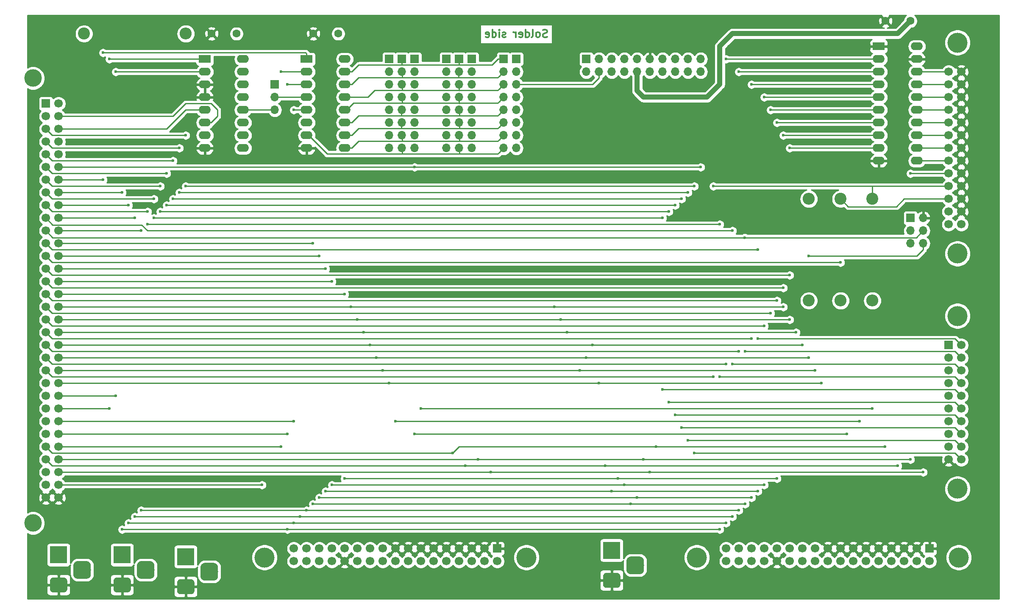
<source format=gbr>
G04 #@! TF.GenerationSoftware,KiCad,Pcbnew,(5.1.2-1)-1*
G04 #@! TF.CreationDate,2019-08-04T21:57:59+02:00*
G04 #@! TF.ProjectId,AtomIOExt,41746f6d-494f-4457-9874-2e6b69636164,rev?*
G04 #@! TF.SameCoordinates,Original*
G04 #@! TF.FileFunction,Copper,L2,Bot*
G04 #@! TF.FilePolarity,Positive*
%FSLAX46Y46*%
G04 Gerber Fmt 4.6, Leading zero omitted, Abs format (unit mm)*
G04 Created by KiCad (PCBNEW (5.1.2-1)-1) date 2019-08-04 21:57:59*
%MOMM*%
%LPD*%
G04 APERTURE LIST*
%ADD10C,0.300000*%
%ADD11R,1.700000X1.700000*%
%ADD12O,1.700000X1.700000*%
%ADD13C,1.600000*%
%ADD14R,3.500000X3.500000*%
%ADD15C,0.100000*%
%ADD16C,3.000000*%
%ADD17C,3.500000*%
%ADD18C,4.000000*%
%ADD19C,1.700000*%
%ADD20C,2.400000*%
%ADD21O,2.400000X2.400000*%
%ADD22R,2.400000X1.600000*%
%ADD23O,2.400000X1.600000*%
%ADD24C,0.600000*%
%ADD25C,1.000000*%
%ADD26C,0.250000*%
%ADD27C,0.254000*%
G04 APERTURE END LIST*
D10*
X163622857Y-31087142D02*
X163408571Y-31158571D01*
X163051428Y-31158571D01*
X162908571Y-31087142D01*
X162837142Y-31015714D01*
X162765714Y-30872857D01*
X162765714Y-30730000D01*
X162837142Y-30587142D01*
X162908571Y-30515714D01*
X163051428Y-30444285D01*
X163337142Y-30372857D01*
X163480000Y-30301428D01*
X163551428Y-30230000D01*
X163622857Y-30087142D01*
X163622857Y-29944285D01*
X163551428Y-29801428D01*
X163480000Y-29730000D01*
X163337142Y-29658571D01*
X162980000Y-29658571D01*
X162765714Y-29730000D01*
X161908571Y-31158571D02*
X162051428Y-31087142D01*
X162122857Y-31015714D01*
X162194285Y-30872857D01*
X162194285Y-30444285D01*
X162122857Y-30301428D01*
X162051428Y-30230000D01*
X161908571Y-30158571D01*
X161694285Y-30158571D01*
X161551428Y-30230000D01*
X161480000Y-30301428D01*
X161408571Y-30444285D01*
X161408571Y-30872857D01*
X161480000Y-31015714D01*
X161551428Y-31087142D01*
X161694285Y-31158571D01*
X161908571Y-31158571D01*
X160551428Y-31158571D02*
X160694285Y-31087142D01*
X160765714Y-30944285D01*
X160765714Y-29658571D01*
X159337142Y-31158571D02*
X159337142Y-29658571D01*
X159337142Y-31087142D02*
X159480000Y-31158571D01*
X159765714Y-31158571D01*
X159908571Y-31087142D01*
X159980000Y-31015714D01*
X160051428Y-30872857D01*
X160051428Y-30444285D01*
X159980000Y-30301428D01*
X159908571Y-30230000D01*
X159765714Y-30158571D01*
X159480000Y-30158571D01*
X159337142Y-30230000D01*
X158051428Y-31087142D02*
X158194285Y-31158571D01*
X158480000Y-31158571D01*
X158622857Y-31087142D01*
X158694285Y-30944285D01*
X158694285Y-30372857D01*
X158622857Y-30230000D01*
X158480000Y-30158571D01*
X158194285Y-30158571D01*
X158051428Y-30230000D01*
X157980000Y-30372857D01*
X157980000Y-30515714D01*
X158694285Y-30658571D01*
X157337142Y-31158571D02*
X157337142Y-30158571D01*
X157337142Y-30444285D02*
X157265714Y-30301428D01*
X157194285Y-30230000D01*
X157051428Y-30158571D01*
X156908571Y-30158571D01*
X155337142Y-31087142D02*
X155194285Y-31158571D01*
X154908571Y-31158571D01*
X154765714Y-31087142D01*
X154694285Y-30944285D01*
X154694285Y-30872857D01*
X154765714Y-30730000D01*
X154908571Y-30658571D01*
X155122857Y-30658571D01*
X155265714Y-30587142D01*
X155337142Y-30444285D01*
X155337142Y-30372857D01*
X155265714Y-30230000D01*
X155122857Y-30158571D01*
X154908571Y-30158571D01*
X154765714Y-30230000D01*
X154051428Y-31158571D02*
X154051428Y-30158571D01*
X154051428Y-29658571D02*
X154122857Y-29730000D01*
X154051428Y-29801428D01*
X153980000Y-29730000D01*
X154051428Y-29658571D01*
X154051428Y-29801428D01*
X152694285Y-31158571D02*
X152694285Y-29658571D01*
X152694285Y-31087142D02*
X152837142Y-31158571D01*
X153122857Y-31158571D01*
X153265714Y-31087142D01*
X153337142Y-31015714D01*
X153408571Y-30872857D01*
X153408571Y-30444285D01*
X153337142Y-30301428D01*
X153265714Y-30230000D01*
X153122857Y-30158571D01*
X152837142Y-30158571D01*
X152694285Y-30230000D01*
X151408571Y-31087142D02*
X151551428Y-31158571D01*
X151837142Y-31158571D01*
X151980000Y-31087142D01*
X152051428Y-30944285D01*
X152051428Y-30372857D01*
X151980000Y-30230000D01*
X151837142Y-30158571D01*
X151551428Y-30158571D01*
X151408571Y-30230000D01*
X151337142Y-30372857D01*
X151337142Y-30515714D01*
X152051428Y-30658571D01*
D11*
X171450000Y-35560000D03*
D12*
X171450000Y-38100000D03*
X173990000Y-35560000D03*
X173990000Y-38100000D03*
X176530000Y-35560000D03*
X176530000Y-38100000D03*
X179070000Y-35560000D03*
X179070000Y-38100000D03*
X181610000Y-35560000D03*
X181610000Y-38100000D03*
X184150000Y-35560000D03*
X184150000Y-38100000D03*
X186690000Y-35560000D03*
X186690000Y-38100000D03*
X189230000Y-35560000D03*
X189230000Y-38100000D03*
X191770000Y-35560000D03*
X191770000Y-38100000D03*
X194310000Y-35560000D03*
X194310000Y-38100000D03*
D13*
X101600000Y-30480000D03*
X96600000Y-30480000D03*
X116920000Y-30480000D03*
X121920000Y-30480000D03*
X236220000Y-27940000D03*
X231220000Y-27940000D03*
D12*
X134620000Y-53340000D03*
X134620000Y-50800000D03*
X134620000Y-48260000D03*
X134620000Y-45720000D03*
X134620000Y-43180000D03*
X134620000Y-40640000D03*
X134620000Y-38100000D03*
D11*
X134620000Y-35560000D03*
X137160000Y-35560000D03*
D12*
X137160000Y-38100000D03*
X137160000Y-40640000D03*
X137160000Y-43180000D03*
X137160000Y-45720000D03*
X137160000Y-48260000D03*
X137160000Y-50800000D03*
X137160000Y-53340000D03*
X132080000Y-53340000D03*
X132080000Y-50800000D03*
X132080000Y-48260000D03*
X132080000Y-45720000D03*
X132080000Y-43180000D03*
X132080000Y-40640000D03*
X132080000Y-38100000D03*
D11*
X132080000Y-35560000D03*
X146050000Y-35560000D03*
D12*
X146050000Y-38100000D03*
X146050000Y-40640000D03*
X146050000Y-43180000D03*
X146050000Y-45720000D03*
X146050000Y-48260000D03*
X146050000Y-50800000D03*
X146050000Y-53340000D03*
D11*
X148590000Y-35560000D03*
D12*
X148590000Y-38100000D03*
X148590000Y-40640000D03*
X148590000Y-43180000D03*
X148590000Y-45720000D03*
X148590000Y-48260000D03*
X148590000Y-50800000D03*
X148590000Y-53340000D03*
X143510000Y-53340000D03*
X143510000Y-50800000D03*
X143510000Y-48260000D03*
X143510000Y-45720000D03*
X143510000Y-43180000D03*
X143510000Y-40640000D03*
X143510000Y-38100000D03*
D11*
X143510000Y-35560000D03*
D12*
X154940000Y-53340000D03*
X154940000Y-50800000D03*
X154940000Y-48260000D03*
X154940000Y-45720000D03*
X154940000Y-43180000D03*
X154940000Y-40640000D03*
X154940000Y-38100000D03*
D11*
X154940000Y-35560000D03*
X157480000Y-35560000D03*
D12*
X157480000Y-38100000D03*
X157480000Y-40640000D03*
X157480000Y-43180000D03*
X157480000Y-45720000D03*
X157480000Y-48260000D03*
X157480000Y-50800000D03*
X157480000Y-53340000D03*
D14*
X176530000Y-133700000D03*
D15*
G36*
X177603513Y-138203611D02*
G01*
X177676318Y-138214411D01*
X177747714Y-138232295D01*
X177817013Y-138257090D01*
X177883548Y-138288559D01*
X177946678Y-138326398D01*
X178005795Y-138370242D01*
X178060330Y-138419670D01*
X178109758Y-138474205D01*
X178153602Y-138533322D01*
X178191441Y-138596452D01*
X178222910Y-138662987D01*
X178247705Y-138732286D01*
X178265589Y-138803682D01*
X178276389Y-138876487D01*
X178280000Y-138950000D01*
X178280000Y-140450000D01*
X178276389Y-140523513D01*
X178265589Y-140596318D01*
X178247705Y-140667714D01*
X178222910Y-140737013D01*
X178191441Y-140803548D01*
X178153602Y-140866678D01*
X178109758Y-140925795D01*
X178060330Y-140980330D01*
X178005795Y-141029758D01*
X177946678Y-141073602D01*
X177883548Y-141111441D01*
X177817013Y-141142910D01*
X177747714Y-141167705D01*
X177676318Y-141185589D01*
X177603513Y-141196389D01*
X177530000Y-141200000D01*
X175530000Y-141200000D01*
X175456487Y-141196389D01*
X175383682Y-141185589D01*
X175312286Y-141167705D01*
X175242987Y-141142910D01*
X175176452Y-141111441D01*
X175113322Y-141073602D01*
X175054205Y-141029758D01*
X174999670Y-140980330D01*
X174950242Y-140925795D01*
X174906398Y-140866678D01*
X174868559Y-140803548D01*
X174837090Y-140737013D01*
X174812295Y-140667714D01*
X174794411Y-140596318D01*
X174783611Y-140523513D01*
X174780000Y-140450000D01*
X174780000Y-138950000D01*
X174783611Y-138876487D01*
X174794411Y-138803682D01*
X174812295Y-138732286D01*
X174837090Y-138662987D01*
X174868559Y-138596452D01*
X174906398Y-138533322D01*
X174950242Y-138474205D01*
X174999670Y-138419670D01*
X175054205Y-138370242D01*
X175113322Y-138326398D01*
X175176452Y-138288559D01*
X175242987Y-138257090D01*
X175312286Y-138232295D01*
X175383682Y-138214411D01*
X175456487Y-138203611D01*
X175530000Y-138200000D01*
X177530000Y-138200000D01*
X177603513Y-138203611D01*
X177603513Y-138203611D01*
G37*
D16*
X176530000Y-139700000D03*
D15*
G36*
X182190765Y-134954213D02*
G01*
X182275704Y-134966813D01*
X182358999Y-134987677D01*
X182439848Y-135016605D01*
X182517472Y-135053319D01*
X182591124Y-135097464D01*
X182660094Y-135148616D01*
X182723718Y-135206282D01*
X182781384Y-135269906D01*
X182832536Y-135338876D01*
X182876681Y-135412528D01*
X182913395Y-135490152D01*
X182942323Y-135571001D01*
X182963187Y-135654296D01*
X182975787Y-135739235D01*
X182980000Y-135825000D01*
X182980000Y-137575000D01*
X182975787Y-137660765D01*
X182963187Y-137745704D01*
X182942323Y-137828999D01*
X182913395Y-137909848D01*
X182876681Y-137987472D01*
X182832536Y-138061124D01*
X182781384Y-138130094D01*
X182723718Y-138193718D01*
X182660094Y-138251384D01*
X182591124Y-138302536D01*
X182517472Y-138346681D01*
X182439848Y-138383395D01*
X182358999Y-138412323D01*
X182275704Y-138433187D01*
X182190765Y-138445787D01*
X182105000Y-138450000D01*
X180355000Y-138450000D01*
X180269235Y-138445787D01*
X180184296Y-138433187D01*
X180101001Y-138412323D01*
X180020152Y-138383395D01*
X179942528Y-138346681D01*
X179868876Y-138302536D01*
X179799906Y-138251384D01*
X179736282Y-138193718D01*
X179678616Y-138130094D01*
X179627464Y-138061124D01*
X179583319Y-137987472D01*
X179546605Y-137909848D01*
X179517677Y-137828999D01*
X179496813Y-137745704D01*
X179484213Y-137660765D01*
X179480000Y-137575000D01*
X179480000Y-135825000D01*
X179484213Y-135739235D01*
X179496813Y-135654296D01*
X179517677Y-135571001D01*
X179546605Y-135490152D01*
X179583319Y-135412528D01*
X179627464Y-135338876D01*
X179678616Y-135269906D01*
X179736282Y-135206282D01*
X179799906Y-135148616D01*
X179868876Y-135097464D01*
X179942528Y-135053319D01*
X180020152Y-135016605D01*
X180101001Y-134987677D01*
X180184296Y-134966813D01*
X180269235Y-134954213D01*
X180355000Y-134950000D01*
X182105000Y-134950000D01*
X182190765Y-134954213D01*
X182190765Y-134954213D01*
G37*
D17*
X181230000Y-136700000D03*
D15*
G36*
X97100765Y-136224213D02*
G01*
X97185704Y-136236813D01*
X97268999Y-136257677D01*
X97349848Y-136286605D01*
X97427472Y-136323319D01*
X97501124Y-136367464D01*
X97570094Y-136418616D01*
X97633718Y-136476282D01*
X97691384Y-136539906D01*
X97742536Y-136608876D01*
X97786681Y-136682528D01*
X97823395Y-136760152D01*
X97852323Y-136841001D01*
X97873187Y-136924296D01*
X97885787Y-137009235D01*
X97890000Y-137095000D01*
X97890000Y-138845000D01*
X97885787Y-138930765D01*
X97873187Y-139015704D01*
X97852323Y-139098999D01*
X97823395Y-139179848D01*
X97786681Y-139257472D01*
X97742536Y-139331124D01*
X97691384Y-139400094D01*
X97633718Y-139463718D01*
X97570094Y-139521384D01*
X97501124Y-139572536D01*
X97427472Y-139616681D01*
X97349848Y-139653395D01*
X97268999Y-139682323D01*
X97185704Y-139703187D01*
X97100765Y-139715787D01*
X97015000Y-139720000D01*
X95265000Y-139720000D01*
X95179235Y-139715787D01*
X95094296Y-139703187D01*
X95011001Y-139682323D01*
X94930152Y-139653395D01*
X94852528Y-139616681D01*
X94778876Y-139572536D01*
X94709906Y-139521384D01*
X94646282Y-139463718D01*
X94588616Y-139400094D01*
X94537464Y-139331124D01*
X94493319Y-139257472D01*
X94456605Y-139179848D01*
X94427677Y-139098999D01*
X94406813Y-139015704D01*
X94394213Y-138930765D01*
X94390000Y-138845000D01*
X94390000Y-137095000D01*
X94394213Y-137009235D01*
X94406813Y-136924296D01*
X94427677Y-136841001D01*
X94456605Y-136760152D01*
X94493319Y-136682528D01*
X94537464Y-136608876D01*
X94588616Y-136539906D01*
X94646282Y-136476282D01*
X94709906Y-136418616D01*
X94778876Y-136367464D01*
X94852528Y-136323319D01*
X94930152Y-136286605D01*
X95011001Y-136257677D01*
X95094296Y-136236813D01*
X95179235Y-136224213D01*
X95265000Y-136220000D01*
X97015000Y-136220000D01*
X97100765Y-136224213D01*
X97100765Y-136224213D01*
G37*
D17*
X96140000Y-137970000D03*
D15*
G36*
X92513513Y-139473611D02*
G01*
X92586318Y-139484411D01*
X92657714Y-139502295D01*
X92727013Y-139527090D01*
X92793548Y-139558559D01*
X92856678Y-139596398D01*
X92915795Y-139640242D01*
X92970330Y-139689670D01*
X93019758Y-139744205D01*
X93063602Y-139803322D01*
X93101441Y-139866452D01*
X93132910Y-139932987D01*
X93157705Y-140002286D01*
X93175589Y-140073682D01*
X93186389Y-140146487D01*
X93190000Y-140220000D01*
X93190000Y-141720000D01*
X93186389Y-141793513D01*
X93175589Y-141866318D01*
X93157705Y-141937714D01*
X93132910Y-142007013D01*
X93101441Y-142073548D01*
X93063602Y-142136678D01*
X93019758Y-142195795D01*
X92970330Y-142250330D01*
X92915795Y-142299758D01*
X92856678Y-142343602D01*
X92793548Y-142381441D01*
X92727013Y-142412910D01*
X92657714Y-142437705D01*
X92586318Y-142455589D01*
X92513513Y-142466389D01*
X92440000Y-142470000D01*
X90440000Y-142470000D01*
X90366487Y-142466389D01*
X90293682Y-142455589D01*
X90222286Y-142437705D01*
X90152987Y-142412910D01*
X90086452Y-142381441D01*
X90023322Y-142343602D01*
X89964205Y-142299758D01*
X89909670Y-142250330D01*
X89860242Y-142195795D01*
X89816398Y-142136678D01*
X89778559Y-142073548D01*
X89747090Y-142007013D01*
X89722295Y-141937714D01*
X89704411Y-141866318D01*
X89693611Y-141793513D01*
X89690000Y-141720000D01*
X89690000Y-140220000D01*
X89693611Y-140146487D01*
X89704411Y-140073682D01*
X89722295Y-140002286D01*
X89747090Y-139932987D01*
X89778559Y-139866452D01*
X89816398Y-139803322D01*
X89860242Y-139744205D01*
X89909670Y-139689670D01*
X89964205Y-139640242D01*
X90023322Y-139596398D01*
X90086452Y-139558559D01*
X90152987Y-139527090D01*
X90222286Y-139502295D01*
X90293682Y-139484411D01*
X90366487Y-139473611D01*
X90440000Y-139470000D01*
X92440000Y-139470000D01*
X92513513Y-139473611D01*
X92513513Y-139473611D01*
G37*
D16*
X91440000Y-140970000D03*
D14*
X91440000Y-134970000D03*
X66040000Y-134620000D03*
D15*
G36*
X67113513Y-139123611D02*
G01*
X67186318Y-139134411D01*
X67257714Y-139152295D01*
X67327013Y-139177090D01*
X67393548Y-139208559D01*
X67456678Y-139246398D01*
X67515795Y-139290242D01*
X67570330Y-139339670D01*
X67619758Y-139394205D01*
X67663602Y-139453322D01*
X67701441Y-139516452D01*
X67732910Y-139582987D01*
X67757705Y-139652286D01*
X67775589Y-139723682D01*
X67786389Y-139796487D01*
X67790000Y-139870000D01*
X67790000Y-141370000D01*
X67786389Y-141443513D01*
X67775589Y-141516318D01*
X67757705Y-141587714D01*
X67732910Y-141657013D01*
X67701441Y-141723548D01*
X67663602Y-141786678D01*
X67619758Y-141845795D01*
X67570330Y-141900330D01*
X67515795Y-141949758D01*
X67456678Y-141993602D01*
X67393548Y-142031441D01*
X67327013Y-142062910D01*
X67257714Y-142087705D01*
X67186318Y-142105589D01*
X67113513Y-142116389D01*
X67040000Y-142120000D01*
X65040000Y-142120000D01*
X64966487Y-142116389D01*
X64893682Y-142105589D01*
X64822286Y-142087705D01*
X64752987Y-142062910D01*
X64686452Y-142031441D01*
X64623322Y-141993602D01*
X64564205Y-141949758D01*
X64509670Y-141900330D01*
X64460242Y-141845795D01*
X64416398Y-141786678D01*
X64378559Y-141723548D01*
X64347090Y-141657013D01*
X64322295Y-141587714D01*
X64304411Y-141516318D01*
X64293611Y-141443513D01*
X64290000Y-141370000D01*
X64290000Y-139870000D01*
X64293611Y-139796487D01*
X64304411Y-139723682D01*
X64322295Y-139652286D01*
X64347090Y-139582987D01*
X64378559Y-139516452D01*
X64416398Y-139453322D01*
X64460242Y-139394205D01*
X64509670Y-139339670D01*
X64564205Y-139290242D01*
X64623322Y-139246398D01*
X64686452Y-139208559D01*
X64752987Y-139177090D01*
X64822286Y-139152295D01*
X64893682Y-139134411D01*
X64966487Y-139123611D01*
X65040000Y-139120000D01*
X67040000Y-139120000D01*
X67113513Y-139123611D01*
X67113513Y-139123611D01*
G37*
D16*
X66040000Y-140620000D03*
D15*
G36*
X71700765Y-135874213D02*
G01*
X71785704Y-135886813D01*
X71868999Y-135907677D01*
X71949848Y-135936605D01*
X72027472Y-135973319D01*
X72101124Y-136017464D01*
X72170094Y-136068616D01*
X72233718Y-136126282D01*
X72291384Y-136189906D01*
X72342536Y-136258876D01*
X72386681Y-136332528D01*
X72423395Y-136410152D01*
X72452323Y-136491001D01*
X72473187Y-136574296D01*
X72485787Y-136659235D01*
X72490000Y-136745000D01*
X72490000Y-138495000D01*
X72485787Y-138580765D01*
X72473187Y-138665704D01*
X72452323Y-138748999D01*
X72423395Y-138829848D01*
X72386681Y-138907472D01*
X72342536Y-138981124D01*
X72291384Y-139050094D01*
X72233718Y-139113718D01*
X72170094Y-139171384D01*
X72101124Y-139222536D01*
X72027472Y-139266681D01*
X71949848Y-139303395D01*
X71868999Y-139332323D01*
X71785704Y-139353187D01*
X71700765Y-139365787D01*
X71615000Y-139370000D01*
X69865000Y-139370000D01*
X69779235Y-139365787D01*
X69694296Y-139353187D01*
X69611001Y-139332323D01*
X69530152Y-139303395D01*
X69452528Y-139266681D01*
X69378876Y-139222536D01*
X69309906Y-139171384D01*
X69246282Y-139113718D01*
X69188616Y-139050094D01*
X69137464Y-138981124D01*
X69093319Y-138907472D01*
X69056605Y-138829848D01*
X69027677Y-138748999D01*
X69006813Y-138665704D01*
X68994213Y-138580765D01*
X68990000Y-138495000D01*
X68990000Y-136745000D01*
X68994213Y-136659235D01*
X69006813Y-136574296D01*
X69027677Y-136491001D01*
X69056605Y-136410152D01*
X69093319Y-136332528D01*
X69137464Y-136258876D01*
X69188616Y-136189906D01*
X69246282Y-136126282D01*
X69309906Y-136068616D01*
X69378876Y-136017464D01*
X69452528Y-135973319D01*
X69530152Y-135936605D01*
X69611001Y-135907677D01*
X69694296Y-135886813D01*
X69779235Y-135874213D01*
X69865000Y-135870000D01*
X71615000Y-135870000D01*
X71700765Y-135874213D01*
X71700765Y-135874213D01*
G37*
D17*
X70740000Y-137620000D03*
D15*
G36*
X84400765Y-135874213D02*
G01*
X84485704Y-135886813D01*
X84568999Y-135907677D01*
X84649848Y-135936605D01*
X84727472Y-135973319D01*
X84801124Y-136017464D01*
X84870094Y-136068616D01*
X84933718Y-136126282D01*
X84991384Y-136189906D01*
X85042536Y-136258876D01*
X85086681Y-136332528D01*
X85123395Y-136410152D01*
X85152323Y-136491001D01*
X85173187Y-136574296D01*
X85185787Y-136659235D01*
X85190000Y-136745000D01*
X85190000Y-138495000D01*
X85185787Y-138580765D01*
X85173187Y-138665704D01*
X85152323Y-138748999D01*
X85123395Y-138829848D01*
X85086681Y-138907472D01*
X85042536Y-138981124D01*
X84991384Y-139050094D01*
X84933718Y-139113718D01*
X84870094Y-139171384D01*
X84801124Y-139222536D01*
X84727472Y-139266681D01*
X84649848Y-139303395D01*
X84568999Y-139332323D01*
X84485704Y-139353187D01*
X84400765Y-139365787D01*
X84315000Y-139370000D01*
X82565000Y-139370000D01*
X82479235Y-139365787D01*
X82394296Y-139353187D01*
X82311001Y-139332323D01*
X82230152Y-139303395D01*
X82152528Y-139266681D01*
X82078876Y-139222536D01*
X82009906Y-139171384D01*
X81946282Y-139113718D01*
X81888616Y-139050094D01*
X81837464Y-138981124D01*
X81793319Y-138907472D01*
X81756605Y-138829848D01*
X81727677Y-138748999D01*
X81706813Y-138665704D01*
X81694213Y-138580765D01*
X81690000Y-138495000D01*
X81690000Y-136745000D01*
X81694213Y-136659235D01*
X81706813Y-136574296D01*
X81727677Y-136491001D01*
X81756605Y-136410152D01*
X81793319Y-136332528D01*
X81837464Y-136258876D01*
X81888616Y-136189906D01*
X81946282Y-136126282D01*
X82009906Y-136068616D01*
X82078876Y-136017464D01*
X82152528Y-135973319D01*
X82230152Y-135936605D01*
X82311001Y-135907677D01*
X82394296Y-135886813D01*
X82479235Y-135874213D01*
X82565000Y-135870000D01*
X84315000Y-135870000D01*
X84400765Y-135874213D01*
X84400765Y-135874213D01*
G37*
D17*
X83440000Y-137620000D03*
D15*
G36*
X79813513Y-139123611D02*
G01*
X79886318Y-139134411D01*
X79957714Y-139152295D01*
X80027013Y-139177090D01*
X80093548Y-139208559D01*
X80156678Y-139246398D01*
X80215795Y-139290242D01*
X80270330Y-139339670D01*
X80319758Y-139394205D01*
X80363602Y-139453322D01*
X80401441Y-139516452D01*
X80432910Y-139582987D01*
X80457705Y-139652286D01*
X80475589Y-139723682D01*
X80486389Y-139796487D01*
X80490000Y-139870000D01*
X80490000Y-141370000D01*
X80486389Y-141443513D01*
X80475589Y-141516318D01*
X80457705Y-141587714D01*
X80432910Y-141657013D01*
X80401441Y-141723548D01*
X80363602Y-141786678D01*
X80319758Y-141845795D01*
X80270330Y-141900330D01*
X80215795Y-141949758D01*
X80156678Y-141993602D01*
X80093548Y-142031441D01*
X80027013Y-142062910D01*
X79957714Y-142087705D01*
X79886318Y-142105589D01*
X79813513Y-142116389D01*
X79740000Y-142120000D01*
X77740000Y-142120000D01*
X77666487Y-142116389D01*
X77593682Y-142105589D01*
X77522286Y-142087705D01*
X77452987Y-142062910D01*
X77386452Y-142031441D01*
X77323322Y-141993602D01*
X77264205Y-141949758D01*
X77209670Y-141900330D01*
X77160242Y-141845795D01*
X77116398Y-141786678D01*
X77078559Y-141723548D01*
X77047090Y-141657013D01*
X77022295Y-141587714D01*
X77004411Y-141516318D01*
X76993611Y-141443513D01*
X76990000Y-141370000D01*
X76990000Y-139870000D01*
X76993611Y-139796487D01*
X77004411Y-139723682D01*
X77022295Y-139652286D01*
X77047090Y-139582987D01*
X77078559Y-139516452D01*
X77116398Y-139453322D01*
X77160242Y-139394205D01*
X77209670Y-139339670D01*
X77264205Y-139290242D01*
X77323322Y-139246398D01*
X77386452Y-139208559D01*
X77452987Y-139177090D01*
X77522286Y-139152295D01*
X77593682Y-139134411D01*
X77666487Y-139123611D01*
X77740000Y-139120000D01*
X79740000Y-139120000D01*
X79813513Y-139123611D01*
X79813513Y-139123611D01*
G37*
D16*
X78740000Y-140620000D03*
D14*
X78740000Y-134620000D03*
D18*
X245620000Y-121410000D03*
X245620000Y-86870000D03*
D11*
X243840000Y-92710000D03*
D19*
X246380000Y-92710000D03*
X243840000Y-95250000D03*
X246380000Y-95250000D03*
X243840000Y-97790000D03*
X246380000Y-97790000D03*
X243840000Y-100330000D03*
X246380000Y-100330000D03*
X243840000Y-102870000D03*
X246380000Y-102870000D03*
X243840000Y-105410000D03*
X246380000Y-105410000D03*
X243840000Y-107950000D03*
X246380000Y-107950000D03*
X243840000Y-110490000D03*
X246380000Y-110490000D03*
X243840000Y-113030000D03*
X246380000Y-113030000D03*
X243840000Y-115570000D03*
X246380000Y-115570000D03*
D18*
X245620000Y-74420000D03*
X245620000Y-32260000D03*
D19*
X243840000Y-38100000D03*
X246380000Y-38100000D03*
X243840000Y-40640000D03*
X246380000Y-40640000D03*
X243840000Y-43180000D03*
X246380000Y-43180000D03*
X243840000Y-45720000D03*
X246380000Y-45720000D03*
X243840000Y-48260000D03*
X246380000Y-48260000D03*
X243840000Y-50800000D03*
X246380000Y-50800000D03*
X243840000Y-53340000D03*
X246380000Y-53340000D03*
X243840000Y-55880000D03*
X246380000Y-55880000D03*
X243840000Y-58420000D03*
X246380000Y-58420000D03*
X243840000Y-60960000D03*
X246380000Y-60960000D03*
X243840000Y-63500000D03*
X246380000Y-63500000D03*
X243840000Y-66040000D03*
X246380000Y-66040000D03*
X243840000Y-68580000D03*
X246380000Y-68580000D03*
D11*
X63500000Y-44450000D03*
D19*
X66040000Y-44450000D03*
X63500000Y-46990000D03*
X66040000Y-46990000D03*
X63500000Y-49530000D03*
X66040000Y-49530000D03*
X63500000Y-52070000D03*
X66040000Y-52070000D03*
X63500000Y-54610000D03*
X66040000Y-54610000D03*
X63500000Y-57150000D03*
X66040000Y-57150000D03*
X63500000Y-59690000D03*
X66040000Y-59690000D03*
X63500000Y-62230000D03*
X66040000Y-62230000D03*
X63500000Y-64770000D03*
X66040000Y-64770000D03*
X63500000Y-67310000D03*
X66040000Y-67310000D03*
X63500000Y-69850000D03*
X66040000Y-69850000D03*
X63500000Y-72390000D03*
X66040000Y-72390000D03*
X63500000Y-74930000D03*
X66040000Y-74930000D03*
X63500000Y-77470000D03*
X66040000Y-77470000D03*
X63500000Y-80010000D03*
X66040000Y-80010000D03*
X63500000Y-82550000D03*
X66040000Y-82550000D03*
X63500000Y-85090000D03*
X66040000Y-85090000D03*
X63500000Y-87630000D03*
X66040000Y-87630000D03*
X63500000Y-90170000D03*
X66040000Y-90170000D03*
X63500000Y-92710000D03*
X66040000Y-92710000D03*
X63500000Y-95250000D03*
X66040000Y-95250000D03*
X63500000Y-97790000D03*
X66040000Y-97790000D03*
X63500000Y-100330000D03*
X66040000Y-100330000D03*
X63500000Y-102870000D03*
X66040000Y-102870000D03*
X63500000Y-105410000D03*
X66040000Y-105410000D03*
X63500000Y-107950000D03*
X66040000Y-107950000D03*
X63500000Y-110490000D03*
X66040000Y-110490000D03*
X63500000Y-113030000D03*
X66040000Y-113030000D03*
X63500000Y-115570000D03*
X66040000Y-115570000D03*
X63500000Y-118110000D03*
X66040000Y-118110000D03*
X63500000Y-120650000D03*
X66040000Y-120650000D03*
X63500000Y-123190000D03*
X66040000Y-123190000D03*
D17*
X60960000Y-39370000D03*
X60960000Y-128270000D03*
D11*
X236220000Y-67310000D03*
D12*
X238760000Y-67310000D03*
X236220000Y-69850000D03*
X238760000Y-69850000D03*
X236220000Y-72390000D03*
X238760000Y-72390000D03*
D11*
X109220000Y-40640000D03*
D12*
X109220000Y-43180000D03*
X109220000Y-45720000D03*
D18*
X245870000Y-135130000D03*
X193550000Y-135130000D03*
D11*
X240030000Y-133350000D03*
D19*
X240030000Y-135890000D03*
X237490000Y-133350000D03*
X237490000Y-135890000D03*
X234950000Y-133350000D03*
X234950000Y-135890000D03*
X232410000Y-133350000D03*
X232410000Y-135890000D03*
X229870000Y-133350000D03*
X229870000Y-135890000D03*
X227330000Y-133350000D03*
X227330000Y-135890000D03*
X224790000Y-133350000D03*
X224790000Y-135890000D03*
X222250000Y-133350000D03*
X222250000Y-135890000D03*
X219710000Y-133350000D03*
X219710000Y-135890000D03*
X217170000Y-133350000D03*
X217170000Y-135890000D03*
X214630000Y-133350000D03*
X214630000Y-135890000D03*
X212090000Y-133350000D03*
X212090000Y-135890000D03*
X209550000Y-133350000D03*
X209550000Y-135890000D03*
X207010000Y-133350000D03*
X207010000Y-135890000D03*
X204470000Y-133350000D03*
X204470000Y-135890000D03*
X201930000Y-133350000D03*
X201930000Y-135890000D03*
X199390000Y-133350000D03*
X199390000Y-135890000D03*
X113030000Y-135890000D03*
X113030000Y-133350000D03*
X115570000Y-135890000D03*
X115570000Y-133350000D03*
X118110000Y-135890000D03*
X118110000Y-133350000D03*
X120650000Y-135890000D03*
X120650000Y-133350000D03*
X123190000Y-135890000D03*
X123190000Y-133350000D03*
X125730000Y-135890000D03*
X125730000Y-133350000D03*
X128270000Y-135890000D03*
X128270000Y-133350000D03*
X130810000Y-135890000D03*
X130810000Y-133350000D03*
X133350000Y-135890000D03*
X133350000Y-133350000D03*
X135890000Y-135890000D03*
X135890000Y-133350000D03*
X138430000Y-135890000D03*
X138430000Y-133350000D03*
X140970000Y-135890000D03*
X140970000Y-133350000D03*
X143510000Y-135890000D03*
X143510000Y-133350000D03*
X146050000Y-135890000D03*
X146050000Y-133350000D03*
X148590000Y-135890000D03*
X148590000Y-133350000D03*
X151130000Y-135890000D03*
X151130000Y-133350000D03*
X153670000Y-135890000D03*
D11*
X153670000Y-133350000D03*
D18*
X107190000Y-135130000D03*
X159510000Y-135130000D03*
D20*
X228600000Y-63500000D03*
D21*
X228600000Y-83820000D03*
X222250000Y-83820000D03*
D20*
X222250000Y-63500000D03*
X215900000Y-83820000D03*
D21*
X215900000Y-63500000D03*
D22*
X229870000Y-33020000D03*
D23*
X237490000Y-55880000D03*
X229870000Y-35560000D03*
X237490000Y-53340000D03*
X229870000Y-38100000D03*
X237490000Y-50800000D03*
X229870000Y-40640000D03*
X237490000Y-48260000D03*
X229870000Y-43180000D03*
X237490000Y-45720000D03*
X229870000Y-45720000D03*
X237490000Y-43180000D03*
X229870000Y-48260000D03*
X237490000Y-40640000D03*
X229870000Y-50800000D03*
X237490000Y-38100000D03*
X229870000Y-53340000D03*
X237490000Y-35560000D03*
X229870000Y-55880000D03*
X237490000Y-33020000D03*
D22*
X115570000Y-35560000D03*
D23*
X123190000Y-53340000D03*
X115570000Y-38100000D03*
X123190000Y-50800000D03*
X115570000Y-40640000D03*
X123190000Y-48260000D03*
X115570000Y-43180000D03*
X123190000Y-45720000D03*
X115570000Y-45720000D03*
X123190000Y-43180000D03*
X115570000Y-48260000D03*
X123190000Y-40640000D03*
X115570000Y-50800000D03*
X123190000Y-38100000D03*
X115570000Y-53340000D03*
X123190000Y-35560000D03*
X102870000Y-35560000D03*
X95250000Y-53340000D03*
X102870000Y-38100000D03*
X95250000Y-50800000D03*
X102870000Y-40640000D03*
X95250000Y-48260000D03*
X102870000Y-43180000D03*
X95250000Y-45720000D03*
X102870000Y-45720000D03*
X95250000Y-43180000D03*
X102870000Y-48260000D03*
X95250000Y-40640000D03*
X102870000Y-50800000D03*
X95250000Y-38100000D03*
X102870000Y-53340000D03*
D22*
X95250000Y-35560000D03*
D20*
X71120000Y-30480000D03*
D21*
X91440000Y-30480000D03*
D24*
X138430000Y-105410000D03*
X228600000Y-105410000D03*
X133350000Y-107950000D03*
X226060000Y-107950000D03*
X124460000Y-85090000D03*
X210820000Y-85090000D03*
X165100000Y-85090000D03*
X125730000Y-87630000D03*
X212090000Y-87630000D03*
X166370000Y-87630000D03*
X127000000Y-90170000D03*
X213360000Y-90170000D03*
X167640000Y-90170000D03*
X130810000Y-97790000D03*
X217170000Y-97790000D03*
X170180000Y-97790000D03*
X129540000Y-95250000D03*
X215900000Y-95250000D03*
X171450000Y-95250000D03*
X128270000Y-92710000D03*
X214630000Y-92710000D03*
X172720000Y-92710000D03*
X132080000Y-100330000D03*
X218440000Y-100330000D03*
X173990000Y-100330000D03*
X147320000Y-116840000D03*
X233680000Y-116840000D03*
X175260000Y-116840000D03*
X119380000Y-77470000D03*
X205740000Y-121920000D03*
X119380000Y-121920000D03*
X176530000Y-121920000D03*
X123190000Y-82550000D03*
X209550000Y-119380000D03*
X123190000Y-119380000D03*
X177800000Y-119380000D03*
X120650000Y-80010000D03*
X207010000Y-120650000D03*
X120650000Y-120650000D03*
X179070000Y-120650000D03*
X116840000Y-72390000D03*
X203200000Y-124460000D03*
X116840000Y-124460000D03*
X180340000Y-124460000D03*
X118110000Y-74930000D03*
X204470000Y-123190000D03*
X118110000Y-123190000D03*
X181610000Y-123190000D03*
X149860000Y-115570000D03*
X236220000Y-115570000D03*
X182880000Y-115570000D03*
X152400000Y-118110000D03*
X238760000Y-118110000D03*
X184150000Y-118110000D03*
X137160000Y-57150000D03*
X223520000Y-110490000D03*
X137160000Y-110490000D03*
X194310000Y-57150000D03*
X205740000Y-73660000D03*
X205740000Y-91440000D03*
X203200000Y-93980000D03*
X203105001Y-71214999D03*
X200660000Y-96520000D03*
X200660000Y-69850000D03*
X198120000Y-99060000D03*
X198120000Y-68580000D03*
X83820000Y-66040000D03*
X83820000Y-68580000D03*
X186690000Y-67310000D03*
X186690000Y-101600000D03*
X85090000Y-63500000D03*
X85090000Y-67310000D03*
X187960000Y-104140000D03*
X187960000Y-66040000D03*
X187960000Y-104140000D03*
X86360000Y-60960000D03*
X86360000Y-66040000D03*
X189230000Y-64770000D03*
X189230000Y-106680000D03*
X87630000Y-58420000D03*
X87630000Y-64770000D03*
X190500000Y-63500000D03*
X190500000Y-109220000D03*
X88900000Y-55880000D03*
X88900000Y-63500000D03*
X191770000Y-62230000D03*
X191770000Y-111760000D03*
X90170000Y-53340000D03*
X90170000Y-62230000D03*
X193040000Y-60960000D03*
X193040000Y-114300000D03*
X91440000Y-50800000D03*
X91440000Y-60960000D03*
X236220000Y-58420000D03*
X196850000Y-99060000D03*
X196850000Y-60960000D03*
X222250000Y-76200000D03*
X144780000Y-114300000D03*
X231140000Y-113030000D03*
X185420000Y-113030000D03*
X74930000Y-59690000D03*
X74930000Y-59690000D03*
X74930000Y-59690000D03*
X74930000Y-34290000D03*
X78740000Y-62230000D03*
X78740000Y-129540000D03*
X111760000Y-129540000D03*
X198120000Y-129540000D03*
X80010000Y-64770000D03*
X80010000Y-128270000D03*
X113030000Y-128270000D03*
X199390000Y-128270000D03*
X81280000Y-67310000D03*
X81280000Y-127000000D03*
X114300000Y-127000000D03*
X200660000Y-127000000D03*
X82550000Y-69850000D03*
X82550000Y-125730000D03*
X115570000Y-125730000D03*
X201930000Y-125730000D03*
X212090000Y-78740000D03*
X212090000Y-53340000D03*
X210820000Y-81280000D03*
X210820000Y-50800000D03*
X209550000Y-83820000D03*
X209550000Y-48260000D03*
X208280000Y-86360000D03*
X208280000Y-45720000D03*
X207010000Y-88900000D03*
X207010000Y-43180000D03*
X204470000Y-91440000D03*
X204470000Y-40640000D03*
X201930000Y-93980000D03*
X201930000Y-38100000D03*
X199390000Y-96520000D03*
X199390000Y-35560000D03*
X77470000Y-102870000D03*
X77470000Y-38100000D03*
X76200000Y-105410000D03*
X76200000Y-35560000D03*
X113030000Y-107950000D03*
X113030000Y-45720000D03*
X111760000Y-110490000D03*
X111760000Y-40640000D03*
X110490000Y-113030000D03*
X110490000Y-38100000D03*
X106680000Y-120650000D03*
X215900000Y-74930000D03*
D25*
X181610000Y-38100000D02*
X181610000Y-41910000D01*
X181610000Y-41910000D02*
X182880000Y-43180000D01*
X182880000Y-43180000D02*
X195580000Y-43180000D01*
X195580000Y-43180000D02*
X198120000Y-40640000D01*
X198120000Y-40640000D02*
X198120000Y-33020000D01*
X198120000Y-33020000D02*
X200660000Y-30480000D01*
X233680000Y-30480000D02*
X234950000Y-29210000D01*
X200660000Y-30480000D02*
X233680000Y-30480000D01*
X234950000Y-29210000D02*
X236220000Y-27940000D01*
D26*
X153764999Y-54515001D02*
X154090001Y-54189999D01*
X115970000Y-50800000D02*
X119685001Y-54515001D01*
X154090001Y-54189999D02*
X154940000Y-53340000D01*
X115570000Y-50800000D02*
X115970000Y-50800000D01*
X134714999Y-53434999D02*
X134620000Y-53340000D01*
X134714999Y-54515001D02*
X134714999Y-53434999D01*
X119685001Y-54515001D02*
X134714999Y-54515001D01*
X146144999Y-53434999D02*
X146050000Y-53340000D01*
X146144999Y-54515001D02*
X146144999Y-53434999D01*
X134714999Y-54515001D02*
X146144999Y-54515001D01*
X146144999Y-54515001D02*
X153764999Y-54515001D01*
X124640000Y-53340000D02*
X126004999Y-51975001D01*
X154090001Y-51649999D02*
X154940000Y-50800000D01*
X153764999Y-51975001D02*
X154090001Y-51649999D01*
X123190000Y-53340000D02*
X124640000Y-53340000D01*
X134714999Y-50894999D02*
X134620000Y-50800000D01*
X134714999Y-51975001D02*
X134714999Y-50894999D01*
X126004999Y-51975001D02*
X134714999Y-51975001D01*
X146144999Y-51975001D02*
X146144999Y-50894999D01*
X134714999Y-51975001D02*
X146144999Y-51975001D01*
X146144999Y-50894999D02*
X146050000Y-50800000D01*
X146144999Y-51975001D02*
X153764999Y-51975001D01*
X154090001Y-49109999D02*
X154940000Y-48260000D01*
X153764999Y-49435001D02*
X154090001Y-49109999D01*
X124640000Y-50800000D02*
X126004999Y-49435001D01*
X123190000Y-50800000D02*
X124640000Y-50800000D01*
X134525001Y-48354999D02*
X134620000Y-48260000D01*
X134525001Y-49435001D02*
X134525001Y-48354999D01*
X126004999Y-49435001D02*
X134525001Y-49435001D01*
X146144999Y-48354999D02*
X146050000Y-48260000D01*
X134525001Y-49435001D02*
X146144999Y-49435001D01*
X146144999Y-49435001D02*
X146144999Y-48354999D01*
X146144999Y-49435001D02*
X153764999Y-49435001D01*
X154090001Y-46569999D02*
X154940000Y-45720000D01*
X153764999Y-46895001D02*
X154090001Y-46569999D01*
X124640000Y-48260000D02*
X126004999Y-46895001D01*
X123190000Y-48260000D02*
X124640000Y-48260000D01*
X134525001Y-45814999D02*
X134620000Y-45720000D01*
X134525001Y-46895001D02*
X134525001Y-45814999D01*
X126004999Y-46895001D02*
X134525001Y-46895001D01*
X146144999Y-45814999D02*
X146050000Y-45720000D01*
X146144999Y-46895001D02*
X146144999Y-45814999D01*
X134525001Y-46895001D02*
X146144999Y-46895001D01*
X146144999Y-46895001D02*
X153764999Y-46895001D01*
X154090001Y-44029999D02*
X154940000Y-43180000D01*
X153764999Y-44355001D02*
X154090001Y-44029999D01*
X123590000Y-45720000D02*
X124954999Y-44355001D01*
X123190000Y-45720000D02*
X123590000Y-45720000D01*
X134714999Y-43274999D02*
X134620000Y-43180000D01*
X124954999Y-44355001D02*
X134714999Y-44355001D01*
X134714999Y-44355001D02*
X134714999Y-43274999D01*
X146050000Y-43180000D02*
X146050000Y-44450000D01*
X146144999Y-44355001D02*
X153764999Y-44355001D01*
X146050000Y-44450000D02*
X146144999Y-44355001D01*
X134714999Y-44355001D02*
X146144999Y-44355001D01*
X153764999Y-41815001D02*
X154090001Y-41489999D01*
X127800998Y-43180000D02*
X129165997Y-41815001D01*
X154090001Y-41489999D02*
X154940000Y-40640000D01*
X123190000Y-43180000D02*
X127800998Y-43180000D01*
X134714999Y-40734999D02*
X134620000Y-40640000D01*
X134714999Y-41815001D02*
X134714999Y-40734999D01*
X129165997Y-41815001D02*
X134714999Y-41815001D01*
X134714999Y-41815001D02*
X153764999Y-41815001D01*
X146050000Y-40640000D02*
X146050000Y-41910000D01*
X124640000Y-40640000D02*
X126004999Y-39275001D01*
X154090001Y-38949999D02*
X154940000Y-38100000D01*
X153764999Y-39275001D02*
X154090001Y-38949999D01*
X123190000Y-40640000D02*
X124640000Y-40640000D01*
X145955001Y-38194999D02*
X146050000Y-38100000D01*
X145955001Y-39275001D02*
X145955001Y-38194999D01*
X145955001Y-39275001D02*
X153764999Y-39275001D01*
X134714999Y-38194999D02*
X134620000Y-38100000D01*
X134714999Y-39275001D02*
X134714999Y-38194999D01*
X126004999Y-39275001D02*
X134714999Y-39275001D01*
X134714999Y-39275001D02*
X145955001Y-39275001D01*
X134620000Y-36660000D02*
X134620000Y-35560000D01*
X134544999Y-36735001D02*
X134620000Y-36660000D01*
X124640000Y-38100000D02*
X126004999Y-36735001D01*
X126004999Y-36735001D02*
X134544999Y-36735001D01*
X123190000Y-38100000D02*
X124640000Y-38100000D01*
X146050000Y-36660000D02*
X146050000Y-35560000D01*
X145974999Y-36735001D02*
X146050000Y-36660000D01*
X134544999Y-36735001D02*
X145974999Y-36735001D01*
X153840000Y-35560000D02*
X154940000Y-35560000D01*
X152664999Y-36735001D02*
X153840000Y-35560000D01*
X145974999Y-36735001D02*
X152664999Y-36735001D01*
X138430000Y-105410000D02*
X148590000Y-105410000D01*
X148590000Y-105410000D02*
X228600000Y-105410000D01*
X133350000Y-107950000D02*
X226060000Y-107950000D01*
X173990000Y-38100000D02*
X173990000Y-39370000D01*
X172720000Y-40640000D02*
X157480000Y-40640000D01*
X173990000Y-39370000D02*
X172720000Y-40640000D01*
X66040000Y-85090000D02*
X124460000Y-85090000D01*
X124460000Y-85090000D02*
X132080000Y-85090000D01*
X132080000Y-85090000D02*
X162560000Y-85090000D01*
X162560000Y-85090000D02*
X210820000Y-85090000D01*
X66040000Y-87630000D02*
X125730000Y-87630000D01*
X166370000Y-87630000D02*
X212090000Y-87630000D01*
X125730000Y-87630000D02*
X166370000Y-87630000D01*
X66040000Y-90170000D02*
X127000000Y-90170000D01*
X127000000Y-90170000D02*
X165100000Y-90170000D01*
X167640000Y-90170000D02*
X213360000Y-90170000D01*
X165100000Y-90170000D02*
X167640000Y-90170000D01*
X66040000Y-97790000D02*
X130810000Y-97790000D01*
X130810000Y-97790000D02*
X148590000Y-97790000D01*
X167640000Y-97790000D02*
X217170000Y-97790000D01*
X148590000Y-97790000D02*
X167640000Y-97790000D01*
X66040000Y-95250000D02*
X129540000Y-95250000D01*
X171450000Y-95250000D02*
X215900000Y-95250000D01*
X129540000Y-95250000D02*
X171450000Y-95250000D01*
X66040000Y-92710000D02*
X128270000Y-92710000D01*
X128270000Y-92710000D02*
X170180000Y-92710000D01*
X172720000Y-92710000D02*
X214630000Y-92710000D01*
X170180000Y-92710000D02*
X172720000Y-92710000D01*
X66040000Y-100330000D02*
X132080000Y-100330000D01*
X171450000Y-100330000D02*
X218440000Y-100330000D01*
X132080000Y-100330000D02*
X171450000Y-100330000D01*
X65570998Y-116840000D02*
X147320000Y-116840000D01*
X64770000Y-116840000D02*
X65570998Y-116840000D01*
X63500000Y-115570000D02*
X64770000Y-116840000D01*
X172720000Y-116840000D02*
X233680000Y-116840000D01*
X147320000Y-116840000D02*
X172720000Y-116840000D01*
X66040000Y-77470000D02*
X119380000Y-77470000D01*
X176530000Y-121920000D02*
X119380000Y-121920000D01*
X205740000Y-121920000D02*
X176530000Y-121920000D01*
X66040000Y-82550000D02*
X123190000Y-82550000D01*
X209550000Y-119380000D02*
X123190000Y-119380000D01*
X66040000Y-80010000D02*
X120650000Y-80010000D01*
X179070000Y-120650000D02*
X120650000Y-120650000D01*
X207010000Y-120650000D02*
X179070000Y-120650000D01*
X66040000Y-72390000D02*
X116840000Y-72390000D01*
X203200000Y-124460000D02*
X194310000Y-124460000D01*
X194310000Y-124460000D02*
X116840000Y-124460000D01*
X66040000Y-74930000D02*
X118110000Y-74930000D01*
X204470000Y-123190000D02*
X118110000Y-123190000D01*
X66040000Y-115570000D02*
X149860000Y-115570000D01*
X149860000Y-115570000D02*
X182880000Y-115570000D01*
X182880000Y-115570000D02*
X236220000Y-115570000D01*
X66040000Y-118110000D02*
X152400000Y-118110000D01*
X184150000Y-118110000D02*
X238760000Y-118110000D01*
X152400000Y-118110000D02*
X184150000Y-118110000D01*
X66040000Y-57150000D02*
X137160000Y-57150000D01*
X186690000Y-57150000D02*
X137160000Y-57150000D01*
X223520000Y-110490000D02*
X137160000Y-110490000D01*
X186690000Y-57150000D02*
X194310000Y-57150000D01*
X65570998Y-73660000D02*
X181610000Y-73660000D01*
X64770000Y-73660000D02*
X65570998Y-73660000D01*
X63500000Y-72390000D02*
X64770000Y-73660000D01*
X181610000Y-73660000D02*
X205740000Y-73660000D01*
X205740000Y-91440000D02*
X245110000Y-91440000D01*
X245110000Y-91440000D02*
X246380000Y-92710000D01*
X63500000Y-69850000D02*
X64864999Y-71214999D01*
X64864999Y-71214999D02*
X182974999Y-71214999D01*
X245110000Y-93980000D02*
X246380000Y-95250000D01*
X237395001Y-71214999D02*
X238760000Y-69850000D01*
X182974999Y-71214999D02*
X203105001Y-71214999D01*
X203200000Y-93980000D02*
X245110000Y-93980000D01*
X203105001Y-71214999D02*
X237395001Y-71214999D01*
X245110000Y-96520000D02*
X246380000Y-97790000D01*
X200660000Y-96520000D02*
X245110000Y-96520000D01*
X83820000Y-69850000D02*
X185420000Y-69850000D01*
X185420000Y-69850000D02*
X200660000Y-69850000D01*
X82644999Y-68674999D02*
X83820000Y-69850000D01*
X64864999Y-68674999D02*
X82644999Y-68674999D01*
X63500000Y-67310000D02*
X64864999Y-68674999D01*
X184150000Y-69850000D02*
X185420000Y-69850000D01*
X245110000Y-99060000D02*
X246380000Y-100330000D01*
X198120000Y-99060000D02*
X245110000Y-99060000D01*
X185420000Y-68580000D02*
X198120000Y-68580000D01*
X65570998Y-66040000D02*
X83820000Y-66040000D01*
X64770000Y-66040000D02*
X65570998Y-66040000D01*
X63500000Y-64770000D02*
X64770000Y-66040000D01*
X83820000Y-68580000D02*
X185420000Y-68580000D01*
X65570998Y-63500000D02*
X72390000Y-63500000D01*
X64770000Y-63500000D02*
X65570998Y-63500000D01*
X63500000Y-62230000D02*
X64770000Y-63500000D01*
X245110000Y-101600000D02*
X246380000Y-102870000D01*
X186690000Y-101600000D02*
X245110000Y-101600000D01*
X72390000Y-63500000D02*
X85090000Y-63500000D01*
X85090000Y-67310000D02*
X186690000Y-67310000D01*
X65570998Y-60960000D02*
X73660000Y-60960000D01*
X64770000Y-60960000D02*
X65570998Y-60960000D01*
X63500000Y-59690000D02*
X64770000Y-60960000D01*
X245110000Y-104140000D02*
X246380000Y-105410000D01*
X187960000Y-104140000D02*
X245110000Y-104140000D01*
X73660000Y-60960000D02*
X86360000Y-60960000D01*
X187960000Y-66040000D02*
X86360000Y-66040000D01*
X65570998Y-58420000D02*
X74930000Y-58420000D01*
X64770000Y-58420000D02*
X65570998Y-58420000D01*
X63500000Y-57150000D02*
X64770000Y-58420000D01*
X245620001Y-107190001D02*
X246380000Y-107950000D01*
X245294999Y-106864999D02*
X245620001Y-107190001D01*
X245110000Y-106680000D02*
X246380000Y-107950000D01*
X189230000Y-106680000D02*
X245110000Y-106680000D01*
X74930000Y-58420000D02*
X87630000Y-58420000D01*
X87630000Y-64770000D02*
X189230000Y-64770000D01*
X65570998Y-55880000D02*
X76200000Y-55880000D01*
X64770000Y-55880000D02*
X65570998Y-55880000D01*
X63500000Y-54610000D02*
X64770000Y-55880000D01*
X245110000Y-109220000D02*
X246380000Y-110490000D01*
X190500000Y-109220000D02*
X245110000Y-109220000D01*
X76200000Y-55880000D02*
X88900000Y-55880000D01*
X190500000Y-63500000D02*
X88900000Y-63500000D01*
X65570998Y-53340000D02*
X77470000Y-53340000D01*
X64770000Y-53340000D02*
X65570998Y-53340000D01*
X63500000Y-52070000D02*
X64770000Y-53340000D01*
X245110000Y-111760000D02*
X246380000Y-113030000D01*
X191770000Y-111760000D02*
X245110000Y-111760000D01*
X77470000Y-53340000D02*
X90170000Y-53340000D01*
X90170000Y-62230000D02*
X191770000Y-62230000D01*
X65570998Y-50800000D02*
X78740000Y-50800000D01*
X64770000Y-50800000D02*
X65570998Y-50800000D01*
X63500000Y-49530000D02*
X64770000Y-50800000D01*
X245110000Y-114300000D02*
X246380000Y-115570000D01*
X193040000Y-114300000D02*
X245110000Y-114300000D01*
X78740000Y-50800000D02*
X91440000Y-50800000D01*
X193040000Y-60960000D02*
X91440000Y-60960000D01*
X237490000Y-38100000D02*
X243840000Y-38100000D01*
X237490000Y-40640000D02*
X243840000Y-40640000D01*
X237490000Y-43180000D02*
X243840000Y-43180000D01*
X237490000Y-45720000D02*
X243840000Y-45720000D01*
X237490000Y-48260000D02*
X243840000Y-48260000D01*
X237490000Y-50800000D02*
X243840000Y-50800000D01*
X237490000Y-53340000D02*
X243840000Y-53340000D01*
X237490000Y-55880000D02*
X243840000Y-55880000D01*
X243840000Y-58420000D02*
X236220000Y-58420000D01*
X64770000Y-99060000D02*
X65570998Y-99060000D01*
X63500000Y-97790000D02*
X64770000Y-99060000D01*
X228600000Y-60960000D02*
X243840000Y-60960000D01*
X228600000Y-63500000D02*
X228600000Y-60960000D01*
X196850000Y-60960000D02*
X228600000Y-60960000D01*
X102870000Y-99060000D02*
X104140000Y-99060000D01*
X65570998Y-99060000D02*
X102870000Y-99060000D01*
X102870000Y-99060000D02*
X196850000Y-99060000D01*
X65570998Y-76200000D02*
X222250000Y-76200000D01*
X64770000Y-76200000D02*
X65570998Y-76200000D01*
X63500000Y-74930000D02*
X64770000Y-76200000D01*
X223775001Y-65025001D02*
X233424999Y-65025001D01*
X222250000Y-63500000D02*
X223775001Y-65025001D01*
X233424999Y-65025001D02*
X234950000Y-63500000D01*
X234950000Y-63500000D02*
X243840000Y-63500000D01*
X65570998Y-114300000D02*
X144780000Y-114300000D01*
X64770000Y-114300000D02*
X65570998Y-114300000D01*
X63500000Y-113030000D02*
X64770000Y-114300000D01*
X146050000Y-113030000D02*
X144780000Y-114300000D01*
X185420000Y-113030000D02*
X146050000Y-113030000D01*
X231140000Y-113030000D02*
X185420000Y-113030000D01*
X66040000Y-46990000D02*
X88900000Y-46990000D01*
X88900000Y-46990000D02*
X91440000Y-44450000D01*
X91440000Y-44450000D02*
X96520000Y-44450000D01*
X96520000Y-44450000D02*
X97790000Y-45720000D01*
X97790000Y-45720000D02*
X97790000Y-46990000D01*
X97790000Y-46990000D02*
X96520000Y-48260000D01*
X96520000Y-48260000D02*
X95250000Y-48260000D01*
X66040000Y-49530000D02*
X87630000Y-49530000D01*
X91440000Y-45720000D02*
X95250000Y-45720000D01*
X87630000Y-49530000D02*
X91440000Y-45720000D01*
X66040000Y-59690000D02*
X74930000Y-59690000D01*
X115350000Y-34290000D02*
X115570000Y-34510000D01*
X115570000Y-34510000D02*
X115570000Y-35560000D01*
X74930000Y-34290000D02*
X115350000Y-34290000D01*
X66040000Y-62230000D02*
X78740000Y-62230000D01*
X78740000Y-129540000D02*
X111760000Y-129540000D01*
X111760000Y-129540000D02*
X198120000Y-129540000D01*
X66040000Y-64770000D02*
X80010000Y-64770000D01*
X80010000Y-128270000D02*
X113030000Y-128270000D01*
X113030000Y-128270000D02*
X199390000Y-128270000D01*
X66040000Y-67310000D02*
X81280000Y-67310000D01*
X81280000Y-127000000D02*
X114300000Y-127000000D01*
X114300000Y-127000000D02*
X200660000Y-127000000D01*
X66040000Y-69850000D02*
X82550000Y-69850000D01*
X82550000Y-125730000D02*
X115570000Y-125730000D01*
X115570000Y-125730000D02*
X201930000Y-125730000D01*
X64770000Y-78740000D02*
X65570998Y-78740000D01*
X65570998Y-78740000D02*
X212090000Y-78740000D01*
X63500000Y-77470000D02*
X64770000Y-78740000D01*
X212090000Y-53340000D02*
X229870000Y-53340000D01*
X65570998Y-81280000D02*
X210820000Y-81280000D01*
X64770000Y-81280000D02*
X65570998Y-81280000D01*
X63500000Y-80010000D02*
X64770000Y-81280000D01*
X210820000Y-50800000D02*
X229870000Y-50800000D01*
X65570998Y-83820000D02*
X209550000Y-83820000D01*
X64770000Y-83820000D02*
X65570998Y-83820000D01*
X63500000Y-82550000D02*
X64770000Y-83820000D01*
X209550000Y-48260000D02*
X229870000Y-48260000D01*
X64770000Y-86360000D02*
X65570998Y-86360000D01*
X63500000Y-85090000D02*
X64770000Y-86360000D01*
X65570998Y-86360000D02*
X208280000Y-86360000D01*
X208280000Y-45720000D02*
X229870000Y-45720000D01*
X65570998Y-88900000D02*
X207010000Y-88900000D01*
X64770000Y-88900000D02*
X65570998Y-88900000D01*
X63500000Y-87630000D02*
X64770000Y-88900000D01*
X207010000Y-43180000D02*
X229870000Y-43180000D01*
X65570998Y-91440000D02*
X204470000Y-91440000D01*
X64770000Y-91440000D02*
X65570998Y-91440000D01*
X63500000Y-90170000D02*
X64770000Y-91440000D01*
X204470000Y-40640000D02*
X229870000Y-40640000D01*
X65570998Y-93980000D02*
X201930000Y-93980000D01*
X64770000Y-93980000D02*
X65570998Y-93980000D01*
X63500000Y-92710000D02*
X64770000Y-93980000D01*
X201930000Y-38100000D02*
X229870000Y-38100000D01*
X65570998Y-96520000D02*
X199390000Y-96520000D01*
X64770000Y-96520000D02*
X65570998Y-96520000D01*
X63500000Y-95250000D02*
X64770000Y-96520000D01*
X199390000Y-35560000D02*
X229870000Y-35560000D01*
X66040000Y-102870000D02*
X77470000Y-102870000D01*
X77470000Y-38100000D02*
X95250000Y-38100000D01*
X66040000Y-105410000D02*
X76200000Y-105410000D01*
X76200000Y-35560000D02*
X95250000Y-35560000D01*
X66040000Y-107950000D02*
X113030000Y-107950000D01*
X113030000Y-45720000D02*
X115570000Y-45720000D01*
X66040000Y-110490000D02*
X111760000Y-110490000D01*
X111760000Y-40640000D02*
X115570000Y-40640000D01*
X66040000Y-113030000D02*
X110490000Y-113030000D01*
X110490000Y-38100000D02*
X115570000Y-38100000D01*
X66040000Y-120650000D02*
X106680000Y-120650000D01*
X215900000Y-74930000D02*
X237490000Y-74930000D01*
X238760000Y-73660000D02*
X238760000Y-72390000D01*
X237490000Y-74930000D02*
X238760000Y-73660000D01*
X109220000Y-43180000D02*
X115570000Y-43180000D01*
X102870000Y-45720000D02*
X109220000Y-45720000D01*
D27*
G36*
X230406903Y-26947298D02*
G01*
X231220000Y-27760395D01*
X232033097Y-26947298D01*
X231988998Y-26797000D01*
X235347689Y-26797000D01*
X235305241Y-26825363D01*
X235105363Y-27025241D01*
X234948320Y-27260273D01*
X234840147Y-27521426D01*
X234792150Y-27762718D01*
X234186861Y-28368008D01*
X234186856Y-28368012D01*
X233209869Y-29345000D01*
X231528197Y-29345000D01*
X231570130Y-29338787D01*
X231836292Y-29243603D01*
X231961514Y-29176671D01*
X232033097Y-28932702D01*
X231220000Y-28119605D01*
X230406903Y-28932702D01*
X230478486Y-29176671D01*
X230733996Y-29297571D01*
X230923210Y-29345000D01*
X200715741Y-29345000D01*
X200659999Y-29339510D01*
X200604257Y-29345000D01*
X200604248Y-29345000D01*
X200437501Y-29361423D01*
X200223553Y-29426324D01*
X200026377Y-29531716D01*
X199853551Y-29673551D01*
X199818011Y-29716857D01*
X197356860Y-32178009D01*
X197313552Y-32213551D01*
X197171717Y-32386377D01*
X197127986Y-32468192D01*
X197066324Y-32583554D01*
X197001423Y-32797502D01*
X196979509Y-33020000D01*
X196985001Y-33075761D01*
X196985000Y-40169868D01*
X195109869Y-42045000D01*
X183350132Y-42045000D01*
X182745000Y-41439869D01*
X182745000Y-39057817D01*
X182850706Y-38929014D01*
X182880000Y-38874209D01*
X182909294Y-38929014D01*
X183094866Y-39155134D01*
X183320986Y-39340706D01*
X183578966Y-39478599D01*
X183858889Y-39563513D01*
X184077050Y-39585000D01*
X184222950Y-39585000D01*
X184441111Y-39563513D01*
X184721034Y-39478599D01*
X184979014Y-39340706D01*
X185205134Y-39155134D01*
X185390706Y-38929014D01*
X185420000Y-38874209D01*
X185449294Y-38929014D01*
X185634866Y-39155134D01*
X185860986Y-39340706D01*
X186118966Y-39478599D01*
X186398889Y-39563513D01*
X186617050Y-39585000D01*
X186762950Y-39585000D01*
X186981111Y-39563513D01*
X187261034Y-39478599D01*
X187519014Y-39340706D01*
X187745134Y-39155134D01*
X187930706Y-38929014D01*
X187960000Y-38874209D01*
X187989294Y-38929014D01*
X188174866Y-39155134D01*
X188400986Y-39340706D01*
X188658966Y-39478599D01*
X188938889Y-39563513D01*
X189157050Y-39585000D01*
X189302950Y-39585000D01*
X189521111Y-39563513D01*
X189801034Y-39478599D01*
X190059014Y-39340706D01*
X190285134Y-39155134D01*
X190470706Y-38929014D01*
X190500000Y-38874209D01*
X190529294Y-38929014D01*
X190714866Y-39155134D01*
X190940986Y-39340706D01*
X191198966Y-39478599D01*
X191478889Y-39563513D01*
X191697050Y-39585000D01*
X191842950Y-39585000D01*
X192061111Y-39563513D01*
X192341034Y-39478599D01*
X192599014Y-39340706D01*
X192825134Y-39155134D01*
X193010706Y-38929014D01*
X193040000Y-38874209D01*
X193069294Y-38929014D01*
X193254866Y-39155134D01*
X193480986Y-39340706D01*
X193738966Y-39478599D01*
X194018889Y-39563513D01*
X194237050Y-39585000D01*
X194382950Y-39585000D01*
X194601111Y-39563513D01*
X194881034Y-39478599D01*
X195139014Y-39340706D01*
X195365134Y-39155134D01*
X195550706Y-38929014D01*
X195688599Y-38671034D01*
X195773513Y-38391111D01*
X195802185Y-38100000D01*
X195773513Y-37808889D01*
X195688599Y-37528966D01*
X195550706Y-37270986D01*
X195365134Y-37044866D01*
X195139014Y-36859294D01*
X195084209Y-36830000D01*
X195139014Y-36800706D01*
X195365134Y-36615134D01*
X195550706Y-36389014D01*
X195688599Y-36131034D01*
X195773513Y-35851111D01*
X195802185Y-35560000D01*
X195773513Y-35268889D01*
X195688599Y-34988966D01*
X195550706Y-34730986D01*
X195365134Y-34504866D01*
X195139014Y-34319294D01*
X194881034Y-34181401D01*
X194601111Y-34096487D01*
X194382950Y-34075000D01*
X194237050Y-34075000D01*
X194018889Y-34096487D01*
X193738966Y-34181401D01*
X193480986Y-34319294D01*
X193254866Y-34504866D01*
X193069294Y-34730986D01*
X193040000Y-34785791D01*
X193010706Y-34730986D01*
X192825134Y-34504866D01*
X192599014Y-34319294D01*
X192341034Y-34181401D01*
X192061111Y-34096487D01*
X191842950Y-34075000D01*
X191697050Y-34075000D01*
X191478889Y-34096487D01*
X191198966Y-34181401D01*
X190940986Y-34319294D01*
X190714866Y-34504866D01*
X190529294Y-34730986D01*
X190500000Y-34785791D01*
X190470706Y-34730986D01*
X190285134Y-34504866D01*
X190059014Y-34319294D01*
X189801034Y-34181401D01*
X189521111Y-34096487D01*
X189302950Y-34075000D01*
X189157050Y-34075000D01*
X188938889Y-34096487D01*
X188658966Y-34181401D01*
X188400986Y-34319294D01*
X188174866Y-34504866D01*
X187989294Y-34730986D01*
X187960000Y-34785791D01*
X187930706Y-34730986D01*
X187745134Y-34504866D01*
X187519014Y-34319294D01*
X187261034Y-34181401D01*
X186981111Y-34096487D01*
X186762950Y-34075000D01*
X186617050Y-34075000D01*
X186398889Y-34096487D01*
X186118966Y-34181401D01*
X185860986Y-34319294D01*
X185634866Y-34504866D01*
X185449294Y-34730986D01*
X185414799Y-34795523D01*
X185345178Y-34678645D01*
X185150269Y-34462412D01*
X184916920Y-34288359D01*
X184654099Y-34163175D01*
X184506890Y-34118524D01*
X184277000Y-34239845D01*
X184277000Y-35433000D01*
X184297000Y-35433000D01*
X184297000Y-35687000D01*
X184277000Y-35687000D01*
X184277000Y-35707000D01*
X184023000Y-35707000D01*
X184023000Y-35687000D01*
X184003000Y-35687000D01*
X184003000Y-35433000D01*
X184023000Y-35433000D01*
X184023000Y-34239845D01*
X183793110Y-34118524D01*
X183645901Y-34163175D01*
X183383080Y-34288359D01*
X183149731Y-34462412D01*
X182954822Y-34678645D01*
X182885201Y-34795523D01*
X182850706Y-34730986D01*
X182665134Y-34504866D01*
X182439014Y-34319294D01*
X182181034Y-34181401D01*
X181901111Y-34096487D01*
X181682950Y-34075000D01*
X181537050Y-34075000D01*
X181318889Y-34096487D01*
X181038966Y-34181401D01*
X180780986Y-34319294D01*
X180554866Y-34504866D01*
X180369294Y-34730986D01*
X180340000Y-34785791D01*
X180310706Y-34730986D01*
X180125134Y-34504866D01*
X179899014Y-34319294D01*
X179641034Y-34181401D01*
X179361111Y-34096487D01*
X179142950Y-34075000D01*
X178997050Y-34075000D01*
X178778889Y-34096487D01*
X178498966Y-34181401D01*
X178240986Y-34319294D01*
X178014866Y-34504866D01*
X177829294Y-34730986D01*
X177800000Y-34785791D01*
X177770706Y-34730986D01*
X177585134Y-34504866D01*
X177359014Y-34319294D01*
X177101034Y-34181401D01*
X176821111Y-34096487D01*
X176602950Y-34075000D01*
X176457050Y-34075000D01*
X176238889Y-34096487D01*
X175958966Y-34181401D01*
X175700986Y-34319294D01*
X175474866Y-34504866D01*
X175289294Y-34730986D01*
X175260000Y-34785791D01*
X175230706Y-34730986D01*
X175045134Y-34504866D01*
X174819014Y-34319294D01*
X174561034Y-34181401D01*
X174281111Y-34096487D01*
X174062950Y-34075000D01*
X173917050Y-34075000D01*
X173698889Y-34096487D01*
X173418966Y-34181401D01*
X173160986Y-34319294D01*
X172934866Y-34504866D01*
X172910393Y-34534687D01*
X172889502Y-34465820D01*
X172830537Y-34355506D01*
X172751185Y-34258815D01*
X172654494Y-34179463D01*
X172544180Y-34120498D01*
X172424482Y-34084188D01*
X172300000Y-34071928D01*
X170600000Y-34071928D01*
X170475518Y-34084188D01*
X170355820Y-34120498D01*
X170245506Y-34179463D01*
X170148815Y-34258815D01*
X170069463Y-34355506D01*
X170010498Y-34465820D01*
X169974188Y-34585518D01*
X169961928Y-34710000D01*
X169961928Y-36410000D01*
X169974188Y-36534482D01*
X170010498Y-36654180D01*
X170069463Y-36764494D01*
X170148815Y-36861185D01*
X170245506Y-36940537D01*
X170355820Y-36999502D01*
X170424687Y-37020393D01*
X170394866Y-37044866D01*
X170209294Y-37270986D01*
X170071401Y-37528966D01*
X169986487Y-37808889D01*
X169957815Y-38100000D01*
X169986487Y-38391111D01*
X170071401Y-38671034D01*
X170209294Y-38929014D01*
X170394866Y-39155134D01*
X170620986Y-39340706D01*
X170878966Y-39478599D01*
X171158889Y-39563513D01*
X171377050Y-39585000D01*
X171522950Y-39585000D01*
X171741111Y-39563513D01*
X172021034Y-39478599D01*
X172279014Y-39340706D01*
X172505134Y-39155134D01*
X172690706Y-38929014D01*
X172720000Y-38874209D01*
X172749294Y-38929014D01*
X172934866Y-39155134D01*
X173042078Y-39243121D01*
X172405199Y-39880000D01*
X158757595Y-39880000D01*
X158720706Y-39810986D01*
X158535134Y-39584866D01*
X158309014Y-39399294D01*
X158254209Y-39370000D01*
X158309014Y-39340706D01*
X158535134Y-39155134D01*
X158720706Y-38929014D01*
X158858599Y-38671034D01*
X158943513Y-38391111D01*
X158972185Y-38100000D01*
X158943513Y-37808889D01*
X158858599Y-37528966D01*
X158720706Y-37270986D01*
X158535134Y-37044866D01*
X158505313Y-37020393D01*
X158574180Y-36999502D01*
X158684494Y-36940537D01*
X158781185Y-36861185D01*
X158860537Y-36764494D01*
X158919502Y-36654180D01*
X158955812Y-36534482D01*
X158968072Y-36410000D01*
X158968072Y-34710000D01*
X158955812Y-34585518D01*
X158919502Y-34465820D01*
X158860537Y-34355506D01*
X158781185Y-34258815D01*
X158684494Y-34179463D01*
X158574180Y-34120498D01*
X158454482Y-34084188D01*
X158330000Y-34071928D01*
X156630000Y-34071928D01*
X156505518Y-34084188D01*
X156385820Y-34120498D01*
X156275506Y-34179463D01*
X156210000Y-34233222D01*
X156144494Y-34179463D01*
X156034180Y-34120498D01*
X155914482Y-34084188D01*
X155790000Y-34071928D01*
X154090000Y-34071928D01*
X153965518Y-34084188D01*
X153845820Y-34120498D01*
X153735506Y-34179463D01*
X153638815Y-34258815D01*
X153559463Y-34355506D01*
X153500498Y-34465820D01*
X153464188Y-34585518D01*
X153451928Y-34710000D01*
X153451928Y-34905674D01*
X153415724Y-34925026D01*
X153299999Y-35019999D01*
X153276201Y-35048997D01*
X152350198Y-35975001D01*
X150078072Y-35975001D01*
X150078072Y-34710000D01*
X150065812Y-34585518D01*
X150029502Y-34465820D01*
X149970537Y-34355506D01*
X149891185Y-34258815D01*
X149794494Y-34179463D01*
X149684180Y-34120498D01*
X149564482Y-34084188D01*
X149440000Y-34071928D01*
X147740000Y-34071928D01*
X147615518Y-34084188D01*
X147495820Y-34120498D01*
X147385506Y-34179463D01*
X147320000Y-34233222D01*
X147254494Y-34179463D01*
X147144180Y-34120498D01*
X147024482Y-34084188D01*
X146900000Y-34071928D01*
X145200000Y-34071928D01*
X145075518Y-34084188D01*
X144955820Y-34120498D01*
X144845506Y-34179463D01*
X144780000Y-34233222D01*
X144714494Y-34179463D01*
X144604180Y-34120498D01*
X144484482Y-34084188D01*
X144360000Y-34071928D01*
X142660000Y-34071928D01*
X142535518Y-34084188D01*
X142415820Y-34120498D01*
X142305506Y-34179463D01*
X142208815Y-34258815D01*
X142129463Y-34355506D01*
X142070498Y-34465820D01*
X142034188Y-34585518D01*
X142021928Y-34710000D01*
X142021928Y-35975001D01*
X138648072Y-35975001D01*
X138648072Y-34710000D01*
X138635812Y-34585518D01*
X138599502Y-34465820D01*
X138540537Y-34355506D01*
X138461185Y-34258815D01*
X138364494Y-34179463D01*
X138254180Y-34120498D01*
X138134482Y-34084188D01*
X138010000Y-34071928D01*
X136310000Y-34071928D01*
X136185518Y-34084188D01*
X136065820Y-34120498D01*
X135955506Y-34179463D01*
X135890000Y-34233222D01*
X135824494Y-34179463D01*
X135714180Y-34120498D01*
X135594482Y-34084188D01*
X135470000Y-34071928D01*
X133770000Y-34071928D01*
X133645518Y-34084188D01*
X133525820Y-34120498D01*
X133415506Y-34179463D01*
X133350000Y-34233222D01*
X133284494Y-34179463D01*
X133174180Y-34120498D01*
X133054482Y-34084188D01*
X132930000Y-34071928D01*
X131230000Y-34071928D01*
X131105518Y-34084188D01*
X130985820Y-34120498D01*
X130875506Y-34179463D01*
X130778815Y-34258815D01*
X130699463Y-34355506D01*
X130640498Y-34465820D01*
X130604188Y-34585518D01*
X130591928Y-34710000D01*
X130591928Y-35975001D01*
X126042321Y-35975001D01*
X126004998Y-35971325D01*
X125967675Y-35975001D01*
X125967666Y-35975001D01*
X125856013Y-35985998D01*
X125712752Y-36029455D01*
X125580722Y-36100027D01*
X125497082Y-36168669D01*
X125464998Y-36195000D01*
X125441200Y-36223998D01*
X124595986Y-37069213D01*
X124391101Y-36901068D01*
X124258142Y-36830000D01*
X124391101Y-36758932D01*
X124609608Y-36579608D01*
X124788932Y-36361101D01*
X124922182Y-36111808D01*
X125004236Y-35841309D01*
X125031943Y-35560000D01*
X125004236Y-35278691D01*
X124922182Y-35008192D01*
X124788932Y-34758899D01*
X124609608Y-34540392D01*
X124391101Y-34361068D01*
X124141808Y-34227818D01*
X123871309Y-34145764D01*
X123660492Y-34125000D01*
X122719508Y-34125000D01*
X122508691Y-34145764D01*
X122238192Y-34227818D01*
X121988899Y-34361068D01*
X121770392Y-34540392D01*
X121591068Y-34758899D01*
X121457818Y-35008192D01*
X121375764Y-35278691D01*
X121348057Y-35560000D01*
X121375764Y-35841309D01*
X121457818Y-36111808D01*
X121591068Y-36361101D01*
X121770392Y-36579608D01*
X121988899Y-36758932D01*
X122121858Y-36830000D01*
X121988899Y-36901068D01*
X121770392Y-37080392D01*
X121591068Y-37298899D01*
X121457818Y-37548192D01*
X121375764Y-37818691D01*
X121348057Y-38100000D01*
X121375764Y-38381309D01*
X121457818Y-38651808D01*
X121591068Y-38901101D01*
X121770392Y-39119608D01*
X121988899Y-39298932D01*
X122121858Y-39370000D01*
X121988899Y-39441068D01*
X121770392Y-39620392D01*
X121591068Y-39838899D01*
X121457818Y-40088192D01*
X121375764Y-40358691D01*
X121348057Y-40640000D01*
X121375764Y-40921309D01*
X121457818Y-41191808D01*
X121591068Y-41441101D01*
X121770392Y-41659608D01*
X121988899Y-41838932D01*
X122121858Y-41910000D01*
X121988899Y-41981068D01*
X121770392Y-42160392D01*
X121591068Y-42378899D01*
X121457818Y-42628192D01*
X121375764Y-42898691D01*
X121348057Y-43180000D01*
X121375764Y-43461309D01*
X121457818Y-43731808D01*
X121591068Y-43981101D01*
X121770392Y-44199608D01*
X121988899Y-44378932D01*
X122121858Y-44450000D01*
X121988899Y-44521068D01*
X121770392Y-44700392D01*
X121591068Y-44918899D01*
X121457818Y-45168192D01*
X121375764Y-45438691D01*
X121348057Y-45720000D01*
X121375764Y-46001309D01*
X121457818Y-46271808D01*
X121591068Y-46521101D01*
X121770392Y-46739608D01*
X121988899Y-46918932D01*
X122121858Y-46990000D01*
X121988899Y-47061068D01*
X121770392Y-47240392D01*
X121591068Y-47458899D01*
X121457818Y-47708192D01*
X121375764Y-47978691D01*
X121348057Y-48260000D01*
X121375764Y-48541309D01*
X121457818Y-48811808D01*
X121591068Y-49061101D01*
X121770392Y-49279608D01*
X121988899Y-49458932D01*
X122121858Y-49530000D01*
X121988899Y-49601068D01*
X121770392Y-49780392D01*
X121591068Y-49998899D01*
X121457818Y-50248192D01*
X121375764Y-50518691D01*
X121348057Y-50800000D01*
X121375764Y-51081309D01*
X121457818Y-51351808D01*
X121591068Y-51601101D01*
X121770392Y-51819608D01*
X121988899Y-51998932D01*
X122121858Y-52070000D01*
X121988899Y-52141068D01*
X121770392Y-52320392D01*
X121591068Y-52538899D01*
X121457818Y-52788192D01*
X121375764Y-53058691D01*
X121348057Y-53340000D01*
X121375764Y-53621309D01*
X121416319Y-53755001D01*
X119999803Y-53755001D01*
X117370708Y-51125906D01*
X117384236Y-51081309D01*
X117411943Y-50800000D01*
X117384236Y-50518691D01*
X117302182Y-50248192D01*
X117168932Y-49998899D01*
X116989608Y-49780392D01*
X116771101Y-49601068D01*
X116638142Y-49530000D01*
X116771101Y-49458932D01*
X116989608Y-49279608D01*
X117168932Y-49061101D01*
X117302182Y-48811808D01*
X117384236Y-48541309D01*
X117411943Y-48260000D01*
X117384236Y-47978691D01*
X117302182Y-47708192D01*
X117168932Y-47458899D01*
X116989608Y-47240392D01*
X116771101Y-47061068D01*
X116638142Y-46990000D01*
X116771101Y-46918932D01*
X116989608Y-46739608D01*
X117168932Y-46521101D01*
X117302182Y-46271808D01*
X117384236Y-46001309D01*
X117411943Y-45720000D01*
X117384236Y-45438691D01*
X117302182Y-45168192D01*
X117168932Y-44918899D01*
X116989608Y-44700392D01*
X116771101Y-44521068D01*
X116638142Y-44450000D01*
X116771101Y-44378932D01*
X116989608Y-44199608D01*
X117168932Y-43981101D01*
X117302182Y-43731808D01*
X117384236Y-43461309D01*
X117411943Y-43180000D01*
X117384236Y-42898691D01*
X117302182Y-42628192D01*
X117168932Y-42378899D01*
X116989608Y-42160392D01*
X116771101Y-41981068D01*
X116638142Y-41910000D01*
X116771101Y-41838932D01*
X116989608Y-41659608D01*
X117168932Y-41441101D01*
X117302182Y-41191808D01*
X117384236Y-40921309D01*
X117411943Y-40640000D01*
X117384236Y-40358691D01*
X117302182Y-40088192D01*
X117168932Y-39838899D01*
X116989608Y-39620392D01*
X116771101Y-39441068D01*
X116638142Y-39370000D01*
X116771101Y-39298932D01*
X116989608Y-39119608D01*
X117168932Y-38901101D01*
X117302182Y-38651808D01*
X117384236Y-38381309D01*
X117411943Y-38100000D01*
X117384236Y-37818691D01*
X117302182Y-37548192D01*
X117168932Y-37298899D01*
X116989608Y-37080392D01*
X116876518Y-36987581D01*
X116894482Y-36985812D01*
X117014180Y-36949502D01*
X117124494Y-36890537D01*
X117221185Y-36811185D01*
X117300537Y-36714494D01*
X117359502Y-36604180D01*
X117395812Y-36484482D01*
X117408072Y-36360000D01*
X117408072Y-34760000D01*
X117395812Y-34635518D01*
X117359502Y-34515820D01*
X117300537Y-34405506D01*
X117221185Y-34308815D01*
X117124494Y-34229463D01*
X117014180Y-34170498D01*
X116894482Y-34134188D01*
X116770000Y-34121928D01*
X116224326Y-34121928D01*
X116204974Y-34085724D01*
X116110001Y-33969999D01*
X116080998Y-33946197D01*
X115913804Y-33779003D01*
X115890001Y-33749999D01*
X115774276Y-33655026D01*
X115642247Y-33584454D01*
X115498986Y-33540997D01*
X115387333Y-33530000D01*
X115387322Y-33530000D01*
X115350000Y-33526324D01*
X115312678Y-33530000D01*
X75475535Y-33530000D01*
X75372889Y-33461414D01*
X75202729Y-33390932D01*
X75022089Y-33355000D01*
X74837911Y-33355000D01*
X74657271Y-33390932D01*
X74487111Y-33461414D01*
X74333972Y-33563738D01*
X74203738Y-33693972D01*
X74101414Y-33847111D01*
X74030932Y-34017271D01*
X73995000Y-34197911D01*
X73995000Y-34382089D01*
X74030932Y-34562729D01*
X74101414Y-34732889D01*
X74203738Y-34886028D01*
X74333972Y-35016262D01*
X74487111Y-35118586D01*
X74657271Y-35189068D01*
X74837911Y-35225000D01*
X75022089Y-35225000D01*
X75202729Y-35189068D01*
X75370371Y-35119629D01*
X75300932Y-35287271D01*
X75265000Y-35467911D01*
X75265000Y-35652089D01*
X75300932Y-35832729D01*
X75371414Y-36002889D01*
X75473738Y-36156028D01*
X75603972Y-36286262D01*
X75757111Y-36388586D01*
X75927271Y-36459068D01*
X76107911Y-36495000D01*
X76292089Y-36495000D01*
X76472729Y-36459068D01*
X76642889Y-36388586D01*
X76745535Y-36320000D01*
X93411928Y-36320000D01*
X93411928Y-36360000D01*
X93424188Y-36484482D01*
X93460498Y-36604180D01*
X93519463Y-36714494D01*
X93598815Y-36811185D01*
X93695506Y-36890537D01*
X93805820Y-36949502D01*
X93925518Y-36985812D01*
X93943482Y-36987581D01*
X93830392Y-37080392D01*
X93651068Y-37298899D01*
X93629099Y-37340000D01*
X78015535Y-37340000D01*
X77912889Y-37271414D01*
X77742729Y-37200932D01*
X77562089Y-37165000D01*
X77377911Y-37165000D01*
X77197271Y-37200932D01*
X77027111Y-37271414D01*
X76873972Y-37373738D01*
X76743738Y-37503972D01*
X76641414Y-37657111D01*
X76570932Y-37827271D01*
X76535000Y-38007911D01*
X76535000Y-38192089D01*
X76570932Y-38372729D01*
X76641414Y-38542889D01*
X76743738Y-38696028D01*
X76873972Y-38826262D01*
X77027111Y-38928586D01*
X77197271Y-38999068D01*
X77377911Y-39035000D01*
X77562089Y-39035000D01*
X77742729Y-38999068D01*
X77912889Y-38928586D01*
X78015535Y-38860000D01*
X93629099Y-38860000D01*
X93651068Y-38901101D01*
X93830392Y-39119608D01*
X94048899Y-39298932D01*
X94176741Y-39367265D01*
X93947161Y-39517399D01*
X93745500Y-39715105D01*
X93586285Y-39948354D01*
X93475633Y-40208182D01*
X93458096Y-40290961D01*
X93580085Y-40513000D01*
X95123000Y-40513000D01*
X95123000Y-40493000D01*
X95377000Y-40493000D01*
X95377000Y-40513000D01*
X96919915Y-40513000D01*
X97041904Y-40290961D01*
X97024367Y-40208182D01*
X96913715Y-39948354D01*
X96754500Y-39715105D01*
X96552839Y-39517399D01*
X96323259Y-39367265D01*
X96451101Y-39298932D01*
X96669608Y-39119608D01*
X96848932Y-38901101D01*
X96982182Y-38651808D01*
X97064236Y-38381309D01*
X97091943Y-38100000D01*
X97064236Y-37818691D01*
X96982182Y-37548192D01*
X96848932Y-37298899D01*
X96669608Y-37080392D01*
X96556518Y-36987581D01*
X96574482Y-36985812D01*
X96694180Y-36949502D01*
X96804494Y-36890537D01*
X96901185Y-36811185D01*
X96980537Y-36714494D01*
X97039502Y-36604180D01*
X97075812Y-36484482D01*
X97088072Y-36360000D01*
X97088072Y-35050000D01*
X101125136Y-35050000D01*
X101055764Y-35278691D01*
X101028057Y-35560000D01*
X101055764Y-35841309D01*
X101137818Y-36111808D01*
X101271068Y-36361101D01*
X101450392Y-36579608D01*
X101668899Y-36758932D01*
X101801858Y-36830000D01*
X101668899Y-36901068D01*
X101450392Y-37080392D01*
X101271068Y-37298899D01*
X101137818Y-37548192D01*
X101055764Y-37818691D01*
X101028057Y-38100000D01*
X101055764Y-38381309D01*
X101137818Y-38651808D01*
X101271068Y-38901101D01*
X101450392Y-39119608D01*
X101668899Y-39298932D01*
X101801858Y-39370000D01*
X101668899Y-39441068D01*
X101450392Y-39620392D01*
X101271068Y-39838899D01*
X101137818Y-40088192D01*
X101055764Y-40358691D01*
X101028057Y-40640000D01*
X101055764Y-40921309D01*
X101137818Y-41191808D01*
X101271068Y-41441101D01*
X101450392Y-41659608D01*
X101668899Y-41838932D01*
X101801858Y-41910000D01*
X101668899Y-41981068D01*
X101450392Y-42160392D01*
X101271068Y-42378899D01*
X101137818Y-42628192D01*
X101055764Y-42898691D01*
X101028057Y-43180000D01*
X101055764Y-43461309D01*
X101137818Y-43731808D01*
X101271068Y-43981101D01*
X101450392Y-44199608D01*
X101668899Y-44378932D01*
X101801858Y-44450000D01*
X101668899Y-44521068D01*
X101450392Y-44700392D01*
X101271068Y-44918899D01*
X101137818Y-45168192D01*
X101055764Y-45438691D01*
X101028057Y-45720000D01*
X101055764Y-46001309D01*
X101137818Y-46271808D01*
X101271068Y-46521101D01*
X101450392Y-46739608D01*
X101668899Y-46918932D01*
X101801858Y-46990000D01*
X101668899Y-47061068D01*
X101450392Y-47240392D01*
X101271068Y-47458899D01*
X101137818Y-47708192D01*
X101055764Y-47978691D01*
X101028057Y-48260000D01*
X101055764Y-48541309D01*
X101137818Y-48811808D01*
X101271068Y-49061101D01*
X101450392Y-49279608D01*
X101668899Y-49458932D01*
X101801858Y-49530000D01*
X101668899Y-49601068D01*
X101450392Y-49780392D01*
X101271068Y-49998899D01*
X101137818Y-50248192D01*
X101055764Y-50518691D01*
X101028057Y-50800000D01*
X101055764Y-51081309D01*
X101137818Y-51351808D01*
X101271068Y-51601101D01*
X101450392Y-51819608D01*
X101668899Y-51998932D01*
X101801858Y-52070000D01*
X101668899Y-52141068D01*
X101450392Y-52320392D01*
X101271068Y-52538899D01*
X101137818Y-52788192D01*
X101055764Y-53058691D01*
X101028057Y-53340000D01*
X101055764Y-53621309D01*
X101137818Y-53891808D01*
X101271068Y-54141101D01*
X101450392Y-54359608D01*
X101668899Y-54538932D01*
X101918192Y-54672182D01*
X102188691Y-54754236D01*
X102399508Y-54775000D01*
X103340492Y-54775000D01*
X103551309Y-54754236D01*
X103821808Y-54672182D01*
X104071101Y-54538932D01*
X104289608Y-54359608D01*
X104468932Y-54141101D01*
X104602182Y-53891808D01*
X104663690Y-53689039D01*
X113778096Y-53689039D01*
X113795633Y-53771818D01*
X113906285Y-54031646D01*
X114065500Y-54264895D01*
X114267161Y-54462601D01*
X114503517Y-54617166D01*
X114765486Y-54722650D01*
X115043000Y-54775000D01*
X115443000Y-54775000D01*
X115443000Y-53467000D01*
X115697000Y-53467000D01*
X115697000Y-54775000D01*
X116097000Y-54775000D01*
X116374514Y-54722650D01*
X116636483Y-54617166D01*
X116872839Y-54462601D01*
X117074500Y-54264895D01*
X117233715Y-54031646D01*
X117344367Y-53771818D01*
X117361904Y-53689039D01*
X117239915Y-53467000D01*
X115697000Y-53467000D01*
X115443000Y-53467000D01*
X113900085Y-53467000D01*
X113778096Y-53689039D01*
X104663690Y-53689039D01*
X104684236Y-53621309D01*
X104711943Y-53340000D01*
X104684236Y-53058691D01*
X104602182Y-52788192D01*
X104468932Y-52538899D01*
X104289608Y-52320392D01*
X104071101Y-52141068D01*
X103938142Y-52070000D01*
X104071101Y-51998932D01*
X104289608Y-51819608D01*
X104468932Y-51601101D01*
X104602182Y-51351808D01*
X104684236Y-51081309D01*
X104711943Y-50800000D01*
X104684236Y-50518691D01*
X104602182Y-50248192D01*
X104468932Y-49998899D01*
X104289608Y-49780392D01*
X104071101Y-49601068D01*
X103938142Y-49530000D01*
X104071101Y-49458932D01*
X104289608Y-49279608D01*
X104468932Y-49061101D01*
X104602182Y-48811808D01*
X104684236Y-48541309D01*
X104711943Y-48260000D01*
X104684236Y-47978691D01*
X104602182Y-47708192D01*
X104468932Y-47458899D01*
X104289608Y-47240392D01*
X104071101Y-47061068D01*
X103938142Y-46990000D01*
X104071101Y-46918932D01*
X104289608Y-46739608D01*
X104468932Y-46521101D01*
X104490901Y-46480000D01*
X107942405Y-46480000D01*
X107979294Y-46549014D01*
X108164866Y-46775134D01*
X108390986Y-46960706D01*
X108648966Y-47098599D01*
X108928889Y-47183513D01*
X109147050Y-47205000D01*
X109292950Y-47205000D01*
X109511111Y-47183513D01*
X109791034Y-47098599D01*
X110049014Y-46960706D01*
X110275134Y-46775134D01*
X110460706Y-46549014D01*
X110598599Y-46291034D01*
X110683513Y-46011111D01*
X110712185Y-45720000D01*
X110683513Y-45428889D01*
X110598599Y-45148966D01*
X110460706Y-44890986D01*
X110275134Y-44664866D01*
X110049014Y-44479294D01*
X109994209Y-44450000D01*
X110049014Y-44420706D01*
X110275134Y-44235134D01*
X110460706Y-44009014D01*
X110497595Y-43940000D01*
X113949099Y-43940000D01*
X113971068Y-43981101D01*
X114150392Y-44199608D01*
X114368899Y-44378932D01*
X114501858Y-44450000D01*
X114368899Y-44521068D01*
X114150392Y-44700392D01*
X113971068Y-44918899D01*
X113949099Y-44960000D01*
X113575535Y-44960000D01*
X113472889Y-44891414D01*
X113302729Y-44820932D01*
X113122089Y-44785000D01*
X112937911Y-44785000D01*
X112757271Y-44820932D01*
X112587111Y-44891414D01*
X112433972Y-44993738D01*
X112303738Y-45123972D01*
X112201414Y-45277111D01*
X112130932Y-45447271D01*
X112095000Y-45627911D01*
X112095000Y-45812089D01*
X112130932Y-45992729D01*
X112201414Y-46162889D01*
X112303738Y-46316028D01*
X112433972Y-46446262D01*
X112587111Y-46548586D01*
X112757271Y-46619068D01*
X112937911Y-46655000D01*
X113122089Y-46655000D01*
X113302729Y-46619068D01*
X113472889Y-46548586D01*
X113575535Y-46480000D01*
X113949099Y-46480000D01*
X113971068Y-46521101D01*
X114150392Y-46739608D01*
X114368899Y-46918932D01*
X114501858Y-46990000D01*
X114368899Y-47061068D01*
X114150392Y-47240392D01*
X113971068Y-47458899D01*
X113837818Y-47708192D01*
X113755764Y-47978691D01*
X113728057Y-48260000D01*
X113755764Y-48541309D01*
X113837818Y-48811808D01*
X113971068Y-49061101D01*
X114150392Y-49279608D01*
X114368899Y-49458932D01*
X114501858Y-49530000D01*
X114368899Y-49601068D01*
X114150392Y-49780392D01*
X113971068Y-49998899D01*
X113837818Y-50248192D01*
X113755764Y-50518691D01*
X113728057Y-50800000D01*
X113755764Y-51081309D01*
X113837818Y-51351808D01*
X113971068Y-51601101D01*
X114150392Y-51819608D01*
X114368899Y-51998932D01*
X114496741Y-52067265D01*
X114267161Y-52217399D01*
X114065500Y-52415105D01*
X113906285Y-52648354D01*
X113795633Y-52908182D01*
X113778096Y-52990961D01*
X113900085Y-53213000D01*
X115443000Y-53213000D01*
X115443000Y-53193000D01*
X115697000Y-53193000D01*
X115697000Y-53213000D01*
X117239915Y-53213000D01*
X117264128Y-53168929D01*
X119121202Y-55026004D01*
X119145000Y-55055002D01*
X119260725Y-55149975D01*
X119392754Y-55220547D01*
X119536015Y-55264004D01*
X119647668Y-55275001D01*
X119647676Y-55275001D01*
X119685001Y-55278677D01*
X119722326Y-55275001D01*
X134677666Y-55275001D01*
X134714999Y-55278678D01*
X134752332Y-55275001D01*
X146107666Y-55275001D01*
X146144999Y-55278678D01*
X146182332Y-55275001D01*
X153727677Y-55275001D01*
X153764999Y-55278677D01*
X153802321Y-55275001D01*
X153802332Y-55275001D01*
X153913985Y-55264004D01*
X154057246Y-55220547D01*
X154189275Y-55149975D01*
X154305000Y-55055002D01*
X154328803Y-55025998D01*
X154574004Y-54780797D01*
X154648889Y-54803513D01*
X154867050Y-54825000D01*
X155012950Y-54825000D01*
X155231111Y-54803513D01*
X155511034Y-54718599D01*
X155769014Y-54580706D01*
X155995134Y-54395134D01*
X156180706Y-54169014D01*
X156210000Y-54114209D01*
X156239294Y-54169014D01*
X156424866Y-54395134D01*
X156650986Y-54580706D01*
X156908966Y-54718599D01*
X157188889Y-54803513D01*
X157407050Y-54825000D01*
X157552950Y-54825000D01*
X157771111Y-54803513D01*
X158051034Y-54718599D01*
X158309014Y-54580706D01*
X158535134Y-54395134D01*
X158720706Y-54169014D01*
X158858599Y-53911034D01*
X158943513Y-53631111D01*
X158972185Y-53340000D01*
X158943513Y-53048889D01*
X158858599Y-52768966D01*
X158720706Y-52510986D01*
X158535134Y-52284866D01*
X158309014Y-52099294D01*
X158254209Y-52070000D01*
X158309014Y-52040706D01*
X158535134Y-51855134D01*
X158720706Y-51629014D01*
X158858599Y-51371034D01*
X158943513Y-51091111D01*
X158972185Y-50800000D01*
X158943513Y-50508889D01*
X158858599Y-50228966D01*
X158720706Y-49970986D01*
X158535134Y-49744866D01*
X158309014Y-49559294D01*
X158254209Y-49530000D01*
X158309014Y-49500706D01*
X158535134Y-49315134D01*
X158720706Y-49089014D01*
X158858599Y-48831034D01*
X158943513Y-48551111D01*
X158972185Y-48260000D01*
X158943513Y-47968889D01*
X158858599Y-47688966D01*
X158720706Y-47430986D01*
X158535134Y-47204866D01*
X158309014Y-47019294D01*
X158254209Y-46990000D01*
X158309014Y-46960706D01*
X158535134Y-46775134D01*
X158720706Y-46549014D01*
X158858599Y-46291034D01*
X158943513Y-46011111D01*
X158972185Y-45720000D01*
X158943513Y-45428889D01*
X158858599Y-45148966D01*
X158720706Y-44890986D01*
X158535134Y-44664866D01*
X158309014Y-44479294D01*
X158254209Y-44450000D01*
X158309014Y-44420706D01*
X158535134Y-44235134D01*
X158720706Y-44009014D01*
X158858599Y-43751034D01*
X158943513Y-43471111D01*
X158972185Y-43180000D01*
X158943513Y-42888889D01*
X158858599Y-42608966D01*
X158720706Y-42350986D01*
X158535134Y-42124866D01*
X158309014Y-41939294D01*
X158254209Y-41910000D01*
X158309014Y-41880706D01*
X158535134Y-41695134D01*
X158720706Y-41469014D01*
X158757595Y-41400000D01*
X172682678Y-41400000D01*
X172720000Y-41403676D01*
X172757322Y-41400000D01*
X172757333Y-41400000D01*
X172868986Y-41389003D01*
X173012247Y-41345546D01*
X173144276Y-41274974D01*
X173260001Y-41180001D01*
X173283804Y-41150997D01*
X174501003Y-39933799D01*
X174530001Y-39910001D01*
X174624974Y-39794276D01*
X174695546Y-39662247D01*
X174739003Y-39518986D01*
X174750000Y-39407333D01*
X174750000Y-39407324D01*
X174753091Y-39375943D01*
X174819014Y-39340706D01*
X175045134Y-39155134D01*
X175230706Y-38929014D01*
X175260000Y-38874209D01*
X175289294Y-38929014D01*
X175474866Y-39155134D01*
X175700986Y-39340706D01*
X175958966Y-39478599D01*
X176238889Y-39563513D01*
X176457050Y-39585000D01*
X176602950Y-39585000D01*
X176821111Y-39563513D01*
X177101034Y-39478599D01*
X177359014Y-39340706D01*
X177585134Y-39155134D01*
X177770706Y-38929014D01*
X177800000Y-38874209D01*
X177829294Y-38929014D01*
X178014866Y-39155134D01*
X178240986Y-39340706D01*
X178498966Y-39478599D01*
X178778889Y-39563513D01*
X178997050Y-39585000D01*
X179142950Y-39585000D01*
X179361111Y-39563513D01*
X179641034Y-39478599D01*
X179899014Y-39340706D01*
X180125134Y-39155134D01*
X180310706Y-38929014D01*
X180340000Y-38874209D01*
X180369294Y-38929014D01*
X180475000Y-39057817D01*
X180475001Y-41854239D01*
X180469509Y-41910000D01*
X180491423Y-42132498D01*
X180556324Y-42346446D01*
X180570812Y-42373551D01*
X180661717Y-42543623D01*
X180803552Y-42716449D01*
X180846860Y-42751991D01*
X182038008Y-43943140D01*
X182073551Y-43986449D01*
X182246377Y-44128284D01*
X182443553Y-44233676D01*
X182567915Y-44271401D01*
X182657500Y-44298577D01*
X182678493Y-44300644D01*
X182824248Y-44315000D01*
X182824255Y-44315000D01*
X182879999Y-44320490D01*
X182935743Y-44315000D01*
X195524249Y-44315000D01*
X195580000Y-44320491D01*
X195635751Y-44315000D01*
X195635752Y-44315000D01*
X195802499Y-44298577D01*
X196016447Y-44233676D01*
X196213623Y-44128284D01*
X196386449Y-43986449D01*
X196421996Y-43943135D01*
X198883141Y-41481991D01*
X198926449Y-41446449D01*
X199068284Y-41273623D01*
X199173676Y-41076447D01*
X199238577Y-40862499D01*
X199255000Y-40695752D01*
X199255000Y-40695743D01*
X199260490Y-40640001D01*
X199255000Y-40584259D01*
X199255000Y-36486464D01*
X199297911Y-36495000D01*
X199482089Y-36495000D01*
X199662729Y-36459068D01*
X199832889Y-36388586D01*
X199935535Y-36320000D01*
X228249099Y-36320000D01*
X228271068Y-36361101D01*
X228450392Y-36579608D01*
X228668899Y-36758932D01*
X228801858Y-36830000D01*
X228668899Y-36901068D01*
X228450392Y-37080392D01*
X228271068Y-37298899D01*
X228249099Y-37340000D01*
X202475535Y-37340000D01*
X202372889Y-37271414D01*
X202202729Y-37200932D01*
X202022089Y-37165000D01*
X201837911Y-37165000D01*
X201657271Y-37200932D01*
X201487111Y-37271414D01*
X201333972Y-37373738D01*
X201203738Y-37503972D01*
X201101414Y-37657111D01*
X201030932Y-37827271D01*
X200995000Y-38007911D01*
X200995000Y-38192089D01*
X201030932Y-38372729D01*
X201101414Y-38542889D01*
X201203738Y-38696028D01*
X201333972Y-38826262D01*
X201487111Y-38928586D01*
X201657271Y-38999068D01*
X201837911Y-39035000D01*
X202022089Y-39035000D01*
X202202729Y-38999068D01*
X202372889Y-38928586D01*
X202475535Y-38860000D01*
X228249099Y-38860000D01*
X228271068Y-38901101D01*
X228450392Y-39119608D01*
X228668899Y-39298932D01*
X228801858Y-39370000D01*
X228668899Y-39441068D01*
X228450392Y-39620392D01*
X228271068Y-39838899D01*
X228249099Y-39880000D01*
X205015535Y-39880000D01*
X204912889Y-39811414D01*
X204742729Y-39740932D01*
X204562089Y-39705000D01*
X204377911Y-39705000D01*
X204197271Y-39740932D01*
X204027111Y-39811414D01*
X203873972Y-39913738D01*
X203743738Y-40043972D01*
X203641414Y-40197111D01*
X203570932Y-40367271D01*
X203535000Y-40547911D01*
X203535000Y-40732089D01*
X203570932Y-40912729D01*
X203641414Y-41082889D01*
X203743738Y-41236028D01*
X203873972Y-41366262D01*
X204027111Y-41468586D01*
X204197271Y-41539068D01*
X204377911Y-41575000D01*
X204562089Y-41575000D01*
X204742729Y-41539068D01*
X204912889Y-41468586D01*
X205015535Y-41400000D01*
X228249099Y-41400000D01*
X228271068Y-41441101D01*
X228450392Y-41659608D01*
X228668899Y-41838932D01*
X228801858Y-41910000D01*
X228668899Y-41981068D01*
X228450392Y-42160392D01*
X228271068Y-42378899D01*
X228249099Y-42420000D01*
X207555535Y-42420000D01*
X207452889Y-42351414D01*
X207282729Y-42280932D01*
X207102089Y-42245000D01*
X206917911Y-42245000D01*
X206737271Y-42280932D01*
X206567111Y-42351414D01*
X206413972Y-42453738D01*
X206283738Y-42583972D01*
X206181414Y-42737111D01*
X206110932Y-42907271D01*
X206075000Y-43087911D01*
X206075000Y-43272089D01*
X206110932Y-43452729D01*
X206181414Y-43622889D01*
X206283738Y-43776028D01*
X206413972Y-43906262D01*
X206567111Y-44008586D01*
X206737271Y-44079068D01*
X206917911Y-44115000D01*
X207102089Y-44115000D01*
X207282729Y-44079068D01*
X207452889Y-44008586D01*
X207555535Y-43940000D01*
X228249099Y-43940000D01*
X228271068Y-43981101D01*
X228450392Y-44199608D01*
X228668899Y-44378932D01*
X228801858Y-44450000D01*
X228668899Y-44521068D01*
X228450392Y-44700392D01*
X228271068Y-44918899D01*
X228249099Y-44960000D01*
X208825535Y-44960000D01*
X208722889Y-44891414D01*
X208552729Y-44820932D01*
X208372089Y-44785000D01*
X208187911Y-44785000D01*
X208007271Y-44820932D01*
X207837111Y-44891414D01*
X207683972Y-44993738D01*
X207553738Y-45123972D01*
X207451414Y-45277111D01*
X207380932Y-45447271D01*
X207345000Y-45627911D01*
X207345000Y-45812089D01*
X207380932Y-45992729D01*
X207451414Y-46162889D01*
X207553738Y-46316028D01*
X207683972Y-46446262D01*
X207837111Y-46548586D01*
X208007271Y-46619068D01*
X208187911Y-46655000D01*
X208372089Y-46655000D01*
X208552729Y-46619068D01*
X208722889Y-46548586D01*
X208825535Y-46480000D01*
X228249099Y-46480000D01*
X228271068Y-46521101D01*
X228450392Y-46739608D01*
X228668899Y-46918932D01*
X228801858Y-46990000D01*
X228668899Y-47061068D01*
X228450392Y-47240392D01*
X228271068Y-47458899D01*
X228249099Y-47500000D01*
X210095535Y-47500000D01*
X209992889Y-47431414D01*
X209822729Y-47360932D01*
X209642089Y-47325000D01*
X209457911Y-47325000D01*
X209277271Y-47360932D01*
X209107111Y-47431414D01*
X208953972Y-47533738D01*
X208823738Y-47663972D01*
X208721414Y-47817111D01*
X208650932Y-47987271D01*
X208615000Y-48167911D01*
X208615000Y-48352089D01*
X208650932Y-48532729D01*
X208721414Y-48702889D01*
X208823738Y-48856028D01*
X208953972Y-48986262D01*
X209107111Y-49088586D01*
X209277271Y-49159068D01*
X209457911Y-49195000D01*
X209642089Y-49195000D01*
X209822729Y-49159068D01*
X209992889Y-49088586D01*
X210095535Y-49020000D01*
X228249099Y-49020000D01*
X228271068Y-49061101D01*
X228450392Y-49279608D01*
X228668899Y-49458932D01*
X228801858Y-49530000D01*
X228668899Y-49601068D01*
X228450392Y-49780392D01*
X228271068Y-49998899D01*
X228249099Y-50040000D01*
X211365535Y-50040000D01*
X211262889Y-49971414D01*
X211092729Y-49900932D01*
X210912089Y-49865000D01*
X210727911Y-49865000D01*
X210547271Y-49900932D01*
X210377111Y-49971414D01*
X210223972Y-50073738D01*
X210093738Y-50203972D01*
X209991414Y-50357111D01*
X209920932Y-50527271D01*
X209885000Y-50707911D01*
X209885000Y-50892089D01*
X209920932Y-51072729D01*
X209991414Y-51242889D01*
X210093738Y-51396028D01*
X210223972Y-51526262D01*
X210377111Y-51628586D01*
X210547271Y-51699068D01*
X210727911Y-51735000D01*
X210912089Y-51735000D01*
X211092729Y-51699068D01*
X211262889Y-51628586D01*
X211365535Y-51560000D01*
X228249099Y-51560000D01*
X228271068Y-51601101D01*
X228450392Y-51819608D01*
X228668899Y-51998932D01*
X228801858Y-52070000D01*
X228668899Y-52141068D01*
X228450392Y-52320392D01*
X228271068Y-52538899D01*
X228249099Y-52580000D01*
X212635535Y-52580000D01*
X212532889Y-52511414D01*
X212362729Y-52440932D01*
X212182089Y-52405000D01*
X211997911Y-52405000D01*
X211817271Y-52440932D01*
X211647111Y-52511414D01*
X211493972Y-52613738D01*
X211363738Y-52743972D01*
X211261414Y-52897111D01*
X211190932Y-53067271D01*
X211155000Y-53247911D01*
X211155000Y-53432089D01*
X211190932Y-53612729D01*
X211261414Y-53782889D01*
X211363738Y-53936028D01*
X211493972Y-54066262D01*
X211647111Y-54168586D01*
X211817271Y-54239068D01*
X211997911Y-54275000D01*
X212182089Y-54275000D01*
X212362729Y-54239068D01*
X212532889Y-54168586D01*
X212635535Y-54100000D01*
X228249099Y-54100000D01*
X228271068Y-54141101D01*
X228450392Y-54359608D01*
X228668899Y-54538932D01*
X228796741Y-54607265D01*
X228567161Y-54757399D01*
X228365500Y-54955105D01*
X228206285Y-55188354D01*
X228095633Y-55448182D01*
X228078096Y-55530961D01*
X228200085Y-55753000D01*
X229743000Y-55753000D01*
X229743000Y-55733000D01*
X229997000Y-55733000D01*
X229997000Y-55753000D01*
X231539915Y-55753000D01*
X231661904Y-55530961D01*
X231644367Y-55448182D01*
X231533715Y-55188354D01*
X231374500Y-54955105D01*
X231172839Y-54757399D01*
X230943259Y-54607265D01*
X231071101Y-54538932D01*
X231289608Y-54359608D01*
X231468932Y-54141101D01*
X231602182Y-53891808D01*
X231684236Y-53621309D01*
X231711943Y-53340000D01*
X231684236Y-53058691D01*
X231602182Y-52788192D01*
X231468932Y-52538899D01*
X231289608Y-52320392D01*
X231071101Y-52141068D01*
X230938142Y-52070000D01*
X231071101Y-51998932D01*
X231289608Y-51819608D01*
X231468932Y-51601101D01*
X231602182Y-51351808D01*
X231684236Y-51081309D01*
X231711943Y-50800000D01*
X231684236Y-50518691D01*
X231602182Y-50248192D01*
X231468932Y-49998899D01*
X231289608Y-49780392D01*
X231071101Y-49601068D01*
X230938142Y-49530000D01*
X231071101Y-49458932D01*
X231289608Y-49279608D01*
X231468932Y-49061101D01*
X231602182Y-48811808D01*
X231684236Y-48541309D01*
X231711943Y-48260000D01*
X231684236Y-47978691D01*
X231602182Y-47708192D01*
X231468932Y-47458899D01*
X231289608Y-47240392D01*
X231071101Y-47061068D01*
X230938142Y-46990000D01*
X231071101Y-46918932D01*
X231289608Y-46739608D01*
X231468932Y-46521101D01*
X231602182Y-46271808D01*
X231684236Y-46001309D01*
X231711943Y-45720000D01*
X231684236Y-45438691D01*
X231602182Y-45168192D01*
X231468932Y-44918899D01*
X231289608Y-44700392D01*
X231071101Y-44521068D01*
X230938142Y-44450000D01*
X231071101Y-44378932D01*
X231289608Y-44199608D01*
X231468932Y-43981101D01*
X231602182Y-43731808D01*
X231684236Y-43461309D01*
X231711943Y-43180000D01*
X231684236Y-42898691D01*
X231602182Y-42628192D01*
X231468932Y-42378899D01*
X231289608Y-42160392D01*
X231071101Y-41981068D01*
X230938142Y-41910000D01*
X231071101Y-41838932D01*
X231289608Y-41659608D01*
X231468932Y-41441101D01*
X231602182Y-41191808D01*
X231684236Y-40921309D01*
X231711943Y-40640000D01*
X231684236Y-40358691D01*
X231602182Y-40088192D01*
X231468932Y-39838899D01*
X231289608Y-39620392D01*
X231071101Y-39441068D01*
X230938142Y-39370000D01*
X231071101Y-39298932D01*
X231289608Y-39119608D01*
X231468932Y-38901101D01*
X231602182Y-38651808D01*
X231684236Y-38381309D01*
X231711943Y-38100000D01*
X231684236Y-37818691D01*
X231602182Y-37548192D01*
X231468932Y-37298899D01*
X231289608Y-37080392D01*
X231071101Y-36901068D01*
X230938142Y-36830000D01*
X231071101Y-36758932D01*
X231289608Y-36579608D01*
X231468932Y-36361101D01*
X231602182Y-36111808D01*
X231684236Y-35841309D01*
X231711943Y-35560000D01*
X231684236Y-35278691D01*
X231602182Y-35008192D01*
X231468932Y-34758899D01*
X231289608Y-34540392D01*
X231176518Y-34447581D01*
X231194482Y-34445812D01*
X231314180Y-34409502D01*
X231424494Y-34350537D01*
X231521185Y-34271185D01*
X231600537Y-34174494D01*
X231659502Y-34064180D01*
X231695812Y-33944482D01*
X231708072Y-33820000D01*
X231705000Y-33305750D01*
X231546250Y-33147000D01*
X229997000Y-33147000D01*
X229997000Y-33167000D01*
X229743000Y-33167000D01*
X229743000Y-33147000D01*
X228193750Y-33147000D01*
X228035000Y-33305750D01*
X228031928Y-33820000D01*
X228044188Y-33944482D01*
X228080498Y-34064180D01*
X228139463Y-34174494D01*
X228218815Y-34271185D01*
X228315506Y-34350537D01*
X228425820Y-34409502D01*
X228545518Y-34445812D01*
X228563482Y-34447581D01*
X228450392Y-34540392D01*
X228271068Y-34758899D01*
X228249099Y-34800000D01*
X199935535Y-34800000D01*
X199832889Y-34731414D01*
X199662729Y-34660932D01*
X199482089Y-34625000D01*
X199297911Y-34625000D01*
X199255000Y-34633536D01*
X199255000Y-33490131D01*
X199725131Y-33020000D01*
X235648057Y-33020000D01*
X235675764Y-33301309D01*
X235757818Y-33571808D01*
X235891068Y-33821101D01*
X236070392Y-34039608D01*
X236288899Y-34218932D01*
X236416741Y-34287265D01*
X236187161Y-34437399D01*
X235985500Y-34635105D01*
X235826285Y-34868354D01*
X235715633Y-35128182D01*
X235698096Y-35210961D01*
X235820085Y-35433000D01*
X237363000Y-35433000D01*
X237363000Y-35413000D01*
X237617000Y-35413000D01*
X237617000Y-35433000D01*
X239159915Y-35433000D01*
X239281904Y-35210961D01*
X239264367Y-35128182D01*
X239153715Y-34868354D01*
X238994500Y-34635105D01*
X238792839Y-34437399D01*
X238563259Y-34287265D01*
X238691101Y-34218932D01*
X238909608Y-34039608D01*
X239088932Y-33821101D01*
X239222182Y-33571808D01*
X239304236Y-33301309D01*
X239331943Y-33020000D01*
X239304236Y-32738691D01*
X239222182Y-32468192D01*
X239088932Y-32218899D01*
X238909677Y-32000475D01*
X242985000Y-32000475D01*
X242985000Y-32519525D01*
X243086261Y-33028601D01*
X243284893Y-33508141D01*
X243573262Y-33939715D01*
X243940285Y-34306738D01*
X244371859Y-34595107D01*
X244851399Y-34793739D01*
X245360475Y-34895000D01*
X245879525Y-34895000D01*
X246388601Y-34793739D01*
X246868141Y-34595107D01*
X247299715Y-34306738D01*
X247666738Y-33939715D01*
X247955107Y-33508141D01*
X248153739Y-33028601D01*
X248255000Y-32519525D01*
X248255000Y-32000475D01*
X248153739Y-31491399D01*
X247955107Y-31011859D01*
X247666738Y-30580285D01*
X247299715Y-30213262D01*
X246868141Y-29924893D01*
X246388601Y-29726261D01*
X245879525Y-29625000D01*
X245360475Y-29625000D01*
X244851399Y-29726261D01*
X244371859Y-29924893D01*
X243940285Y-30213262D01*
X243573262Y-30580285D01*
X243284893Y-31011859D01*
X243086261Y-31491399D01*
X242985000Y-32000475D01*
X238909677Y-32000475D01*
X238909608Y-32000392D01*
X238691101Y-31821068D01*
X238441808Y-31687818D01*
X238171309Y-31605764D01*
X237960492Y-31585000D01*
X237019508Y-31585000D01*
X236808691Y-31605764D01*
X236538192Y-31687818D01*
X236288899Y-31821068D01*
X236070392Y-32000392D01*
X235891068Y-32218899D01*
X235757818Y-32468192D01*
X235675764Y-32738691D01*
X235648057Y-33020000D01*
X199725131Y-33020000D01*
X201130132Y-31615000D01*
X228476910Y-31615000D01*
X228425820Y-31630498D01*
X228315506Y-31689463D01*
X228218815Y-31768815D01*
X228139463Y-31865506D01*
X228080498Y-31975820D01*
X228044188Y-32095518D01*
X228031928Y-32220000D01*
X228035000Y-32734250D01*
X228193750Y-32893000D01*
X229743000Y-32893000D01*
X229743000Y-32873000D01*
X229997000Y-32873000D01*
X229997000Y-32893000D01*
X231546250Y-32893000D01*
X231705000Y-32734250D01*
X231708072Y-32220000D01*
X231695812Y-32095518D01*
X231659502Y-31975820D01*
X231600537Y-31865506D01*
X231521185Y-31768815D01*
X231424494Y-31689463D01*
X231314180Y-31630498D01*
X231263090Y-31615000D01*
X233624249Y-31615000D01*
X233680000Y-31620491D01*
X233735751Y-31615000D01*
X233735752Y-31615000D01*
X233902499Y-31598577D01*
X234116447Y-31533676D01*
X234313623Y-31428284D01*
X234486449Y-31286449D01*
X234521996Y-31243135D01*
X235791988Y-29973144D01*
X235791992Y-29973139D01*
X236397282Y-29367850D01*
X236638574Y-29319853D01*
X236899727Y-29211680D01*
X237134759Y-29054637D01*
X237334637Y-28854759D01*
X237491680Y-28619727D01*
X237599853Y-28358574D01*
X237655000Y-28081335D01*
X237655000Y-27798665D01*
X237599853Y-27521426D01*
X237491680Y-27260273D01*
X237334637Y-27025241D01*
X237134759Y-26825363D01*
X237092311Y-26797000D01*
X253873000Y-26797000D01*
X253873000Y-143383000D01*
X59817000Y-143383000D01*
X59817000Y-142120000D01*
X63651928Y-142120000D01*
X63664188Y-142244482D01*
X63700498Y-142364180D01*
X63759463Y-142474494D01*
X63838815Y-142571185D01*
X63935506Y-142650537D01*
X64045820Y-142709502D01*
X64165518Y-142745812D01*
X64290000Y-142758072D01*
X65754250Y-142755000D01*
X65913000Y-142596250D01*
X65913000Y-140747000D01*
X66167000Y-140747000D01*
X66167000Y-142596250D01*
X66325750Y-142755000D01*
X67790000Y-142758072D01*
X67914482Y-142745812D01*
X68034180Y-142709502D01*
X68144494Y-142650537D01*
X68241185Y-142571185D01*
X68320537Y-142474494D01*
X68379502Y-142364180D01*
X68415812Y-142244482D01*
X68428072Y-142120000D01*
X76351928Y-142120000D01*
X76364188Y-142244482D01*
X76400498Y-142364180D01*
X76459463Y-142474494D01*
X76538815Y-142571185D01*
X76635506Y-142650537D01*
X76745820Y-142709502D01*
X76865518Y-142745812D01*
X76990000Y-142758072D01*
X78454250Y-142755000D01*
X78613000Y-142596250D01*
X78613000Y-140747000D01*
X78867000Y-140747000D01*
X78867000Y-142596250D01*
X79025750Y-142755000D01*
X80490000Y-142758072D01*
X80614482Y-142745812D01*
X80734180Y-142709502D01*
X80844494Y-142650537D01*
X80941185Y-142571185D01*
X81020537Y-142474494D01*
X81022939Y-142470000D01*
X89051928Y-142470000D01*
X89064188Y-142594482D01*
X89100498Y-142714180D01*
X89159463Y-142824494D01*
X89238815Y-142921185D01*
X89335506Y-143000537D01*
X89445820Y-143059502D01*
X89565518Y-143095812D01*
X89690000Y-143108072D01*
X91154250Y-143105000D01*
X91313000Y-142946250D01*
X91313000Y-141097000D01*
X91567000Y-141097000D01*
X91567000Y-142946250D01*
X91725750Y-143105000D01*
X93190000Y-143108072D01*
X93314482Y-143095812D01*
X93434180Y-143059502D01*
X93544494Y-143000537D01*
X93641185Y-142921185D01*
X93720537Y-142824494D01*
X93779502Y-142714180D01*
X93815812Y-142594482D01*
X93828072Y-142470000D01*
X93825000Y-141255750D01*
X93769250Y-141200000D01*
X174141928Y-141200000D01*
X174154188Y-141324482D01*
X174190498Y-141444180D01*
X174249463Y-141554494D01*
X174328815Y-141651185D01*
X174425506Y-141730537D01*
X174535820Y-141789502D01*
X174655518Y-141825812D01*
X174780000Y-141838072D01*
X176244250Y-141835000D01*
X176403000Y-141676250D01*
X176403000Y-139827000D01*
X176657000Y-139827000D01*
X176657000Y-141676250D01*
X176815750Y-141835000D01*
X178280000Y-141838072D01*
X178404482Y-141825812D01*
X178524180Y-141789502D01*
X178634494Y-141730537D01*
X178731185Y-141651185D01*
X178810537Y-141554494D01*
X178869502Y-141444180D01*
X178905812Y-141324482D01*
X178918072Y-141200000D01*
X178915000Y-139985750D01*
X178756250Y-139827000D01*
X176657000Y-139827000D01*
X176403000Y-139827000D01*
X174303750Y-139827000D01*
X174145000Y-139985750D01*
X174141928Y-141200000D01*
X93769250Y-141200000D01*
X93666250Y-141097000D01*
X91567000Y-141097000D01*
X91313000Y-141097000D01*
X89213750Y-141097000D01*
X89055000Y-141255750D01*
X89051928Y-142470000D01*
X81022939Y-142470000D01*
X81079502Y-142364180D01*
X81115812Y-142244482D01*
X81128072Y-142120000D01*
X81125000Y-140905750D01*
X80966250Y-140747000D01*
X78867000Y-140747000D01*
X78613000Y-140747000D01*
X76513750Y-140747000D01*
X76355000Y-140905750D01*
X76351928Y-142120000D01*
X68428072Y-142120000D01*
X68425000Y-140905750D01*
X68266250Y-140747000D01*
X66167000Y-140747000D01*
X65913000Y-140747000D01*
X63813750Y-140747000D01*
X63655000Y-140905750D01*
X63651928Y-142120000D01*
X59817000Y-142120000D01*
X59817000Y-139120000D01*
X63651928Y-139120000D01*
X63655000Y-140334250D01*
X63813750Y-140493000D01*
X65913000Y-140493000D01*
X65913000Y-138643750D01*
X66167000Y-138643750D01*
X66167000Y-140493000D01*
X68266250Y-140493000D01*
X68425000Y-140334250D01*
X68428072Y-139120000D01*
X68415812Y-138995518D01*
X68379502Y-138875820D01*
X68320537Y-138765506D01*
X68241185Y-138668815D01*
X68144494Y-138589463D01*
X68034180Y-138530498D01*
X67914482Y-138494188D01*
X67790000Y-138481928D01*
X66325750Y-138485000D01*
X66167000Y-138643750D01*
X65913000Y-138643750D01*
X65754250Y-138485000D01*
X64290000Y-138481928D01*
X64165518Y-138494188D01*
X64045820Y-138530498D01*
X63935506Y-138589463D01*
X63838815Y-138668815D01*
X63759463Y-138765506D01*
X63700498Y-138875820D01*
X63664188Y-138995518D01*
X63651928Y-139120000D01*
X59817000Y-139120000D01*
X59817000Y-132870000D01*
X63651928Y-132870000D01*
X63651928Y-136370000D01*
X63664188Y-136494482D01*
X63700498Y-136614180D01*
X63759463Y-136724494D01*
X63838815Y-136821185D01*
X63935506Y-136900537D01*
X64045820Y-136959502D01*
X64165518Y-136995812D01*
X64290000Y-137008072D01*
X67790000Y-137008072D01*
X67914482Y-136995812D01*
X68034180Y-136959502D01*
X68144494Y-136900537D01*
X68241185Y-136821185D01*
X68320537Y-136724494D01*
X68361494Y-136647869D01*
X68351928Y-136745000D01*
X68351928Y-138495000D01*
X68381001Y-138790186D01*
X68467104Y-139074028D01*
X68606927Y-139335618D01*
X68795097Y-139564903D01*
X69024382Y-139753073D01*
X69285972Y-139892896D01*
X69569814Y-139978999D01*
X69865000Y-140008072D01*
X71615000Y-140008072D01*
X71910186Y-139978999D01*
X72194028Y-139892896D01*
X72455618Y-139753073D01*
X72684903Y-139564903D01*
X72873073Y-139335618D01*
X72988323Y-139120000D01*
X76351928Y-139120000D01*
X76355000Y-140334250D01*
X76513750Y-140493000D01*
X78613000Y-140493000D01*
X78613000Y-138643750D01*
X78867000Y-138643750D01*
X78867000Y-140493000D01*
X80966250Y-140493000D01*
X81125000Y-140334250D01*
X81128072Y-139120000D01*
X81115812Y-138995518D01*
X81079502Y-138875820D01*
X81020537Y-138765506D01*
X80941185Y-138668815D01*
X80844494Y-138589463D01*
X80734180Y-138530498D01*
X80614482Y-138494188D01*
X80490000Y-138481928D01*
X79025750Y-138485000D01*
X78867000Y-138643750D01*
X78613000Y-138643750D01*
X78454250Y-138485000D01*
X76990000Y-138481928D01*
X76865518Y-138494188D01*
X76745820Y-138530498D01*
X76635506Y-138589463D01*
X76538815Y-138668815D01*
X76459463Y-138765506D01*
X76400498Y-138875820D01*
X76364188Y-138995518D01*
X76351928Y-139120000D01*
X72988323Y-139120000D01*
X73012896Y-139074028D01*
X73098999Y-138790186D01*
X73128072Y-138495000D01*
X73128072Y-136745000D01*
X73098999Y-136449814D01*
X73012896Y-136165972D01*
X72873073Y-135904382D01*
X72684903Y-135675097D01*
X72455618Y-135486927D01*
X72194028Y-135347104D01*
X71910186Y-135261001D01*
X71615000Y-135231928D01*
X69865000Y-135231928D01*
X69569814Y-135261001D01*
X69285972Y-135347104D01*
X69024382Y-135486927D01*
X68795097Y-135675097D01*
X68606927Y-135904382D01*
X68467104Y-136165972D01*
X68428072Y-136294643D01*
X68428072Y-132870000D01*
X76351928Y-132870000D01*
X76351928Y-136370000D01*
X76364188Y-136494482D01*
X76400498Y-136614180D01*
X76459463Y-136724494D01*
X76538815Y-136821185D01*
X76635506Y-136900537D01*
X76745820Y-136959502D01*
X76865518Y-136995812D01*
X76990000Y-137008072D01*
X80490000Y-137008072D01*
X80614482Y-136995812D01*
X80734180Y-136959502D01*
X80844494Y-136900537D01*
X80941185Y-136821185D01*
X81020537Y-136724494D01*
X81061494Y-136647869D01*
X81051928Y-136745000D01*
X81051928Y-138495000D01*
X81081001Y-138790186D01*
X81167104Y-139074028D01*
X81306927Y-139335618D01*
X81495097Y-139564903D01*
X81724382Y-139753073D01*
X81985972Y-139892896D01*
X82269814Y-139978999D01*
X82565000Y-140008072D01*
X84315000Y-140008072D01*
X84610186Y-139978999D01*
X84894028Y-139892896D01*
X85155618Y-139753073D01*
X85384903Y-139564903D01*
X85462788Y-139470000D01*
X89051928Y-139470000D01*
X89055000Y-140684250D01*
X89213750Y-140843000D01*
X91313000Y-140843000D01*
X91313000Y-138993750D01*
X91567000Y-138993750D01*
X91567000Y-140843000D01*
X93666250Y-140843000D01*
X93825000Y-140684250D01*
X93828072Y-139470000D01*
X93815812Y-139345518D01*
X93779502Y-139225820D01*
X93720537Y-139115506D01*
X93641185Y-139018815D01*
X93544494Y-138939463D01*
X93434180Y-138880498D01*
X93314482Y-138844188D01*
X93190000Y-138831928D01*
X91725750Y-138835000D01*
X91567000Y-138993750D01*
X91313000Y-138993750D01*
X91154250Y-138835000D01*
X89690000Y-138831928D01*
X89565518Y-138844188D01*
X89445820Y-138880498D01*
X89335506Y-138939463D01*
X89238815Y-139018815D01*
X89159463Y-139115506D01*
X89100498Y-139225820D01*
X89064188Y-139345518D01*
X89051928Y-139470000D01*
X85462788Y-139470000D01*
X85573073Y-139335618D01*
X85712896Y-139074028D01*
X85798999Y-138790186D01*
X85828072Y-138495000D01*
X85828072Y-136745000D01*
X85798999Y-136449814D01*
X85712896Y-136165972D01*
X85573073Y-135904382D01*
X85384903Y-135675097D01*
X85155618Y-135486927D01*
X84894028Y-135347104D01*
X84610186Y-135261001D01*
X84315000Y-135231928D01*
X82565000Y-135231928D01*
X82269814Y-135261001D01*
X81985972Y-135347104D01*
X81724382Y-135486927D01*
X81495097Y-135675097D01*
X81306927Y-135904382D01*
X81167104Y-136165972D01*
X81128072Y-136294643D01*
X81128072Y-133220000D01*
X89051928Y-133220000D01*
X89051928Y-136720000D01*
X89064188Y-136844482D01*
X89100498Y-136964180D01*
X89159463Y-137074494D01*
X89238815Y-137171185D01*
X89335506Y-137250537D01*
X89445820Y-137309502D01*
X89565518Y-137345812D01*
X89690000Y-137358072D01*
X93190000Y-137358072D01*
X93314482Y-137345812D01*
X93434180Y-137309502D01*
X93544494Y-137250537D01*
X93641185Y-137171185D01*
X93720537Y-137074494D01*
X93761494Y-136997869D01*
X93751928Y-137095000D01*
X93751928Y-138845000D01*
X93781001Y-139140186D01*
X93867104Y-139424028D01*
X94006927Y-139685618D01*
X94195097Y-139914903D01*
X94424382Y-140103073D01*
X94685972Y-140242896D01*
X94969814Y-140328999D01*
X95265000Y-140358072D01*
X97015000Y-140358072D01*
X97310186Y-140328999D01*
X97594028Y-140242896D01*
X97855618Y-140103073D01*
X98084903Y-139914903D01*
X98273073Y-139685618D01*
X98412896Y-139424028D01*
X98498999Y-139140186D01*
X98528072Y-138845000D01*
X98528072Y-138200000D01*
X174141928Y-138200000D01*
X174145000Y-139414250D01*
X174303750Y-139573000D01*
X176403000Y-139573000D01*
X176403000Y-137723750D01*
X176657000Y-137723750D01*
X176657000Y-139573000D01*
X178756250Y-139573000D01*
X178915000Y-139414250D01*
X178918072Y-138200000D01*
X178905812Y-138075518D01*
X178869502Y-137955820D01*
X178810537Y-137845506D01*
X178731185Y-137748815D01*
X178634494Y-137669463D01*
X178524180Y-137610498D01*
X178404482Y-137574188D01*
X178280000Y-137561928D01*
X176815750Y-137565000D01*
X176657000Y-137723750D01*
X176403000Y-137723750D01*
X176244250Y-137565000D01*
X174780000Y-137561928D01*
X174655518Y-137574188D01*
X174535820Y-137610498D01*
X174425506Y-137669463D01*
X174328815Y-137748815D01*
X174249463Y-137845506D01*
X174190498Y-137955820D01*
X174154188Y-138075518D01*
X174141928Y-138200000D01*
X98528072Y-138200000D01*
X98528072Y-137095000D01*
X98498999Y-136799814D01*
X98412896Y-136515972D01*
X98273073Y-136254382D01*
X98084903Y-136025097D01*
X97855618Y-135836927D01*
X97594028Y-135697104D01*
X97310186Y-135611001D01*
X97015000Y-135581928D01*
X95265000Y-135581928D01*
X94969814Y-135611001D01*
X94685972Y-135697104D01*
X94424382Y-135836927D01*
X94195097Y-136025097D01*
X94006927Y-136254382D01*
X93867104Y-136515972D01*
X93828072Y-136644643D01*
X93828072Y-134870475D01*
X104555000Y-134870475D01*
X104555000Y-135389525D01*
X104656261Y-135898601D01*
X104854893Y-136378141D01*
X105143262Y-136809715D01*
X105510285Y-137176738D01*
X105941859Y-137465107D01*
X106421399Y-137663739D01*
X106930475Y-137765000D01*
X107449525Y-137765000D01*
X107958601Y-137663739D01*
X108438141Y-137465107D01*
X108869715Y-137176738D01*
X109236738Y-136809715D01*
X109525107Y-136378141D01*
X109723739Y-135898601D01*
X109825000Y-135389525D01*
X109825000Y-134870475D01*
X109723739Y-134361399D01*
X109525107Y-133881859D01*
X109236738Y-133450285D01*
X108990193Y-133203740D01*
X111545000Y-133203740D01*
X111545000Y-133496260D01*
X111602068Y-133783158D01*
X111714010Y-134053411D01*
X111876525Y-134296632D01*
X112083368Y-134503475D01*
X112257760Y-134620000D01*
X112083368Y-134736525D01*
X111876525Y-134943368D01*
X111714010Y-135186589D01*
X111602068Y-135456842D01*
X111545000Y-135743740D01*
X111545000Y-136036260D01*
X111602068Y-136323158D01*
X111714010Y-136593411D01*
X111876525Y-136836632D01*
X112083368Y-137043475D01*
X112326589Y-137205990D01*
X112596842Y-137317932D01*
X112883740Y-137375000D01*
X113176260Y-137375000D01*
X113463158Y-137317932D01*
X113733411Y-137205990D01*
X113976632Y-137043475D01*
X114183475Y-136836632D01*
X114300000Y-136662240D01*
X114416525Y-136836632D01*
X114623368Y-137043475D01*
X114866589Y-137205990D01*
X115136842Y-137317932D01*
X115423740Y-137375000D01*
X115716260Y-137375000D01*
X116003158Y-137317932D01*
X116273411Y-137205990D01*
X116516632Y-137043475D01*
X116723475Y-136836632D01*
X116840000Y-136662240D01*
X116956525Y-136836632D01*
X117163368Y-137043475D01*
X117406589Y-137205990D01*
X117676842Y-137317932D01*
X117963740Y-137375000D01*
X118256260Y-137375000D01*
X118543158Y-137317932D01*
X118813411Y-137205990D01*
X119056632Y-137043475D01*
X119263475Y-136836632D01*
X119380000Y-136662240D01*
X119496525Y-136836632D01*
X119703368Y-137043475D01*
X119946589Y-137205990D01*
X120216842Y-137317932D01*
X120503740Y-137375000D01*
X120796260Y-137375000D01*
X121083158Y-137317932D01*
X121353411Y-137205990D01*
X121596632Y-137043475D01*
X121721710Y-136918397D01*
X122341208Y-136918397D01*
X122418843Y-137167472D01*
X122682883Y-137293371D01*
X122966411Y-137365339D01*
X123258531Y-137380611D01*
X123548019Y-137338599D01*
X123823747Y-137240919D01*
X123961157Y-137167472D01*
X124038792Y-136918397D01*
X123190000Y-136069605D01*
X122341208Y-136918397D01*
X121721710Y-136918397D01*
X121803475Y-136836632D01*
X121919311Y-136663271D01*
X122161603Y-136738792D01*
X123010395Y-135890000D01*
X122161603Y-135041208D01*
X121919311Y-135116729D01*
X121803475Y-134943368D01*
X121596632Y-134736525D01*
X121422240Y-134620000D01*
X121596632Y-134503475D01*
X121803475Y-134296632D01*
X121920000Y-134122240D01*
X122036525Y-134296632D01*
X122243368Y-134503475D01*
X122416729Y-134619311D01*
X122341208Y-134861603D01*
X123190000Y-135710395D01*
X124038792Y-134861603D01*
X123963271Y-134619311D01*
X124136632Y-134503475D01*
X124343475Y-134296632D01*
X124460000Y-134122240D01*
X124576525Y-134296632D01*
X124783368Y-134503475D01*
X124957760Y-134620000D01*
X124783368Y-134736525D01*
X124576525Y-134943368D01*
X124460689Y-135116729D01*
X124218397Y-135041208D01*
X123369605Y-135890000D01*
X124218397Y-136738792D01*
X124460689Y-136663271D01*
X124576525Y-136836632D01*
X124783368Y-137043475D01*
X125026589Y-137205990D01*
X125296842Y-137317932D01*
X125583740Y-137375000D01*
X125876260Y-137375000D01*
X126163158Y-137317932D01*
X126433411Y-137205990D01*
X126676632Y-137043475D01*
X126883475Y-136836632D01*
X127000000Y-136662240D01*
X127116525Y-136836632D01*
X127323368Y-137043475D01*
X127566589Y-137205990D01*
X127836842Y-137317932D01*
X128123740Y-137375000D01*
X128416260Y-137375000D01*
X128703158Y-137317932D01*
X128973411Y-137205990D01*
X129216632Y-137043475D01*
X129423475Y-136836632D01*
X129540000Y-136662240D01*
X129656525Y-136836632D01*
X129863368Y-137043475D01*
X130106589Y-137205990D01*
X130376842Y-137317932D01*
X130663740Y-137375000D01*
X130956260Y-137375000D01*
X131243158Y-137317932D01*
X131513411Y-137205990D01*
X131756632Y-137043475D01*
X131963475Y-136836632D01*
X132080000Y-136662240D01*
X132196525Y-136836632D01*
X132403368Y-137043475D01*
X132646589Y-137205990D01*
X132916842Y-137317932D01*
X133203740Y-137375000D01*
X133496260Y-137375000D01*
X133783158Y-137317932D01*
X134053411Y-137205990D01*
X134296632Y-137043475D01*
X134503475Y-136836632D01*
X134620000Y-136662240D01*
X134736525Y-136836632D01*
X134943368Y-137043475D01*
X135186589Y-137205990D01*
X135456842Y-137317932D01*
X135743740Y-137375000D01*
X136036260Y-137375000D01*
X136323158Y-137317932D01*
X136593411Y-137205990D01*
X136836632Y-137043475D01*
X137043475Y-136836632D01*
X137160000Y-136662240D01*
X137276525Y-136836632D01*
X137483368Y-137043475D01*
X137726589Y-137205990D01*
X137996842Y-137317932D01*
X138283740Y-137375000D01*
X138576260Y-137375000D01*
X138863158Y-137317932D01*
X139133411Y-137205990D01*
X139376632Y-137043475D01*
X139583475Y-136836632D01*
X139700000Y-136662240D01*
X139816525Y-136836632D01*
X140023368Y-137043475D01*
X140266589Y-137205990D01*
X140536842Y-137317932D01*
X140823740Y-137375000D01*
X141116260Y-137375000D01*
X141403158Y-137317932D01*
X141673411Y-137205990D01*
X141916632Y-137043475D01*
X142123475Y-136836632D01*
X142240000Y-136662240D01*
X142356525Y-136836632D01*
X142563368Y-137043475D01*
X142806589Y-137205990D01*
X143076842Y-137317932D01*
X143363740Y-137375000D01*
X143656260Y-137375000D01*
X143943158Y-137317932D01*
X144213411Y-137205990D01*
X144456632Y-137043475D01*
X144663475Y-136836632D01*
X144780000Y-136662240D01*
X144896525Y-136836632D01*
X145103368Y-137043475D01*
X145346589Y-137205990D01*
X145616842Y-137317932D01*
X145903740Y-137375000D01*
X146196260Y-137375000D01*
X146483158Y-137317932D01*
X146753411Y-137205990D01*
X146996632Y-137043475D01*
X147203475Y-136836632D01*
X147320000Y-136662240D01*
X147436525Y-136836632D01*
X147643368Y-137043475D01*
X147886589Y-137205990D01*
X148156842Y-137317932D01*
X148443740Y-137375000D01*
X148736260Y-137375000D01*
X149023158Y-137317932D01*
X149293411Y-137205990D01*
X149536632Y-137043475D01*
X149743475Y-136836632D01*
X149860000Y-136662240D01*
X149976525Y-136836632D01*
X150183368Y-137043475D01*
X150426589Y-137205990D01*
X150696842Y-137317932D01*
X150983740Y-137375000D01*
X151276260Y-137375000D01*
X151563158Y-137317932D01*
X151833411Y-137205990D01*
X152076632Y-137043475D01*
X152283475Y-136836632D01*
X152400000Y-136662240D01*
X152516525Y-136836632D01*
X152723368Y-137043475D01*
X152966589Y-137205990D01*
X153236842Y-137317932D01*
X153523740Y-137375000D01*
X153816260Y-137375000D01*
X154103158Y-137317932D01*
X154373411Y-137205990D01*
X154616632Y-137043475D01*
X154823475Y-136836632D01*
X154985990Y-136593411D01*
X155097932Y-136323158D01*
X155155000Y-136036260D01*
X155155000Y-135743740D01*
X155097932Y-135456842D01*
X154985990Y-135186589D01*
X154823475Y-134943368D01*
X154750582Y-134870475D01*
X156875000Y-134870475D01*
X156875000Y-135389525D01*
X156976261Y-135898601D01*
X157174893Y-136378141D01*
X157463262Y-136809715D01*
X157830285Y-137176738D01*
X158261859Y-137465107D01*
X158741399Y-137663739D01*
X159250475Y-137765000D01*
X159769525Y-137765000D01*
X160278601Y-137663739D01*
X160758141Y-137465107D01*
X161189715Y-137176738D01*
X161556738Y-136809715D01*
X161845107Y-136378141D01*
X162043739Y-135898601D01*
X162145000Y-135389525D01*
X162145000Y-134870475D01*
X162043739Y-134361399D01*
X161845107Y-133881859D01*
X161556738Y-133450285D01*
X161189715Y-133083262D01*
X160758141Y-132794893D01*
X160278601Y-132596261D01*
X159769525Y-132495000D01*
X159250475Y-132495000D01*
X158741399Y-132596261D01*
X158261859Y-132794893D01*
X157830285Y-133083262D01*
X157463262Y-133450285D01*
X157174893Y-133881859D01*
X156976261Y-134361399D01*
X156875000Y-134870475D01*
X154750582Y-134870475D01*
X154691620Y-134811513D01*
X154764180Y-134789502D01*
X154874494Y-134730537D01*
X154971185Y-134651185D01*
X155050537Y-134554494D01*
X155109502Y-134444180D01*
X155145812Y-134324482D01*
X155158072Y-134200000D01*
X155155000Y-133635750D01*
X154996250Y-133477000D01*
X153797000Y-133477000D01*
X153797000Y-133497000D01*
X153543000Y-133497000D01*
X153543000Y-133477000D01*
X153523000Y-133477000D01*
X153523000Y-133223000D01*
X153543000Y-133223000D01*
X153543000Y-132023750D01*
X153797000Y-132023750D01*
X153797000Y-133223000D01*
X154996250Y-133223000D01*
X155155000Y-133064250D01*
X155158072Y-132500000D01*
X155145812Y-132375518D01*
X155109502Y-132255820D01*
X155050537Y-132145506D01*
X154971185Y-132048815D01*
X154874494Y-131969463D01*
X154838082Y-131950000D01*
X174141928Y-131950000D01*
X174141928Y-135450000D01*
X174154188Y-135574482D01*
X174190498Y-135694180D01*
X174249463Y-135804494D01*
X174328815Y-135901185D01*
X174425506Y-135980537D01*
X174535820Y-136039502D01*
X174655518Y-136075812D01*
X174780000Y-136088072D01*
X178280000Y-136088072D01*
X178404482Y-136075812D01*
X178524180Y-136039502D01*
X178634494Y-135980537D01*
X178731185Y-135901185D01*
X178810537Y-135804494D01*
X178851494Y-135727869D01*
X178841928Y-135825000D01*
X178841928Y-137575000D01*
X178871001Y-137870186D01*
X178957104Y-138154028D01*
X179096927Y-138415618D01*
X179285097Y-138644903D01*
X179514382Y-138833073D01*
X179775972Y-138972896D01*
X180059814Y-139058999D01*
X180355000Y-139088072D01*
X182105000Y-139088072D01*
X182400186Y-139058999D01*
X182684028Y-138972896D01*
X182945618Y-138833073D01*
X183174903Y-138644903D01*
X183363073Y-138415618D01*
X183502896Y-138154028D01*
X183588999Y-137870186D01*
X183618072Y-137575000D01*
X183618072Y-135825000D01*
X183588999Y-135529814D01*
X183502896Y-135245972D01*
X183363073Y-134984382D01*
X183269592Y-134870475D01*
X190915000Y-134870475D01*
X190915000Y-135389525D01*
X191016261Y-135898601D01*
X191214893Y-136378141D01*
X191503262Y-136809715D01*
X191870285Y-137176738D01*
X192301859Y-137465107D01*
X192781399Y-137663739D01*
X193290475Y-137765000D01*
X193809525Y-137765000D01*
X194318601Y-137663739D01*
X194798141Y-137465107D01*
X195229715Y-137176738D01*
X195596738Y-136809715D01*
X195885107Y-136378141D01*
X196083739Y-135898601D01*
X196185000Y-135389525D01*
X196185000Y-134870475D01*
X196083739Y-134361399D01*
X195885107Y-133881859D01*
X195596738Y-133450285D01*
X195350193Y-133203740D01*
X197905000Y-133203740D01*
X197905000Y-133496260D01*
X197962068Y-133783158D01*
X198074010Y-134053411D01*
X198236525Y-134296632D01*
X198443368Y-134503475D01*
X198617760Y-134620000D01*
X198443368Y-134736525D01*
X198236525Y-134943368D01*
X198074010Y-135186589D01*
X197962068Y-135456842D01*
X197905000Y-135743740D01*
X197905000Y-136036260D01*
X197962068Y-136323158D01*
X198074010Y-136593411D01*
X198236525Y-136836632D01*
X198443368Y-137043475D01*
X198686589Y-137205990D01*
X198956842Y-137317932D01*
X199243740Y-137375000D01*
X199536260Y-137375000D01*
X199823158Y-137317932D01*
X200093411Y-137205990D01*
X200336632Y-137043475D01*
X200543475Y-136836632D01*
X200660000Y-136662240D01*
X200776525Y-136836632D01*
X200983368Y-137043475D01*
X201226589Y-137205990D01*
X201496842Y-137317932D01*
X201783740Y-137375000D01*
X202076260Y-137375000D01*
X202363158Y-137317932D01*
X202633411Y-137205990D01*
X202876632Y-137043475D01*
X203083475Y-136836632D01*
X203200000Y-136662240D01*
X203316525Y-136836632D01*
X203523368Y-137043475D01*
X203766589Y-137205990D01*
X204036842Y-137317932D01*
X204323740Y-137375000D01*
X204616260Y-137375000D01*
X204903158Y-137317932D01*
X205173411Y-137205990D01*
X205416632Y-137043475D01*
X205623475Y-136836632D01*
X205740000Y-136662240D01*
X205856525Y-136836632D01*
X206063368Y-137043475D01*
X206306589Y-137205990D01*
X206576842Y-137317932D01*
X206863740Y-137375000D01*
X207156260Y-137375000D01*
X207443158Y-137317932D01*
X207713411Y-137205990D01*
X207956632Y-137043475D01*
X208081710Y-136918397D01*
X208701208Y-136918397D01*
X208778843Y-137167472D01*
X209042883Y-137293371D01*
X209326411Y-137365339D01*
X209618531Y-137380611D01*
X209908019Y-137338599D01*
X210183747Y-137240919D01*
X210321157Y-137167472D01*
X210398792Y-136918397D01*
X209550000Y-136069605D01*
X208701208Y-136918397D01*
X208081710Y-136918397D01*
X208163475Y-136836632D01*
X208279311Y-136663271D01*
X208521603Y-136738792D01*
X209370395Y-135890000D01*
X208521603Y-135041208D01*
X208279311Y-135116729D01*
X208163475Y-134943368D01*
X207956632Y-134736525D01*
X207782240Y-134620000D01*
X207956632Y-134503475D01*
X208163475Y-134296632D01*
X208280000Y-134122240D01*
X208396525Y-134296632D01*
X208603368Y-134503475D01*
X208776729Y-134619311D01*
X208701208Y-134861603D01*
X209550000Y-135710395D01*
X210398792Y-134861603D01*
X210323271Y-134619311D01*
X210496632Y-134503475D01*
X210703475Y-134296632D01*
X210820000Y-134122240D01*
X210936525Y-134296632D01*
X211143368Y-134503475D01*
X211317760Y-134620000D01*
X211143368Y-134736525D01*
X210936525Y-134943368D01*
X210820689Y-135116729D01*
X210578397Y-135041208D01*
X209729605Y-135890000D01*
X210578397Y-136738792D01*
X210820689Y-136663271D01*
X210936525Y-136836632D01*
X211143368Y-137043475D01*
X211386589Y-137205990D01*
X211656842Y-137317932D01*
X211943740Y-137375000D01*
X212236260Y-137375000D01*
X212523158Y-137317932D01*
X212793411Y-137205990D01*
X213036632Y-137043475D01*
X213243475Y-136836632D01*
X213360000Y-136662240D01*
X213476525Y-136836632D01*
X213683368Y-137043475D01*
X213926589Y-137205990D01*
X214196842Y-137317932D01*
X214483740Y-137375000D01*
X214776260Y-137375000D01*
X215063158Y-137317932D01*
X215333411Y-137205990D01*
X215576632Y-137043475D01*
X215783475Y-136836632D01*
X215900000Y-136662240D01*
X216016525Y-136836632D01*
X216223368Y-137043475D01*
X216466589Y-137205990D01*
X216736842Y-137317932D01*
X217023740Y-137375000D01*
X217316260Y-137375000D01*
X217603158Y-137317932D01*
X217873411Y-137205990D01*
X218116632Y-137043475D01*
X218323475Y-136836632D01*
X218440000Y-136662240D01*
X218556525Y-136836632D01*
X218763368Y-137043475D01*
X219006589Y-137205990D01*
X219276842Y-137317932D01*
X219563740Y-137375000D01*
X219856260Y-137375000D01*
X220143158Y-137317932D01*
X220413411Y-137205990D01*
X220656632Y-137043475D01*
X220863475Y-136836632D01*
X220980000Y-136662240D01*
X221096525Y-136836632D01*
X221303368Y-137043475D01*
X221546589Y-137205990D01*
X221816842Y-137317932D01*
X222103740Y-137375000D01*
X222396260Y-137375000D01*
X222683158Y-137317932D01*
X222953411Y-137205990D01*
X223196632Y-137043475D01*
X223403475Y-136836632D01*
X223520000Y-136662240D01*
X223636525Y-136836632D01*
X223843368Y-137043475D01*
X224086589Y-137205990D01*
X224356842Y-137317932D01*
X224643740Y-137375000D01*
X224936260Y-137375000D01*
X225223158Y-137317932D01*
X225493411Y-137205990D01*
X225736632Y-137043475D01*
X225943475Y-136836632D01*
X226060000Y-136662240D01*
X226176525Y-136836632D01*
X226383368Y-137043475D01*
X226626589Y-137205990D01*
X226896842Y-137317932D01*
X227183740Y-137375000D01*
X227476260Y-137375000D01*
X227763158Y-137317932D01*
X228033411Y-137205990D01*
X228276632Y-137043475D01*
X228483475Y-136836632D01*
X228600000Y-136662240D01*
X228716525Y-136836632D01*
X228923368Y-137043475D01*
X229166589Y-137205990D01*
X229436842Y-137317932D01*
X229723740Y-137375000D01*
X230016260Y-137375000D01*
X230303158Y-137317932D01*
X230573411Y-137205990D01*
X230816632Y-137043475D01*
X231023475Y-136836632D01*
X231140000Y-136662240D01*
X231256525Y-136836632D01*
X231463368Y-137043475D01*
X231706589Y-137205990D01*
X231976842Y-137317932D01*
X232263740Y-137375000D01*
X232556260Y-137375000D01*
X232843158Y-137317932D01*
X233113411Y-137205990D01*
X233356632Y-137043475D01*
X233563475Y-136836632D01*
X233680000Y-136662240D01*
X233796525Y-136836632D01*
X234003368Y-137043475D01*
X234246589Y-137205990D01*
X234516842Y-137317932D01*
X234803740Y-137375000D01*
X235096260Y-137375000D01*
X235383158Y-137317932D01*
X235653411Y-137205990D01*
X235896632Y-137043475D01*
X236103475Y-136836632D01*
X236220000Y-136662240D01*
X236336525Y-136836632D01*
X236543368Y-137043475D01*
X236786589Y-137205990D01*
X237056842Y-137317932D01*
X237343740Y-137375000D01*
X237636260Y-137375000D01*
X237923158Y-137317932D01*
X238193411Y-137205990D01*
X238436632Y-137043475D01*
X238643475Y-136836632D01*
X238760000Y-136662240D01*
X238876525Y-136836632D01*
X239083368Y-137043475D01*
X239326589Y-137205990D01*
X239596842Y-137317932D01*
X239883740Y-137375000D01*
X240176260Y-137375000D01*
X240463158Y-137317932D01*
X240733411Y-137205990D01*
X240976632Y-137043475D01*
X241183475Y-136836632D01*
X241345990Y-136593411D01*
X241457932Y-136323158D01*
X241515000Y-136036260D01*
X241515000Y-135743740D01*
X241457932Y-135456842D01*
X241345990Y-135186589D01*
X241183475Y-134943368D01*
X241110582Y-134870475D01*
X243235000Y-134870475D01*
X243235000Y-135389525D01*
X243336261Y-135898601D01*
X243534893Y-136378141D01*
X243823262Y-136809715D01*
X244190285Y-137176738D01*
X244621859Y-137465107D01*
X245101399Y-137663739D01*
X245610475Y-137765000D01*
X246129525Y-137765000D01*
X246638601Y-137663739D01*
X247118141Y-137465107D01*
X247549715Y-137176738D01*
X247916738Y-136809715D01*
X248205107Y-136378141D01*
X248403739Y-135898601D01*
X248505000Y-135389525D01*
X248505000Y-134870475D01*
X248403739Y-134361399D01*
X248205107Y-133881859D01*
X247916738Y-133450285D01*
X247549715Y-133083262D01*
X247118141Y-132794893D01*
X246638601Y-132596261D01*
X246129525Y-132495000D01*
X245610475Y-132495000D01*
X245101399Y-132596261D01*
X244621859Y-132794893D01*
X244190285Y-133083262D01*
X243823262Y-133450285D01*
X243534893Y-133881859D01*
X243336261Y-134361399D01*
X243235000Y-134870475D01*
X241110582Y-134870475D01*
X241051620Y-134811513D01*
X241124180Y-134789502D01*
X241234494Y-134730537D01*
X241331185Y-134651185D01*
X241410537Y-134554494D01*
X241469502Y-134444180D01*
X241505812Y-134324482D01*
X241518072Y-134200000D01*
X241515000Y-133635750D01*
X241356250Y-133477000D01*
X240157000Y-133477000D01*
X240157000Y-133497000D01*
X239903000Y-133497000D01*
X239903000Y-133477000D01*
X239883000Y-133477000D01*
X239883000Y-133223000D01*
X239903000Y-133223000D01*
X239903000Y-132023750D01*
X240157000Y-132023750D01*
X240157000Y-133223000D01*
X241356250Y-133223000D01*
X241515000Y-133064250D01*
X241518072Y-132500000D01*
X241505812Y-132375518D01*
X241469502Y-132255820D01*
X241410537Y-132145506D01*
X241331185Y-132048815D01*
X241234494Y-131969463D01*
X241124180Y-131910498D01*
X241004482Y-131874188D01*
X240880000Y-131861928D01*
X240315750Y-131865000D01*
X240157000Y-132023750D01*
X239903000Y-132023750D01*
X239744250Y-131865000D01*
X239180000Y-131861928D01*
X239055518Y-131874188D01*
X238935820Y-131910498D01*
X238825506Y-131969463D01*
X238728815Y-132048815D01*
X238649463Y-132145506D01*
X238590498Y-132255820D01*
X238554188Y-132375518D01*
X238541928Y-132500000D01*
X238541975Y-132508557D01*
X238518397Y-132501208D01*
X237669605Y-133350000D01*
X238518397Y-134198792D01*
X238541975Y-134191443D01*
X238541928Y-134200000D01*
X238554188Y-134324482D01*
X238590498Y-134444180D01*
X238649463Y-134554494D01*
X238728815Y-134651185D01*
X238825506Y-134730537D01*
X238935820Y-134789502D01*
X239008380Y-134811513D01*
X238876525Y-134943368D01*
X238760000Y-135117760D01*
X238643475Y-134943368D01*
X238436632Y-134736525D01*
X238263271Y-134620689D01*
X238338792Y-134378397D01*
X237490000Y-133529605D01*
X236641208Y-134378397D01*
X236716729Y-134620689D01*
X236543368Y-134736525D01*
X236336525Y-134943368D01*
X236220000Y-135117760D01*
X236103475Y-134943368D01*
X235896632Y-134736525D01*
X235723271Y-134620689D01*
X235798792Y-134378397D01*
X234950000Y-133529605D01*
X234101208Y-134378397D01*
X234176729Y-134620689D01*
X234003368Y-134736525D01*
X233796525Y-134943368D01*
X233680000Y-135117760D01*
X233563475Y-134943368D01*
X233356632Y-134736525D01*
X233183271Y-134620689D01*
X233258792Y-134378397D01*
X232410000Y-133529605D01*
X231561208Y-134378397D01*
X231636729Y-134620689D01*
X231463368Y-134736525D01*
X231256525Y-134943368D01*
X231140000Y-135117760D01*
X231023475Y-134943368D01*
X230816632Y-134736525D01*
X230643271Y-134620689D01*
X230718792Y-134378397D01*
X229870000Y-133529605D01*
X229021208Y-134378397D01*
X229096729Y-134620689D01*
X228923368Y-134736525D01*
X228716525Y-134943368D01*
X228600000Y-135117760D01*
X228483475Y-134943368D01*
X228276632Y-134736525D01*
X228103271Y-134620689D01*
X228178792Y-134378397D01*
X227330000Y-133529605D01*
X226481208Y-134378397D01*
X226556729Y-134620689D01*
X226383368Y-134736525D01*
X226176525Y-134943368D01*
X226060000Y-135117760D01*
X225943475Y-134943368D01*
X225736632Y-134736525D01*
X225563271Y-134620689D01*
X225638792Y-134378397D01*
X224790000Y-133529605D01*
X223941208Y-134378397D01*
X224016729Y-134620689D01*
X223843368Y-134736525D01*
X223636525Y-134943368D01*
X223520000Y-135117760D01*
X223403475Y-134943368D01*
X223196632Y-134736525D01*
X223023271Y-134620689D01*
X223098792Y-134378397D01*
X222250000Y-133529605D01*
X221401208Y-134378397D01*
X221476729Y-134620689D01*
X221303368Y-134736525D01*
X221096525Y-134943368D01*
X220980000Y-135117760D01*
X220863475Y-134943368D01*
X220656632Y-134736525D01*
X220483271Y-134620689D01*
X220558792Y-134378397D01*
X219710000Y-133529605D01*
X218861208Y-134378397D01*
X218936729Y-134620689D01*
X218763368Y-134736525D01*
X218556525Y-134943368D01*
X218440000Y-135117760D01*
X218323475Y-134943368D01*
X218116632Y-134736525D01*
X217942240Y-134620000D01*
X218116632Y-134503475D01*
X218323475Y-134296632D01*
X218439311Y-134123271D01*
X218681603Y-134198792D01*
X219530395Y-133350000D01*
X219889605Y-133350000D01*
X220738397Y-134198792D01*
X220980000Y-134123486D01*
X221221603Y-134198792D01*
X222070395Y-133350000D01*
X222429605Y-133350000D01*
X223278397Y-134198792D01*
X223520000Y-134123486D01*
X223761603Y-134198792D01*
X224610395Y-133350000D01*
X224969605Y-133350000D01*
X225818397Y-134198792D01*
X226060000Y-134123486D01*
X226301603Y-134198792D01*
X227150395Y-133350000D01*
X227509605Y-133350000D01*
X228358397Y-134198792D01*
X228600000Y-134123486D01*
X228841603Y-134198792D01*
X229690395Y-133350000D01*
X230049605Y-133350000D01*
X230898397Y-134198792D01*
X231140000Y-134123486D01*
X231381603Y-134198792D01*
X232230395Y-133350000D01*
X232589605Y-133350000D01*
X233438397Y-134198792D01*
X233680000Y-134123486D01*
X233921603Y-134198792D01*
X234770395Y-133350000D01*
X235129605Y-133350000D01*
X235978397Y-134198792D01*
X236220000Y-134123486D01*
X236461603Y-134198792D01*
X237310395Y-133350000D01*
X236461603Y-132501208D01*
X236220000Y-132576514D01*
X235978397Y-132501208D01*
X235129605Y-133350000D01*
X234770395Y-133350000D01*
X233921603Y-132501208D01*
X233680000Y-132576514D01*
X233438397Y-132501208D01*
X232589605Y-133350000D01*
X232230395Y-133350000D01*
X231381603Y-132501208D01*
X231140000Y-132576514D01*
X230898397Y-132501208D01*
X230049605Y-133350000D01*
X229690395Y-133350000D01*
X228841603Y-132501208D01*
X228600000Y-132576514D01*
X228358397Y-132501208D01*
X227509605Y-133350000D01*
X227150395Y-133350000D01*
X226301603Y-132501208D01*
X226060000Y-132576514D01*
X225818397Y-132501208D01*
X224969605Y-133350000D01*
X224610395Y-133350000D01*
X223761603Y-132501208D01*
X223520000Y-132576514D01*
X223278397Y-132501208D01*
X222429605Y-133350000D01*
X222070395Y-133350000D01*
X221221603Y-132501208D01*
X220980000Y-132576514D01*
X220738397Y-132501208D01*
X219889605Y-133350000D01*
X219530395Y-133350000D01*
X218681603Y-132501208D01*
X218439311Y-132576729D01*
X218323475Y-132403368D01*
X218241710Y-132321603D01*
X218861208Y-132321603D01*
X219710000Y-133170395D01*
X220558792Y-132321603D01*
X221401208Y-132321603D01*
X222250000Y-133170395D01*
X223098792Y-132321603D01*
X223941208Y-132321603D01*
X224790000Y-133170395D01*
X225638792Y-132321603D01*
X226481208Y-132321603D01*
X227330000Y-133170395D01*
X228178792Y-132321603D01*
X229021208Y-132321603D01*
X229870000Y-133170395D01*
X230718792Y-132321603D01*
X231561208Y-132321603D01*
X232410000Y-133170395D01*
X233258792Y-132321603D01*
X234101208Y-132321603D01*
X234950000Y-133170395D01*
X235798792Y-132321603D01*
X236641208Y-132321603D01*
X237490000Y-133170395D01*
X238338792Y-132321603D01*
X238261157Y-132072528D01*
X237997117Y-131946629D01*
X237713589Y-131874661D01*
X237421469Y-131859389D01*
X237131981Y-131901401D01*
X236856253Y-131999081D01*
X236718843Y-132072528D01*
X236641208Y-132321603D01*
X235798792Y-132321603D01*
X235721157Y-132072528D01*
X235457117Y-131946629D01*
X235173589Y-131874661D01*
X234881469Y-131859389D01*
X234591981Y-131901401D01*
X234316253Y-131999081D01*
X234178843Y-132072528D01*
X234101208Y-132321603D01*
X233258792Y-132321603D01*
X233181157Y-132072528D01*
X232917117Y-131946629D01*
X232633589Y-131874661D01*
X232341469Y-131859389D01*
X232051981Y-131901401D01*
X231776253Y-131999081D01*
X231638843Y-132072528D01*
X231561208Y-132321603D01*
X230718792Y-132321603D01*
X230641157Y-132072528D01*
X230377117Y-131946629D01*
X230093589Y-131874661D01*
X229801469Y-131859389D01*
X229511981Y-131901401D01*
X229236253Y-131999081D01*
X229098843Y-132072528D01*
X229021208Y-132321603D01*
X228178792Y-132321603D01*
X228101157Y-132072528D01*
X227837117Y-131946629D01*
X227553589Y-131874661D01*
X227261469Y-131859389D01*
X226971981Y-131901401D01*
X226696253Y-131999081D01*
X226558843Y-132072528D01*
X226481208Y-132321603D01*
X225638792Y-132321603D01*
X225561157Y-132072528D01*
X225297117Y-131946629D01*
X225013589Y-131874661D01*
X224721469Y-131859389D01*
X224431981Y-131901401D01*
X224156253Y-131999081D01*
X224018843Y-132072528D01*
X223941208Y-132321603D01*
X223098792Y-132321603D01*
X223021157Y-132072528D01*
X222757117Y-131946629D01*
X222473589Y-131874661D01*
X222181469Y-131859389D01*
X221891981Y-131901401D01*
X221616253Y-131999081D01*
X221478843Y-132072528D01*
X221401208Y-132321603D01*
X220558792Y-132321603D01*
X220481157Y-132072528D01*
X220217117Y-131946629D01*
X219933589Y-131874661D01*
X219641469Y-131859389D01*
X219351981Y-131901401D01*
X219076253Y-131999081D01*
X218938843Y-132072528D01*
X218861208Y-132321603D01*
X218241710Y-132321603D01*
X218116632Y-132196525D01*
X217873411Y-132034010D01*
X217603158Y-131922068D01*
X217316260Y-131865000D01*
X217023740Y-131865000D01*
X216736842Y-131922068D01*
X216466589Y-132034010D01*
X216223368Y-132196525D01*
X216016525Y-132403368D01*
X215900000Y-132577760D01*
X215783475Y-132403368D01*
X215576632Y-132196525D01*
X215333411Y-132034010D01*
X215063158Y-131922068D01*
X214776260Y-131865000D01*
X214483740Y-131865000D01*
X214196842Y-131922068D01*
X213926589Y-132034010D01*
X213683368Y-132196525D01*
X213476525Y-132403368D01*
X213360000Y-132577760D01*
X213243475Y-132403368D01*
X213036632Y-132196525D01*
X212793411Y-132034010D01*
X212523158Y-131922068D01*
X212236260Y-131865000D01*
X211943740Y-131865000D01*
X211656842Y-131922068D01*
X211386589Y-132034010D01*
X211143368Y-132196525D01*
X210936525Y-132403368D01*
X210820000Y-132577760D01*
X210703475Y-132403368D01*
X210496632Y-132196525D01*
X210253411Y-132034010D01*
X209983158Y-131922068D01*
X209696260Y-131865000D01*
X209403740Y-131865000D01*
X209116842Y-131922068D01*
X208846589Y-132034010D01*
X208603368Y-132196525D01*
X208396525Y-132403368D01*
X208280000Y-132577760D01*
X208163475Y-132403368D01*
X207956632Y-132196525D01*
X207713411Y-132034010D01*
X207443158Y-131922068D01*
X207156260Y-131865000D01*
X206863740Y-131865000D01*
X206576842Y-131922068D01*
X206306589Y-132034010D01*
X206063368Y-132196525D01*
X205856525Y-132403368D01*
X205740000Y-132577760D01*
X205623475Y-132403368D01*
X205416632Y-132196525D01*
X205173411Y-132034010D01*
X204903158Y-131922068D01*
X204616260Y-131865000D01*
X204323740Y-131865000D01*
X204036842Y-131922068D01*
X203766589Y-132034010D01*
X203523368Y-132196525D01*
X203316525Y-132403368D01*
X203200000Y-132577760D01*
X203083475Y-132403368D01*
X202876632Y-132196525D01*
X202633411Y-132034010D01*
X202363158Y-131922068D01*
X202076260Y-131865000D01*
X201783740Y-131865000D01*
X201496842Y-131922068D01*
X201226589Y-132034010D01*
X200983368Y-132196525D01*
X200776525Y-132403368D01*
X200660000Y-132577760D01*
X200543475Y-132403368D01*
X200336632Y-132196525D01*
X200093411Y-132034010D01*
X199823158Y-131922068D01*
X199536260Y-131865000D01*
X199243740Y-131865000D01*
X198956842Y-131922068D01*
X198686589Y-132034010D01*
X198443368Y-132196525D01*
X198236525Y-132403368D01*
X198074010Y-132646589D01*
X197962068Y-132916842D01*
X197905000Y-133203740D01*
X195350193Y-133203740D01*
X195229715Y-133083262D01*
X194798141Y-132794893D01*
X194318601Y-132596261D01*
X193809525Y-132495000D01*
X193290475Y-132495000D01*
X192781399Y-132596261D01*
X192301859Y-132794893D01*
X191870285Y-133083262D01*
X191503262Y-133450285D01*
X191214893Y-133881859D01*
X191016261Y-134361399D01*
X190915000Y-134870475D01*
X183269592Y-134870475D01*
X183174903Y-134755097D01*
X182945618Y-134566927D01*
X182684028Y-134427104D01*
X182400186Y-134341001D01*
X182105000Y-134311928D01*
X180355000Y-134311928D01*
X180059814Y-134341001D01*
X179775972Y-134427104D01*
X179514382Y-134566927D01*
X179285097Y-134755097D01*
X179096927Y-134984382D01*
X178957104Y-135245972D01*
X178918072Y-135374643D01*
X178918072Y-131950000D01*
X178905812Y-131825518D01*
X178869502Y-131705820D01*
X178810537Y-131595506D01*
X178731185Y-131498815D01*
X178634494Y-131419463D01*
X178524180Y-131360498D01*
X178404482Y-131324188D01*
X178280000Y-131311928D01*
X174780000Y-131311928D01*
X174655518Y-131324188D01*
X174535820Y-131360498D01*
X174425506Y-131419463D01*
X174328815Y-131498815D01*
X174249463Y-131595506D01*
X174190498Y-131705820D01*
X174154188Y-131825518D01*
X174141928Y-131950000D01*
X154838082Y-131950000D01*
X154764180Y-131910498D01*
X154644482Y-131874188D01*
X154520000Y-131861928D01*
X153955750Y-131865000D01*
X153797000Y-132023750D01*
X153543000Y-132023750D01*
X153384250Y-131865000D01*
X152820000Y-131861928D01*
X152695518Y-131874188D01*
X152575820Y-131910498D01*
X152465506Y-131969463D01*
X152368815Y-132048815D01*
X152289463Y-132145506D01*
X152230498Y-132255820D01*
X152194188Y-132375518D01*
X152181928Y-132500000D01*
X152181975Y-132508557D01*
X152158397Y-132501208D01*
X151309605Y-133350000D01*
X152158397Y-134198792D01*
X152181975Y-134191443D01*
X152181928Y-134200000D01*
X152194188Y-134324482D01*
X152230498Y-134444180D01*
X152289463Y-134554494D01*
X152368815Y-134651185D01*
X152465506Y-134730537D01*
X152575820Y-134789502D01*
X152648380Y-134811513D01*
X152516525Y-134943368D01*
X152400000Y-135117760D01*
X152283475Y-134943368D01*
X152076632Y-134736525D01*
X151903271Y-134620689D01*
X151978792Y-134378397D01*
X151130000Y-133529605D01*
X150281208Y-134378397D01*
X150356729Y-134620689D01*
X150183368Y-134736525D01*
X149976525Y-134943368D01*
X149860000Y-135117760D01*
X149743475Y-134943368D01*
X149536632Y-134736525D01*
X149363271Y-134620689D01*
X149438792Y-134378397D01*
X148590000Y-133529605D01*
X147741208Y-134378397D01*
X147816729Y-134620689D01*
X147643368Y-134736525D01*
X147436525Y-134943368D01*
X147320000Y-135117760D01*
X147203475Y-134943368D01*
X146996632Y-134736525D01*
X146823271Y-134620689D01*
X146898792Y-134378397D01*
X146050000Y-133529605D01*
X145201208Y-134378397D01*
X145276729Y-134620689D01*
X145103368Y-134736525D01*
X144896525Y-134943368D01*
X144780000Y-135117760D01*
X144663475Y-134943368D01*
X144456632Y-134736525D01*
X144283271Y-134620689D01*
X144358792Y-134378397D01*
X143510000Y-133529605D01*
X142661208Y-134378397D01*
X142736729Y-134620689D01*
X142563368Y-134736525D01*
X142356525Y-134943368D01*
X142240000Y-135117760D01*
X142123475Y-134943368D01*
X141916632Y-134736525D01*
X141743271Y-134620689D01*
X141818792Y-134378397D01*
X140970000Y-133529605D01*
X140121208Y-134378397D01*
X140196729Y-134620689D01*
X140023368Y-134736525D01*
X139816525Y-134943368D01*
X139700000Y-135117760D01*
X139583475Y-134943368D01*
X139376632Y-134736525D01*
X139203271Y-134620689D01*
X139278792Y-134378397D01*
X138430000Y-133529605D01*
X137581208Y-134378397D01*
X137656729Y-134620689D01*
X137483368Y-134736525D01*
X137276525Y-134943368D01*
X137160000Y-135117760D01*
X137043475Y-134943368D01*
X136836632Y-134736525D01*
X136663271Y-134620689D01*
X136738792Y-134378397D01*
X135890000Y-133529605D01*
X135041208Y-134378397D01*
X135116729Y-134620689D01*
X134943368Y-134736525D01*
X134736525Y-134943368D01*
X134620000Y-135117760D01*
X134503475Y-134943368D01*
X134296632Y-134736525D01*
X134123271Y-134620689D01*
X134198792Y-134378397D01*
X133350000Y-133529605D01*
X132501208Y-134378397D01*
X132576729Y-134620689D01*
X132403368Y-134736525D01*
X132196525Y-134943368D01*
X132080000Y-135117760D01*
X131963475Y-134943368D01*
X131756632Y-134736525D01*
X131582240Y-134620000D01*
X131756632Y-134503475D01*
X131963475Y-134296632D01*
X132079311Y-134123271D01*
X132321603Y-134198792D01*
X133170395Y-133350000D01*
X133529605Y-133350000D01*
X134378397Y-134198792D01*
X134620000Y-134123486D01*
X134861603Y-134198792D01*
X135710395Y-133350000D01*
X136069605Y-133350000D01*
X136918397Y-134198792D01*
X137160000Y-134123486D01*
X137401603Y-134198792D01*
X138250395Y-133350000D01*
X138609605Y-133350000D01*
X139458397Y-134198792D01*
X139700000Y-134123486D01*
X139941603Y-134198792D01*
X140790395Y-133350000D01*
X141149605Y-133350000D01*
X141998397Y-134198792D01*
X142240000Y-134123486D01*
X142481603Y-134198792D01*
X143330395Y-133350000D01*
X143689605Y-133350000D01*
X144538397Y-134198792D01*
X144780000Y-134123486D01*
X145021603Y-134198792D01*
X145870395Y-133350000D01*
X146229605Y-133350000D01*
X147078397Y-134198792D01*
X147320000Y-134123486D01*
X147561603Y-134198792D01*
X148410395Y-133350000D01*
X148769605Y-133350000D01*
X149618397Y-134198792D01*
X149860000Y-134123486D01*
X150101603Y-134198792D01*
X150950395Y-133350000D01*
X150101603Y-132501208D01*
X149860000Y-132576514D01*
X149618397Y-132501208D01*
X148769605Y-133350000D01*
X148410395Y-133350000D01*
X147561603Y-132501208D01*
X147320000Y-132576514D01*
X147078397Y-132501208D01*
X146229605Y-133350000D01*
X145870395Y-133350000D01*
X145021603Y-132501208D01*
X144780000Y-132576514D01*
X144538397Y-132501208D01*
X143689605Y-133350000D01*
X143330395Y-133350000D01*
X142481603Y-132501208D01*
X142240000Y-132576514D01*
X141998397Y-132501208D01*
X141149605Y-133350000D01*
X140790395Y-133350000D01*
X139941603Y-132501208D01*
X139700000Y-132576514D01*
X139458397Y-132501208D01*
X138609605Y-133350000D01*
X138250395Y-133350000D01*
X137401603Y-132501208D01*
X137160000Y-132576514D01*
X136918397Y-132501208D01*
X136069605Y-133350000D01*
X135710395Y-133350000D01*
X134861603Y-132501208D01*
X134620000Y-132576514D01*
X134378397Y-132501208D01*
X133529605Y-133350000D01*
X133170395Y-133350000D01*
X132321603Y-132501208D01*
X132079311Y-132576729D01*
X131963475Y-132403368D01*
X131881710Y-132321603D01*
X132501208Y-132321603D01*
X133350000Y-133170395D01*
X134198792Y-132321603D01*
X135041208Y-132321603D01*
X135890000Y-133170395D01*
X136738792Y-132321603D01*
X137581208Y-132321603D01*
X138430000Y-133170395D01*
X139278792Y-132321603D01*
X140121208Y-132321603D01*
X140970000Y-133170395D01*
X141818792Y-132321603D01*
X142661208Y-132321603D01*
X143510000Y-133170395D01*
X144358792Y-132321603D01*
X145201208Y-132321603D01*
X146050000Y-133170395D01*
X146898792Y-132321603D01*
X147741208Y-132321603D01*
X148590000Y-133170395D01*
X149438792Y-132321603D01*
X150281208Y-132321603D01*
X151130000Y-133170395D01*
X151978792Y-132321603D01*
X151901157Y-132072528D01*
X151637117Y-131946629D01*
X151353589Y-131874661D01*
X151061469Y-131859389D01*
X150771981Y-131901401D01*
X150496253Y-131999081D01*
X150358843Y-132072528D01*
X150281208Y-132321603D01*
X149438792Y-132321603D01*
X149361157Y-132072528D01*
X149097117Y-131946629D01*
X148813589Y-131874661D01*
X148521469Y-131859389D01*
X148231981Y-131901401D01*
X147956253Y-131999081D01*
X147818843Y-132072528D01*
X147741208Y-132321603D01*
X146898792Y-132321603D01*
X146821157Y-132072528D01*
X146557117Y-131946629D01*
X146273589Y-131874661D01*
X145981469Y-131859389D01*
X145691981Y-131901401D01*
X145416253Y-131999081D01*
X145278843Y-132072528D01*
X145201208Y-132321603D01*
X144358792Y-132321603D01*
X144281157Y-132072528D01*
X144017117Y-131946629D01*
X143733589Y-131874661D01*
X143441469Y-131859389D01*
X143151981Y-131901401D01*
X142876253Y-131999081D01*
X142738843Y-132072528D01*
X142661208Y-132321603D01*
X141818792Y-132321603D01*
X141741157Y-132072528D01*
X141477117Y-131946629D01*
X141193589Y-131874661D01*
X140901469Y-131859389D01*
X140611981Y-131901401D01*
X140336253Y-131999081D01*
X140198843Y-132072528D01*
X140121208Y-132321603D01*
X139278792Y-132321603D01*
X139201157Y-132072528D01*
X138937117Y-131946629D01*
X138653589Y-131874661D01*
X138361469Y-131859389D01*
X138071981Y-131901401D01*
X137796253Y-131999081D01*
X137658843Y-132072528D01*
X137581208Y-132321603D01*
X136738792Y-132321603D01*
X136661157Y-132072528D01*
X136397117Y-131946629D01*
X136113589Y-131874661D01*
X135821469Y-131859389D01*
X135531981Y-131901401D01*
X135256253Y-131999081D01*
X135118843Y-132072528D01*
X135041208Y-132321603D01*
X134198792Y-132321603D01*
X134121157Y-132072528D01*
X133857117Y-131946629D01*
X133573589Y-131874661D01*
X133281469Y-131859389D01*
X132991981Y-131901401D01*
X132716253Y-131999081D01*
X132578843Y-132072528D01*
X132501208Y-132321603D01*
X131881710Y-132321603D01*
X131756632Y-132196525D01*
X131513411Y-132034010D01*
X131243158Y-131922068D01*
X130956260Y-131865000D01*
X130663740Y-131865000D01*
X130376842Y-131922068D01*
X130106589Y-132034010D01*
X129863368Y-132196525D01*
X129656525Y-132403368D01*
X129540000Y-132577760D01*
X129423475Y-132403368D01*
X129216632Y-132196525D01*
X128973411Y-132034010D01*
X128703158Y-131922068D01*
X128416260Y-131865000D01*
X128123740Y-131865000D01*
X127836842Y-131922068D01*
X127566589Y-132034010D01*
X127323368Y-132196525D01*
X127116525Y-132403368D01*
X127000000Y-132577760D01*
X126883475Y-132403368D01*
X126676632Y-132196525D01*
X126433411Y-132034010D01*
X126163158Y-131922068D01*
X125876260Y-131865000D01*
X125583740Y-131865000D01*
X125296842Y-131922068D01*
X125026589Y-132034010D01*
X124783368Y-132196525D01*
X124576525Y-132403368D01*
X124460000Y-132577760D01*
X124343475Y-132403368D01*
X124136632Y-132196525D01*
X123893411Y-132034010D01*
X123623158Y-131922068D01*
X123336260Y-131865000D01*
X123043740Y-131865000D01*
X122756842Y-131922068D01*
X122486589Y-132034010D01*
X122243368Y-132196525D01*
X122036525Y-132403368D01*
X121920000Y-132577760D01*
X121803475Y-132403368D01*
X121596632Y-132196525D01*
X121353411Y-132034010D01*
X121083158Y-131922068D01*
X120796260Y-131865000D01*
X120503740Y-131865000D01*
X120216842Y-131922068D01*
X119946589Y-132034010D01*
X119703368Y-132196525D01*
X119496525Y-132403368D01*
X119380000Y-132577760D01*
X119263475Y-132403368D01*
X119056632Y-132196525D01*
X118813411Y-132034010D01*
X118543158Y-131922068D01*
X118256260Y-131865000D01*
X117963740Y-131865000D01*
X117676842Y-131922068D01*
X117406589Y-132034010D01*
X117163368Y-132196525D01*
X116956525Y-132403368D01*
X116840000Y-132577760D01*
X116723475Y-132403368D01*
X116516632Y-132196525D01*
X116273411Y-132034010D01*
X116003158Y-131922068D01*
X115716260Y-131865000D01*
X115423740Y-131865000D01*
X115136842Y-131922068D01*
X114866589Y-132034010D01*
X114623368Y-132196525D01*
X114416525Y-132403368D01*
X114300000Y-132577760D01*
X114183475Y-132403368D01*
X113976632Y-132196525D01*
X113733411Y-132034010D01*
X113463158Y-131922068D01*
X113176260Y-131865000D01*
X112883740Y-131865000D01*
X112596842Y-131922068D01*
X112326589Y-132034010D01*
X112083368Y-132196525D01*
X111876525Y-132403368D01*
X111714010Y-132646589D01*
X111602068Y-132916842D01*
X111545000Y-133203740D01*
X108990193Y-133203740D01*
X108869715Y-133083262D01*
X108438141Y-132794893D01*
X107958601Y-132596261D01*
X107449525Y-132495000D01*
X106930475Y-132495000D01*
X106421399Y-132596261D01*
X105941859Y-132794893D01*
X105510285Y-133083262D01*
X105143262Y-133450285D01*
X104854893Y-133881859D01*
X104656261Y-134361399D01*
X104555000Y-134870475D01*
X93828072Y-134870475D01*
X93828072Y-133220000D01*
X93815812Y-133095518D01*
X93779502Y-132975820D01*
X93720537Y-132865506D01*
X93641185Y-132768815D01*
X93544494Y-132689463D01*
X93434180Y-132630498D01*
X93314482Y-132594188D01*
X93190000Y-132581928D01*
X89690000Y-132581928D01*
X89565518Y-132594188D01*
X89445820Y-132630498D01*
X89335506Y-132689463D01*
X89238815Y-132768815D01*
X89159463Y-132865506D01*
X89100498Y-132975820D01*
X89064188Y-133095518D01*
X89051928Y-133220000D01*
X81128072Y-133220000D01*
X81128072Y-132870000D01*
X81115812Y-132745518D01*
X81079502Y-132625820D01*
X81020537Y-132515506D01*
X80941185Y-132418815D01*
X80844494Y-132339463D01*
X80734180Y-132280498D01*
X80614482Y-132244188D01*
X80490000Y-132231928D01*
X76990000Y-132231928D01*
X76865518Y-132244188D01*
X76745820Y-132280498D01*
X76635506Y-132339463D01*
X76538815Y-132418815D01*
X76459463Y-132515506D01*
X76400498Y-132625820D01*
X76364188Y-132745518D01*
X76351928Y-132870000D01*
X68428072Y-132870000D01*
X68415812Y-132745518D01*
X68379502Y-132625820D01*
X68320537Y-132515506D01*
X68241185Y-132418815D01*
X68144494Y-132339463D01*
X68034180Y-132280498D01*
X67914482Y-132244188D01*
X67790000Y-132231928D01*
X64290000Y-132231928D01*
X64165518Y-132244188D01*
X64045820Y-132280498D01*
X63935506Y-132339463D01*
X63838815Y-132418815D01*
X63759463Y-132515506D01*
X63700498Y-132625820D01*
X63664188Y-132745518D01*
X63651928Y-132870000D01*
X59817000Y-132870000D01*
X59817000Y-130374687D01*
X59830279Y-130383560D01*
X60264321Y-130563346D01*
X60725098Y-130655000D01*
X61194902Y-130655000D01*
X61655679Y-130563346D01*
X62089721Y-130383560D01*
X62480349Y-130122550D01*
X62812550Y-129790349D01*
X63073560Y-129399721D01*
X63253346Y-128965679D01*
X63345000Y-128504902D01*
X63345000Y-128035098D01*
X63253346Y-127574321D01*
X63073560Y-127140279D01*
X62812550Y-126749651D01*
X62480349Y-126417450D01*
X62089721Y-126156440D01*
X61655679Y-125976654D01*
X61194902Y-125885000D01*
X60725098Y-125885000D01*
X60264321Y-125976654D01*
X59830279Y-126156440D01*
X59817000Y-126165313D01*
X59817000Y-124218397D01*
X62651208Y-124218397D01*
X62728843Y-124467472D01*
X62992883Y-124593371D01*
X63276411Y-124665339D01*
X63568531Y-124680611D01*
X63858019Y-124638599D01*
X64133747Y-124540919D01*
X64271157Y-124467472D01*
X64348792Y-124218397D01*
X65191208Y-124218397D01*
X65268843Y-124467472D01*
X65532883Y-124593371D01*
X65816411Y-124665339D01*
X66108531Y-124680611D01*
X66398019Y-124638599D01*
X66673747Y-124540919D01*
X66811157Y-124467472D01*
X66888792Y-124218397D01*
X66040000Y-123369605D01*
X65191208Y-124218397D01*
X64348792Y-124218397D01*
X63500000Y-123369605D01*
X62651208Y-124218397D01*
X59817000Y-124218397D01*
X59817000Y-123258531D01*
X62009389Y-123258531D01*
X62051401Y-123548019D01*
X62149081Y-123823747D01*
X62222528Y-123961157D01*
X62471603Y-124038792D01*
X63320395Y-123190000D01*
X63679605Y-123190000D01*
X64528397Y-124038792D01*
X64770000Y-123963486D01*
X65011603Y-124038792D01*
X65860395Y-123190000D01*
X66219605Y-123190000D01*
X67068397Y-124038792D01*
X67317472Y-123961157D01*
X67443371Y-123697117D01*
X67515339Y-123413589D01*
X67530611Y-123121469D01*
X67488599Y-122831981D01*
X67390919Y-122556253D01*
X67317472Y-122418843D01*
X67068397Y-122341208D01*
X66219605Y-123190000D01*
X65860395Y-123190000D01*
X65011603Y-122341208D01*
X64770000Y-122416514D01*
X64528397Y-122341208D01*
X63679605Y-123190000D01*
X63320395Y-123190000D01*
X62471603Y-122341208D01*
X62222528Y-122418843D01*
X62096629Y-122682883D01*
X62024661Y-122966411D01*
X62009389Y-123258531D01*
X59817000Y-123258531D01*
X59817000Y-43600000D01*
X62011928Y-43600000D01*
X62011928Y-45300000D01*
X62024188Y-45424482D01*
X62060498Y-45544180D01*
X62119463Y-45654494D01*
X62198815Y-45751185D01*
X62295506Y-45830537D01*
X62405820Y-45889502D01*
X62478380Y-45911513D01*
X62346525Y-46043368D01*
X62184010Y-46286589D01*
X62072068Y-46556842D01*
X62015000Y-46843740D01*
X62015000Y-47136260D01*
X62072068Y-47423158D01*
X62184010Y-47693411D01*
X62346525Y-47936632D01*
X62553368Y-48143475D01*
X62727760Y-48260000D01*
X62553368Y-48376525D01*
X62346525Y-48583368D01*
X62184010Y-48826589D01*
X62072068Y-49096842D01*
X62015000Y-49383740D01*
X62015000Y-49676260D01*
X62072068Y-49963158D01*
X62184010Y-50233411D01*
X62346525Y-50476632D01*
X62553368Y-50683475D01*
X62727760Y-50800000D01*
X62553368Y-50916525D01*
X62346525Y-51123368D01*
X62184010Y-51366589D01*
X62072068Y-51636842D01*
X62015000Y-51923740D01*
X62015000Y-52216260D01*
X62072068Y-52503158D01*
X62184010Y-52773411D01*
X62346525Y-53016632D01*
X62553368Y-53223475D01*
X62727760Y-53340000D01*
X62553368Y-53456525D01*
X62346525Y-53663368D01*
X62184010Y-53906589D01*
X62072068Y-54176842D01*
X62015000Y-54463740D01*
X62015000Y-54756260D01*
X62072068Y-55043158D01*
X62184010Y-55313411D01*
X62346525Y-55556632D01*
X62553368Y-55763475D01*
X62727760Y-55880000D01*
X62553368Y-55996525D01*
X62346525Y-56203368D01*
X62184010Y-56446589D01*
X62072068Y-56716842D01*
X62015000Y-57003740D01*
X62015000Y-57296260D01*
X62072068Y-57583158D01*
X62184010Y-57853411D01*
X62346525Y-58096632D01*
X62553368Y-58303475D01*
X62727760Y-58420000D01*
X62553368Y-58536525D01*
X62346525Y-58743368D01*
X62184010Y-58986589D01*
X62072068Y-59256842D01*
X62015000Y-59543740D01*
X62015000Y-59836260D01*
X62072068Y-60123158D01*
X62184010Y-60393411D01*
X62346525Y-60636632D01*
X62553368Y-60843475D01*
X62727760Y-60960000D01*
X62553368Y-61076525D01*
X62346525Y-61283368D01*
X62184010Y-61526589D01*
X62072068Y-61796842D01*
X62015000Y-62083740D01*
X62015000Y-62376260D01*
X62072068Y-62663158D01*
X62184010Y-62933411D01*
X62346525Y-63176632D01*
X62553368Y-63383475D01*
X62727760Y-63500000D01*
X62553368Y-63616525D01*
X62346525Y-63823368D01*
X62184010Y-64066589D01*
X62072068Y-64336842D01*
X62015000Y-64623740D01*
X62015000Y-64916260D01*
X62072068Y-65203158D01*
X62184010Y-65473411D01*
X62346525Y-65716632D01*
X62553368Y-65923475D01*
X62727760Y-66040000D01*
X62553368Y-66156525D01*
X62346525Y-66363368D01*
X62184010Y-66606589D01*
X62072068Y-66876842D01*
X62015000Y-67163740D01*
X62015000Y-67456260D01*
X62072068Y-67743158D01*
X62184010Y-68013411D01*
X62346525Y-68256632D01*
X62553368Y-68463475D01*
X62727760Y-68580000D01*
X62553368Y-68696525D01*
X62346525Y-68903368D01*
X62184010Y-69146589D01*
X62072068Y-69416842D01*
X62015000Y-69703740D01*
X62015000Y-69996260D01*
X62072068Y-70283158D01*
X62184010Y-70553411D01*
X62346525Y-70796632D01*
X62553368Y-71003475D01*
X62727760Y-71120000D01*
X62553368Y-71236525D01*
X62346525Y-71443368D01*
X62184010Y-71686589D01*
X62072068Y-71956842D01*
X62015000Y-72243740D01*
X62015000Y-72536260D01*
X62072068Y-72823158D01*
X62184010Y-73093411D01*
X62346525Y-73336632D01*
X62553368Y-73543475D01*
X62727760Y-73660000D01*
X62553368Y-73776525D01*
X62346525Y-73983368D01*
X62184010Y-74226589D01*
X62072068Y-74496842D01*
X62015000Y-74783740D01*
X62015000Y-75076260D01*
X62072068Y-75363158D01*
X62184010Y-75633411D01*
X62346525Y-75876632D01*
X62553368Y-76083475D01*
X62727760Y-76200000D01*
X62553368Y-76316525D01*
X62346525Y-76523368D01*
X62184010Y-76766589D01*
X62072068Y-77036842D01*
X62015000Y-77323740D01*
X62015000Y-77616260D01*
X62072068Y-77903158D01*
X62184010Y-78173411D01*
X62346525Y-78416632D01*
X62553368Y-78623475D01*
X62727760Y-78740000D01*
X62553368Y-78856525D01*
X62346525Y-79063368D01*
X62184010Y-79306589D01*
X62072068Y-79576842D01*
X62015000Y-79863740D01*
X62015000Y-80156260D01*
X62072068Y-80443158D01*
X62184010Y-80713411D01*
X62346525Y-80956632D01*
X62553368Y-81163475D01*
X62727760Y-81280000D01*
X62553368Y-81396525D01*
X62346525Y-81603368D01*
X62184010Y-81846589D01*
X62072068Y-82116842D01*
X62015000Y-82403740D01*
X62015000Y-82696260D01*
X62072068Y-82983158D01*
X62184010Y-83253411D01*
X62346525Y-83496632D01*
X62553368Y-83703475D01*
X62727760Y-83820000D01*
X62553368Y-83936525D01*
X62346525Y-84143368D01*
X62184010Y-84386589D01*
X62072068Y-84656842D01*
X62015000Y-84943740D01*
X62015000Y-85236260D01*
X62072068Y-85523158D01*
X62184010Y-85793411D01*
X62346525Y-86036632D01*
X62553368Y-86243475D01*
X62727760Y-86360000D01*
X62553368Y-86476525D01*
X62346525Y-86683368D01*
X62184010Y-86926589D01*
X62072068Y-87196842D01*
X62015000Y-87483740D01*
X62015000Y-87776260D01*
X62072068Y-88063158D01*
X62184010Y-88333411D01*
X62346525Y-88576632D01*
X62553368Y-88783475D01*
X62727760Y-88900000D01*
X62553368Y-89016525D01*
X62346525Y-89223368D01*
X62184010Y-89466589D01*
X62072068Y-89736842D01*
X62015000Y-90023740D01*
X62015000Y-90316260D01*
X62072068Y-90603158D01*
X62184010Y-90873411D01*
X62346525Y-91116632D01*
X62553368Y-91323475D01*
X62727760Y-91440000D01*
X62553368Y-91556525D01*
X62346525Y-91763368D01*
X62184010Y-92006589D01*
X62072068Y-92276842D01*
X62015000Y-92563740D01*
X62015000Y-92856260D01*
X62072068Y-93143158D01*
X62184010Y-93413411D01*
X62346525Y-93656632D01*
X62553368Y-93863475D01*
X62727760Y-93980000D01*
X62553368Y-94096525D01*
X62346525Y-94303368D01*
X62184010Y-94546589D01*
X62072068Y-94816842D01*
X62015000Y-95103740D01*
X62015000Y-95396260D01*
X62072068Y-95683158D01*
X62184010Y-95953411D01*
X62346525Y-96196632D01*
X62553368Y-96403475D01*
X62727760Y-96520000D01*
X62553368Y-96636525D01*
X62346525Y-96843368D01*
X62184010Y-97086589D01*
X62072068Y-97356842D01*
X62015000Y-97643740D01*
X62015000Y-97936260D01*
X62072068Y-98223158D01*
X62184010Y-98493411D01*
X62346525Y-98736632D01*
X62553368Y-98943475D01*
X62727760Y-99060000D01*
X62553368Y-99176525D01*
X62346525Y-99383368D01*
X62184010Y-99626589D01*
X62072068Y-99896842D01*
X62015000Y-100183740D01*
X62015000Y-100476260D01*
X62072068Y-100763158D01*
X62184010Y-101033411D01*
X62346525Y-101276632D01*
X62553368Y-101483475D01*
X62727760Y-101600000D01*
X62553368Y-101716525D01*
X62346525Y-101923368D01*
X62184010Y-102166589D01*
X62072068Y-102436842D01*
X62015000Y-102723740D01*
X62015000Y-103016260D01*
X62072068Y-103303158D01*
X62184010Y-103573411D01*
X62346525Y-103816632D01*
X62553368Y-104023475D01*
X62727760Y-104140000D01*
X62553368Y-104256525D01*
X62346525Y-104463368D01*
X62184010Y-104706589D01*
X62072068Y-104976842D01*
X62015000Y-105263740D01*
X62015000Y-105556260D01*
X62072068Y-105843158D01*
X62184010Y-106113411D01*
X62346525Y-106356632D01*
X62553368Y-106563475D01*
X62727760Y-106680000D01*
X62553368Y-106796525D01*
X62346525Y-107003368D01*
X62184010Y-107246589D01*
X62072068Y-107516842D01*
X62015000Y-107803740D01*
X62015000Y-108096260D01*
X62072068Y-108383158D01*
X62184010Y-108653411D01*
X62346525Y-108896632D01*
X62553368Y-109103475D01*
X62727760Y-109220000D01*
X62553368Y-109336525D01*
X62346525Y-109543368D01*
X62184010Y-109786589D01*
X62072068Y-110056842D01*
X62015000Y-110343740D01*
X62015000Y-110636260D01*
X62072068Y-110923158D01*
X62184010Y-111193411D01*
X62346525Y-111436632D01*
X62553368Y-111643475D01*
X62727760Y-111760000D01*
X62553368Y-111876525D01*
X62346525Y-112083368D01*
X62184010Y-112326589D01*
X62072068Y-112596842D01*
X62015000Y-112883740D01*
X62015000Y-113176260D01*
X62072068Y-113463158D01*
X62184010Y-113733411D01*
X62346525Y-113976632D01*
X62553368Y-114183475D01*
X62727760Y-114300000D01*
X62553368Y-114416525D01*
X62346525Y-114623368D01*
X62184010Y-114866589D01*
X62072068Y-115136842D01*
X62015000Y-115423740D01*
X62015000Y-115716260D01*
X62072068Y-116003158D01*
X62184010Y-116273411D01*
X62346525Y-116516632D01*
X62553368Y-116723475D01*
X62727760Y-116840000D01*
X62553368Y-116956525D01*
X62346525Y-117163368D01*
X62184010Y-117406589D01*
X62072068Y-117676842D01*
X62015000Y-117963740D01*
X62015000Y-118256260D01*
X62072068Y-118543158D01*
X62184010Y-118813411D01*
X62346525Y-119056632D01*
X62553368Y-119263475D01*
X62727760Y-119380000D01*
X62553368Y-119496525D01*
X62346525Y-119703368D01*
X62184010Y-119946589D01*
X62072068Y-120216842D01*
X62015000Y-120503740D01*
X62015000Y-120796260D01*
X62072068Y-121083158D01*
X62184010Y-121353411D01*
X62346525Y-121596632D01*
X62553368Y-121803475D01*
X62726729Y-121919311D01*
X62651208Y-122161603D01*
X63500000Y-123010395D01*
X64348792Y-122161603D01*
X64273271Y-121919311D01*
X64446632Y-121803475D01*
X64653475Y-121596632D01*
X64770000Y-121422240D01*
X64886525Y-121596632D01*
X65093368Y-121803475D01*
X65266729Y-121919311D01*
X65191208Y-122161603D01*
X66040000Y-123010395D01*
X66888792Y-122161603D01*
X66813271Y-121919311D01*
X66986632Y-121803475D01*
X67193475Y-121596632D01*
X67318178Y-121410000D01*
X106134465Y-121410000D01*
X106237111Y-121478586D01*
X106407271Y-121549068D01*
X106587911Y-121585000D01*
X106772089Y-121585000D01*
X106952729Y-121549068D01*
X107122889Y-121478586D01*
X107276028Y-121376262D01*
X107406262Y-121246028D01*
X107508586Y-121092889D01*
X107579068Y-120922729D01*
X107615000Y-120742089D01*
X107615000Y-120557911D01*
X107579068Y-120377271D01*
X107508586Y-120207111D01*
X107406262Y-120053972D01*
X107276028Y-119923738D01*
X107122889Y-119821414D01*
X106952729Y-119750932D01*
X106772089Y-119715000D01*
X106587911Y-119715000D01*
X106407271Y-119750932D01*
X106237111Y-119821414D01*
X106134465Y-119890000D01*
X67318178Y-119890000D01*
X67193475Y-119703368D01*
X66986632Y-119496525D01*
X66812240Y-119380000D01*
X66986632Y-119263475D01*
X67193475Y-119056632D01*
X67318178Y-118870000D01*
X122406256Y-118870000D01*
X122361414Y-118937111D01*
X122290932Y-119107271D01*
X122255000Y-119287911D01*
X122255000Y-119472089D01*
X122290932Y-119652729D01*
X122361414Y-119822889D01*
X122406256Y-119890000D01*
X121195535Y-119890000D01*
X121092889Y-119821414D01*
X120922729Y-119750932D01*
X120742089Y-119715000D01*
X120557911Y-119715000D01*
X120377271Y-119750932D01*
X120207111Y-119821414D01*
X120053972Y-119923738D01*
X119923738Y-120053972D01*
X119821414Y-120207111D01*
X119750932Y-120377271D01*
X119715000Y-120557911D01*
X119715000Y-120742089D01*
X119750932Y-120922729D01*
X119820371Y-121090371D01*
X119652729Y-121020932D01*
X119472089Y-120985000D01*
X119287911Y-120985000D01*
X119107271Y-121020932D01*
X118937111Y-121091414D01*
X118783972Y-121193738D01*
X118653738Y-121323972D01*
X118551414Y-121477111D01*
X118480932Y-121647271D01*
X118445000Y-121827911D01*
X118445000Y-122012089D01*
X118480932Y-122192729D01*
X118550371Y-122360371D01*
X118382729Y-122290932D01*
X118202089Y-122255000D01*
X118017911Y-122255000D01*
X117837271Y-122290932D01*
X117667111Y-122361414D01*
X117513972Y-122463738D01*
X117383738Y-122593972D01*
X117281414Y-122747111D01*
X117210932Y-122917271D01*
X117175000Y-123097911D01*
X117175000Y-123282089D01*
X117210932Y-123462729D01*
X117280371Y-123630371D01*
X117112729Y-123560932D01*
X116932089Y-123525000D01*
X116747911Y-123525000D01*
X116567271Y-123560932D01*
X116397111Y-123631414D01*
X116243972Y-123733738D01*
X116113738Y-123863972D01*
X116011414Y-124017111D01*
X115940932Y-124187271D01*
X115905000Y-124367911D01*
X115905000Y-124552089D01*
X115940932Y-124732729D01*
X116010371Y-124900371D01*
X115842729Y-124830932D01*
X115662089Y-124795000D01*
X115477911Y-124795000D01*
X115297271Y-124830932D01*
X115127111Y-124901414D01*
X115024465Y-124970000D01*
X83095535Y-124970000D01*
X82992889Y-124901414D01*
X82822729Y-124830932D01*
X82642089Y-124795000D01*
X82457911Y-124795000D01*
X82277271Y-124830932D01*
X82107111Y-124901414D01*
X81953972Y-125003738D01*
X81823738Y-125133972D01*
X81721414Y-125287111D01*
X81650932Y-125457271D01*
X81615000Y-125637911D01*
X81615000Y-125822089D01*
X81650932Y-126002729D01*
X81720371Y-126170371D01*
X81552729Y-126100932D01*
X81372089Y-126065000D01*
X81187911Y-126065000D01*
X81007271Y-126100932D01*
X80837111Y-126171414D01*
X80683972Y-126273738D01*
X80553738Y-126403972D01*
X80451414Y-126557111D01*
X80380932Y-126727271D01*
X80345000Y-126907911D01*
X80345000Y-127092089D01*
X80380932Y-127272729D01*
X80450371Y-127440371D01*
X80282729Y-127370932D01*
X80102089Y-127335000D01*
X79917911Y-127335000D01*
X79737271Y-127370932D01*
X79567111Y-127441414D01*
X79413972Y-127543738D01*
X79283738Y-127673972D01*
X79181414Y-127827111D01*
X79110932Y-127997271D01*
X79075000Y-128177911D01*
X79075000Y-128362089D01*
X79110932Y-128542729D01*
X79180371Y-128710371D01*
X79012729Y-128640932D01*
X78832089Y-128605000D01*
X78647911Y-128605000D01*
X78467271Y-128640932D01*
X78297111Y-128711414D01*
X78143972Y-128813738D01*
X78013738Y-128943972D01*
X77911414Y-129097111D01*
X77840932Y-129267271D01*
X77805000Y-129447911D01*
X77805000Y-129632089D01*
X77840932Y-129812729D01*
X77911414Y-129982889D01*
X78013738Y-130136028D01*
X78143972Y-130266262D01*
X78297111Y-130368586D01*
X78467271Y-130439068D01*
X78647911Y-130475000D01*
X78832089Y-130475000D01*
X79012729Y-130439068D01*
X79182889Y-130368586D01*
X79285535Y-130300000D01*
X111214465Y-130300000D01*
X111317111Y-130368586D01*
X111487271Y-130439068D01*
X111667911Y-130475000D01*
X111852089Y-130475000D01*
X112032729Y-130439068D01*
X112202889Y-130368586D01*
X112305535Y-130300000D01*
X197574465Y-130300000D01*
X197677111Y-130368586D01*
X197847271Y-130439068D01*
X198027911Y-130475000D01*
X198212089Y-130475000D01*
X198392729Y-130439068D01*
X198562889Y-130368586D01*
X198716028Y-130266262D01*
X198846262Y-130136028D01*
X198948586Y-129982889D01*
X199019068Y-129812729D01*
X199055000Y-129632089D01*
X199055000Y-129447911D01*
X199019068Y-129267271D01*
X198949629Y-129099629D01*
X199117271Y-129169068D01*
X199297911Y-129205000D01*
X199482089Y-129205000D01*
X199662729Y-129169068D01*
X199832889Y-129098586D01*
X199986028Y-128996262D01*
X200116262Y-128866028D01*
X200218586Y-128712889D01*
X200289068Y-128542729D01*
X200325000Y-128362089D01*
X200325000Y-128177911D01*
X200289068Y-127997271D01*
X200219629Y-127829629D01*
X200387271Y-127899068D01*
X200567911Y-127935000D01*
X200752089Y-127935000D01*
X200932729Y-127899068D01*
X201102889Y-127828586D01*
X201256028Y-127726262D01*
X201386262Y-127596028D01*
X201488586Y-127442889D01*
X201559068Y-127272729D01*
X201595000Y-127092089D01*
X201595000Y-126907911D01*
X201559068Y-126727271D01*
X201489629Y-126559629D01*
X201657271Y-126629068D01*
X201837911Y-126665000D01*
X202022089Y-126665000D01*
X202202729Y-126629068D01*
X202372889Y-126558586D01*
X202526028Y-126456262D01*
X202656262Y-126326028D01*
X202758586Y-126172889D01*
X202829068Y-126002729D01*
X202865000Y-125822089D01*
X202865000Y-125637911D01*
X202829068Y-125457271D01*
X202759629Y-125289629D01*
X202927271Y-125359068D01*
X203107911Y-125395000D01*
X203292089Y-125395000D01*
X203472729Y-125359068D01*
X203642889Y-125288586D01*
X203796028Y-125186262D01*
X203926262Y-125056028D01*
X204028586Y-124902889D01*
X204099068Y-124732729D01*
X204135000Y-124552089D01*
X204135000Y-124367911D01*
X204099068Y-124187271D01*
X204029629Y-124019629D01*
X204197271Y-124089068D01*
X204377911Y-124125000D01*
X204562089Y-124125000D01*
X204742729Y-124089068D01*
X204912889Y-124018586D01*
X205066028Y-123916262D01*
X205196262Y-123786028D01*
X205298586Y-123632889D01*
X205369068Y-123462729D01*
X205405000Y-123282089D01*
X205405000Y-123097911D01*
X205369068Y-122917271D01*
X205299629Y-122749629D01*
X205467271Y-122819068D01*
X205647911Y-122855000D01*
X205832089Y-122855000D01*
X206012729Y-122819068D01*
X206182889Y-122748586D01*
X206336028Y-122646262D01*
X206466262Y-122516028D01*
X206568586Y-122362889D01*
X206639068Y-122192729D01*
X206675000Y-122012089D01*
X206675000Y-121827911D01*
X206639068Y-121647271D01*
X206569629Y-121479629D01*
X206737271Y-121549068D01*
X206917911Y-121585000D01*
X207102089Y-121585000D01*
X207282729Y-121549068D01*
X207452889Y-121478586D01*
X207606028Y-121376262D01*
X207736262Y-121246028D01*
X207800108Y-121150475D01*
X242985000Y-121150475D01*
X242985000Y-121669525D01*
X243086261Y-122178601D01*
X243284893Y-122658141D01*
X243573262Y-123089715D01*
X243940285Y-123456738D01*
X244371859Y-123745107D01*
X244851399Y-123943739D01*
X245360475Y-124045000D01*
X245879525Y-124045000D01*
X246388601Y-123943739D01*
X246868141Y-123745107D01*
X247299715Y-123456738D01*
X247666738Y-123089715D01*
X247955107Y-122658141D01*
X248153739Y-122178601D01*
X248255000Y-121669525D01*
X248255000Y-121150475D01*
X248153739Y-120641399D01*
X247955107Y-120161859D01*
X247666738Y-119730285D01*
X247299715Y-119363262D01*
X246868141Y-119074893D01*
X246388601Y-118876261D01*
X245879525Y-118775000D01*
X245360475Y-118775000D01*
X244851399Y-118876261D01*
X244371859Y-119074893D01*
X243940285Y-119363262D01*
X243573262Y-119730285D01*
X243284893Y-120161859D01*
X243086261Y-120641399D01*
X242985000Y-121150475D01*
X207800108Y-121150475D01*
X207838586Y-121092889D01*
X207909068Y-120922729D01*
X207945000Y-120742089D01*
X207945000Y-120557911D01*
X207909068Y-120377271D01*
X207838586Y-120207111D01*
X207793744Y-120140000D01*
X209004465Y-120140000D01*
X209107111Y-120208586D01*
X209277271Y-120279068D01*
X209457911Y-120315000D01*
X209642089Y-120315000D01*
X209822729Y-120279068D01*
X209992889Y-120208586D01*
X210146028Y-120106262D01*
X210276262Y-119976028D01*
X210378586Y-119822889D01*
X210449068Y-119652729D01*
X210485000Y-119472089D01*
X210485000Y-119287911D01*
X210449068Y-119107271D01*
X210378586Y-118937111D01*
X210333744Y-118870000D01*
X238214465Y-118870000D01*
X238317111Y-118938586D01*
X238487271Y-119009068D01*
X238667911Y-119045000D01*
X238852089Y-119045000D01*
X239032729Y-119009068D01*
X239202889Y-118938586D01*
X239356028Y-118836262D01*
X239486262Y-118706028D01*
X239588586Y-118552889D01*
X239659068Y-118382729D01*
X239695000Y-118202089D01*
X239695000Y-118017911D01*
X239659068Y-117837271D01*
X239588586Y-117667111D01*
X239486262Y-117513972D01*
X239356028Y-117383738D01*
X239202889Y-117281414D01*
X239032729Y-117210932D01*
X238852089Y-117175000D01*
X238667911Y-117175000D01*
X238487271Y-117210932D01*
X238317111Y-117281414D01*
X238214465Y-117350000D01*
X234463744Y-117350000D01*
X234508586Y-117282889D01*
X234579068Y-117112729D01*
X234615000Y-116932089D01*
X234615000Y-116747911D01*
X234585260Y-116598397D01*
X242991208Y-116598397D01*
X243068843Y-116847472D01*
X243332883Y-116973371D01*
X243616411Y-117045339D01*
X243908531Y-117060611D01*
X244198019Y-117018599D01*
X244473747Y-116920919D01*
X244611157Y-116847472D01*
X244688792Y-116598397D01*
X243840000Y-115749605D01*
X242991208Y-116598397D01*
X234585260Y-116598397D01*
X234579068Y-116567271D01*
X234508586Y-116397111D01*
X234463744Y-116330000D01*
X235674465Y-116330000D01*
X235777111Y-116398586D01*
X235947271Y-116469068D01*
X236127911Y-116505000D01*
X236312089Y-116505000D01*
X236492729Y-116469068D01*
X236662889Y-116398586D01*
X236816028Y-116296262D01*
X236946262Y-116166028D01*
X237048586Y-116012889D01*
X237119068Y-115842729D01*
X237155000Y-115662089D01*
X237155000Y-115477911D01*
X237119068Y-115297271D01*
X237048586Y-115127111D01*
X237003744Y-115060000D01*
X242438004Y-115060000D01*
X242436629Y-115062883D01*
X242364661Y-115346411D01*
X242349389Y-115638531D01*
X242391401Y-115928019D01*
X242489081Y-116203747D01*
X242562528Y-116341157D01*
X242811603Y-116418792D01*
X243660395Y-115570000D01*
X243646253Y-115555858D01*
X243825858Y-115376253D01*
X243840000Y-115390395D01*
X243854143Y-115376253D01*
X244033748Y-115555858D01*
X244019605Y-115570000D01*
X244868397Y-116418792D01*
X245110689Y-116343271D01*
X245226525Y-116516632D01*
X245433368Y-116723475D01*
X245676589Y-116885990D01*
X245946842Y-116997932D01*
X246233740Y-117055000D01*
X246526260Y-117055000D01*
X246813158Y-116997932D01*
X247083411Y-116885990D01*
X247326632Y-116723475D01*
X247533475Y-116516632D01*
X247695990Y-116273411D01*
X247807932Y-116003158D01*
X247865000Y-115716260D01*
X247865000Y-115423740D01*
X247807932Y-115136842D01*
X247695990Y-114866589D01*
X247533475Y-114623368D01*
X247326632Y-114416525D01*
X247152240Y-114300000D01*
X247326632Y-114183475D01*
X247533475Y-113976632D01*
X247695990Y-113733411D01*
X247807932Y-113463158D01*
X247865000Y-113176260D01*
X247865000Y-112883740D01*
X247807932Y-112596842D01*
X247695990Y-112326589D01*
X247533475Y-112083368D01*
X247326632Y-111876525D01*
X247152240Y-111760000D01*
X247326632Y-111643475D01*
X247533475Y-111436632D01*
X247695990Y-111193411D01*
X247807932Y-110923158D01*
X247865000Y-110636260D01*
X247865000Y-110343740D01*
X247807932Y-110056842D01*
X247695990Y-109786589D01*
X247533475Y-109543368D01*
X247326632Y-109336525D01*
X247152240Y-109220000D01*
X247326632Y-109103475D01*
X247533475Y-108896632D01*
X247695990Y-108653411D01*
X247807932Y-108383158D01*
X247865000Y-108096260D01*
X247865000Y-107803740D01*
X247807932Y-107516842D01*
X247695990Y-107246589D01*
X247533475Y-107003368D01*
X247326632Y-106796525D01*
X247152240Y-106680000D01*
X247326632Y-106563475D01*
X247533475Y-106356632D01*
X247695990Y-106113411D01*
X247807932Y-105843158D01*
X247865000Y-105556260D01*
X247865000Y-105263740D01*
X247807932Y-104976842D01*
X247695990Y-104706589D01*
X247533475Y-104463368D01*
X247326632Y-104256525D01*
X247152240Y-104140000D01*
X247326632Y-104023475D01*
X247533475Y-103816632D01*
X247695990Y-103573411D01*
X247807932Y-103303158D01*
X247865000Y-103016260D01*
X247865000Y-102723740D01*
X247807932Y-102436842D01*
X247695990Y-102166589D01*
X247533475Y-101923368D01*
X247326632Y-101716525D01*
X247152240Y-101600000D01*
X247326632Y-101483475D01*
X247533475Y-101276632D01*
X247695990Y-101033411D01*
X247807932Y-100763158D01*
X247865000Y-100476260D01*
X247865000Y-100183740D01*
X247807932Y-99896842D01*
X247695990Y-99626589D01*
X247533475Y-99383368D01*
X247326632Y-99176525D01*
X247152240Y-99060000D01*
X247326632Y-98943475D01*
X247533475Y-98736632D01*
X247695990Y-98493411D01*
X247807932Y-98223158D01*
X247865000Y-97936260D01*
X247865000Y-97643740D01*
X247807932Y-97356842D01*
X247695990Y-97086589D01*
X247533475Y-96843368D01*
X247326632Y-96636525D01*
X247152240Y-96520000D01*
X247326632Y-96403475D01*
X247533475Y-96196632D01*
X247695990Y-95953411D01*
X247807932Y-95683158D01*
X247865000Y-95396260D01*
X247865000Y-95103740D01*
X247807932Y-94816842D01*
X247695990Y-94546589D01*
X247533475Y-94303368D01*
X247326632Y-94096525D01*
X247152240Y-93980000D01*
X247326632Y-93863475D01*
X247533475Y-93656632D01*
X247695990Y-93413411D01*
X247807932Y-93143158D01*
X247865000Y-92856260D01*
X247865000Y-92563740D01*
X247807932Y-92276842D01*
X247695990Y-92006589D01*
X247533475Y-91763368D01*
X247326632Y-91556525D01*
X247083411Y-91394010D01*
X246813158Y-91282068D01*
X246526260Y-91225000D01*
X246233740Y-91225000D01*
X246013592Y-91268791D01*
X245673804Y-90929003D01*
X245650001Y-90899999D01*
X245534276Y-90805026D01*
X245402247Y-90734454D01*
X245258986Y-90690997D01*
X245147333Y-90680000D01*
X245147322Y-90680000D01*
X245110000Y-90676324D01*
X245072678Y-90680000D01*
X214143744Y-90680000D01*
X214188586Y-90612889D01*
X214259068Y-90442729D01*
X214295000Y-90262089D01*
X214295000Y-90077911D01*
X214259068Y-89897271D01*
X214188586Y-89727111D01*
X214086262Y-89573972D01*
X213956028Y-89443738D01*
X213802889Y-89341414D01*
X213632729Y-89270932D01*
X213452089Y-89235000D01*
X213267911Y-89235000D01*
X213087271Y-89270932D01*
X212917111Y-89341414D01*
X212814465Y-89410000D01*
X207793744Y-89410000D01*
X207838586Y-89342889D01*
X207909068Y-89172729D01*
X207945000Y-88992089D01*
X207945000Y-88807911D01*
X207909068Y-88627271D01*
X207838586Y-88457111D01*
X207793744Y-88390000D01*
X211544465Y-88390000D01*
X211647111Y-88458586D01*
X211817271Y-88529068D01*
X211997911Y-88565000D01*
X212182089Y-88565000D01*
X212362729Y-88529068D01*
X212532889Y-88458586D01*
X212686028Y-88356262D01*
X212816262Y-88226028D01*
X212918586Y-88072889D01*
X212989068Y-87902729D01*
X213025000Y-87722089D01*
X213025000Y-87537911D01*
X212989068Y-87357271D01*
X212918586Y-87187111D01*
X212816262Y-87033972D01*
X212686028Y-86903738D01*
X212532889Y-86801414D01*
X212362729Y-86730932D01*
X212182089Y-86695000D01*
X211997911Y-86695000D01*
X211817271Y-86730932D01*
X211647111Y-86801414D01*
X211544465Y-86870000D01*
X209063744Y-86870000D01*
X209108586Y-86802889D01*
X209179068Y-86632729D01*
X209183494Y-86610475D01*
X242985000Y-86610475D01*
X242985000Y-87129525D01*
X243086261Y-87638601D01*
X243284893Y-88118141D01*
X243573262Y-88549715D01*
X243940285Y-88916738D01*
X244371859Y-89205107D01*
X244851399Y-89403739D01*
X245360475Y-89505000D01*
X245879525Y-89505000D01*
X246388601Y-89403739D01*
X246868141Y-89205107D01*
X247299715Y-88916738D01*
X247666738Y-88549715D01*
X247955107Y-88118141D01*
X248153739Y-87638601D01*
X248255000Y-87129525D01*
X248255000Y-86610475D01*
X248153739Y-86101399D01*
X247955107Y-85621859D01*
X247666738Y-85190285D01*
X247299715Y-84823262D01*
X246868141Y-84534893D01*
X246388601Y-84336261D01*
X245879525Y-84235000D01*
X245360475Y-84235000D01*
X244851399Y-84336261D01*
X244371859Y-84534893D01*
X243940285Y-84823262D01*
X243573262Y-85190285D01*
X243284893Y-85621859D01*
X243086261Y-86101399D01*
X242985000Y-86610475D01*
X209183494Y-86610475D01*
X209215000Y-86452089D01*
X209215000Y-86267911D01*
X209179068Y-86087271D01*
X209108586Y-85917111D01*
X209063744Y-85850000D01*
X210274465Y-85850000D01*
X210377111Y-85918586D01*
X210547271Y-85989068D01*
X210727911Y-86025000D01*
X210912089Y-86025000D01*
X211092729Y-85989068D01*
X211262889Y-85918586D01*
X211416028Y-85816262D01*
X211546262Y-85686028D01*
X211648586Y-85532889D01*
X211719068Y-85362729D01*
X211755000Y-85182089D01*
X211755000Y-84997911D01*
X211719068Y-84817271D01*
X211648586Y-84647111D01*
X211546262Y-84493972D01*
X211416028Y-84363738D01*
X211262889Y-84261414D01*
X211092729Y-84190932D01*
X210912089Y-84155000D01*
X210727911Y-84155000D01*
X210547271Y-84190932D01*
X210379629Y-84260371D01*
X210449068Y-84092729D01*
X210485000Y-83912089D01*
X210485000Y-83727911D01*
X210467368Y-83639268D01*
X214065000Y-83639268D01*
X214065000Y-84000732D01*
X214135518Y-84355250D01*
X214273844Y-84689199D01*
X214474662Y-84989744D01*
X214730256Y-85245338D01*
X215030801Y-85446156D01*
X215364750Y-85584482D01*
X215719268Y-85655000D01*
X216080732Y-85655000D01*
X216435250Y-85584482D01*
X216769199Y-85446156D01*
X217069744Y-85245338D01*
X217325338Y-84989744D01*
X217526156Y-84689199D01*
X217664482Y-84355250D01*
X217735000Y-84000732D01*
X217735000Y-83820000D01*
X220406122Y-83820000D01*
X220441552Y-84179723D01*
X220546479Y-84525622D01*
X220716871Y-84844404D01*
X220946181Y-85123819D01*
X221225596Y-85353129D01*
X221544378Y-85523521D01*
X221890277Y-85628448D01*
X222159861Y-85655000D01*
X222340139Y-85655000D01*
X222609723Y-85628448D01*
X222955622Y-85523521D01*
X223274404Y-85353129D01*
X223553819Y-85123819D01*
X223783129Y-84844404D01*
X223953521Y-84525622D01*
X224058448Y-84179723D01*
X224093878Y-83820000D01*
X226756122Y-83820000D01*
X226791552Y-84179723D01*
X226896479Y-84525622D01*
X227066871Y-84844404D01*
X227296181Y-85123819D01*
X227575596Y-85353129D01*
X227894378Y-85523521D01*
X228240277Y-85628448D01*
X228509861Y-85655000D01*
X228690139Y-85655000D01*
X228959723Y-85628448D01*
X229305622Y-85523521D01*
X229624404Y-85353129D01*
X229903819Y-85123819D01*
X230133129Y-84844404D01*
X230303521Y-84525622D01*
X230408448Y-84179723D01*
X230443878Y-83820000D01*
X230408448Y-83460277D01*
X230303521Y-83114378D01*
X230133129Y-82795596D01*
X229903819Y-82516181D01*
X229624404Y-82286871D01*
X229305622Y-82116479D01*
X228959723Y-82011552D01*
X228690139Y-81985000D01*
X228509861Y-81985000D01*
X228240277Y-82011552D01*
X227894378Y-82116479D01*
X227575596Y-82286871D01*
X227296181Y-82516181D01*
X227066871Y-82795596D01*
X226896479Y-83114378D01*
X226791552Y-83460277D01*
X226756122Y-83820000D01*
X224093878Y-83820000D01*
X224058448Y-83460277D01*
X223953521Y-83114378D01*
X223783129Y-82795596D01*
X223553819Y-82516181D01*
X223274404Y-82286871D01*
X222955622Y-82116479D01*
X222609723Y-82011552D01*
X222340139Y-81985000D01*
X222159861Y-81985000D01*
X221890277Y-82011552D01*
X221544378Y-82116479D01*
X221225596Y-82286871D01*
X220946181Y-82516181D01*
X220716871Y-82795596D01*
X220546479Y-83114378D01*
X220441552Y-83460277D01*
X220406122Y-83820000D01*
X217735000Y-83820000D01*
X217735000Y-83639268D01*
X217664482Y-83284750D01*
X217526156Y-82950801D01*
X217325338Y-82650256D01*
X217069744Y-82394662D01*
X216769199Y-82193844D01*
X216435250Y-82055518D01*
X216080732Y-81985000D01*
X215719268Y-81985000D01*
X215364750Y-82055518D01*
X215030801Y-82193844D01*
X214730256Y-82394662D01*
X214474662Y-82650256D01*
X214273844Y-82950801D01*
X214135518Y-83284750D01*
X214065000Y-83639268D01*
X210467368Y-83639268D01*
X210449068Y-83547271D01*
X210378586Y-83377111D01*
X210276262Y-83223972D01*
X210146028Y-83093738D01*
X209992889Y-82991414D01*
X209822729Y-82920932D01*
X209642089Y-82885000D01*
X209457911Y-82885000D01*
X209277271Y-82920932D01*
X209107111Y-82991414D01*
X209004465Y-83060000D01*
X123973744Y-83060000D01*
X124018586Y-82992889D01*
X124089068Y-82822729D01*
X124125000Y-82642089D01*
X124125000Y-82457911D01*
X124089068Y-82277271D01*
X124018586Y-82107111D01*
X123973744Y-82040000D01*
X210274465Y-82040000D01*
X210377111Y-82108586D01*
X210547271Y-82179068D01*
X210727911Y-82215000D01*
X210912089Y-82215000D01*
X211092729Y-82179068D01*
X211262889Y-82108586D01*
X211416028Y-82006262D01*
X211546262Y-81876028D01*
X211648586Y-81722889D01*
X211719068Y-81552729D01*
X211755000Y-81372089D01*
X211755000Y-81187911D01*
X211719068Y-81007271D01*
X211648586Y-80837111D01*
X211546262Y-80683972D01*
X211416028Y-80553738D01*
X211262889Y-80451414D01*
X211092729Y-80380932D01*
X210912089Y-80345000D01*
X210727911Y-80345000D01*
X210547271Y-80380932D01*
X210377111Y-80451414D01*
X210274465Y-80520000D01*
X121433744Y-80520000D01*
X121478586Y-80452889D01*
X121549068Y-80282729D01*
X121585000Y-80102089D01*
X121585000Y-79917911D01*
X121549068Y-79737271D01*
X121478586Y-79567111D01*
X121433744Y-79500000D01*
X211544465Y-79500000D01*
X211647111Y-79568586D01*
X211817271Y-79639068D01*
X211997911Y-79675000D01*
X212182089Y-79675000D01*
X212362729Y-79639068D01*
X212532889Y-79568586D01*
X212686028Y-79466262D01*
X212816262Y-79336028D01*
X212918586Y-79182889D01*
X212989068Y-79012729D01*
X213025000Y-78832089D01*
X213025000Y-78647911D01*
X212989068Y-78467271D01*
X212918586Y-78297111D01*
X212816262Y-78143972D01*
X212686028Y-78013738D01*
X212532889Y-77911414D01*
X212362729Y-77840932D01*
X212182089Y-77805000D01*
X211997911Y-77805000D01*
X211817271Y-77840932D01*
X211647111Y-77911414D01*
X211544465Y-77980000D01*
X120163744Y-77980000D01*
X120208586Y-77912889D01*
X120279068Y-77742729D01*
X120315000Y-77562089D01*
X120315000Y-77377911D01*
X120279068Y-77197271D01*
X120208586Y-77027111D01*
X120163744Y-76960000D01*
X221704465Y-76960000D01*
X221807111Y-77028586D01*
X221977271Y-77099068D01*
X222157911Y-77135000D01*
X222342089Y-77135000D01*
X222522729Y-77099068D01*
X222692889Y-77028586D01*
X222846028Y-76926262D01*
X222976262Y-76796028D01*
X223078586Y-76642889D01*
X223149068Y-76472729D01*
X223185000Y-76292089D01*
X223185000Y-76107911D01*
X223149068Y-75927271D01*
X223078586Y-75757111D01*
X223033744Y-75690000D01*
X237452678Y-75690000D01*
X237490000Y-75693676D01*
X237527322Y-75690000D01*
X237527333Y-75690000D01*
X237638986Y-75679003D01*
X237782247Y-75635546D01*
X237914276Y-75564974D01*
X238030001Y-75470001D01*
X238053804Y-75440997D01*
X239271004Y-74223798D01*
X239300001Y-74200001D01*
X239332439Y-74160475D01*
X242985000Y-74160475D01*
X242985000Y-74679525D01*
X243086261Y-75188601D01*
X243284893Y-75668141D01*
X243573262Y-76099715D01*
X243940285Y-76466738D01*
X244371859Y-76755107D01*
X244851399Y-76953739D01*
X245360475Y-77055000D01*
X245879525Y-77055000D01*
X246388601Y-76953739D01*
X246868141Y-76755107D01*
X247299715Y-76466738D01*
X247666738Y-76099715D01*
X247955107Y-75668141D01*
X248153739Y-75188601D01*
X248255000Y-74679525D01*
X248255000Y-74160475D01*
X248153739Y-73651399D01*
X247955107Y-73171859D01*
X247666738Y-72740285D01*
X247299715Y-72373262D01*
X246868141Y-72084893D01*
X246388601Y-71886261D01*
X245879525Y-71785000D01*
X245360475Y-71785000D01*
X244851399Y-71886261D01*
X244371859Y-72084893D01*
X243940285Y-72373262D01*
X243573262Y-72740285D01*
X243284893Y-73171859D01*
X243086261Y-73651399D01*
X242985000Y-74160475D01*
X239332439Y-74160475D01*
X239394974Y-74084276D01*
X239465546Y-73952247D01*
X239509003Y-73808986D01*
X239520000Y-73697333D01*
X239520000Y-73697324D01*
X239523091Y-73665943D01*
X239589014Y-73630706D01*
X239815134Y-73445134D01*
X240000706Y-73219014D01*
X240138599Y-72961034D01*
X240223513Y-72681111D01*
X240252185Y-72390000D01*
X240223513Y-72098889D01*
X240138599Y-71818966D01*
X240000706Y-71560986D01*
X239815134Y-71334866D01*
X239589014Y-71149294D01*
X239534209Y-71120000D01*
X239589014Y-71090706D01*
X239815134Y-70905134D01*
X240000706Y-70679014D01*
X240138599Y-70421034D01*
X240223513Y-70141111D01*
X240252185Y-69850000D01*
X240223513Y-69558889D01*
X240138599Y-69278966D01*
X240000706Y-69020986D01*
X239815134Y-68794866D01*
X239589014Y-68609294D01*
X239524477Y-68574799D01*
X239641355Y-68505178D01*
X239857588Y-68310269D01*
X240031641Y-68076920D01*
X240156825Y-67814099D01*
X240201476Y-67666890D01*
X240080155Y-67437000D01*
X238887000Y-67437000D01*
X238887000Y-67457000D01*
X238633000Y-67457000D01*
X238633000Y-67437000D01*
X238613000Y-67437000D01*
X238613000Y-67183000D01*
X238633000Y-67183000D01*
X238633000Y-65989186D01*
X238887000Y-65989186D01*
X238887000Y-67183000D01*
X240080155Y-67183000D01*
X240201476Y-66953110D01*
X240156825Y-66805901D01*
X240031641Y-66543080D01*
X239857588Y-66309731D01*
X239641355Y-66114822D01*
X239391252Y-65965843D01*
X239116891Y-65868519D01*
X238887000Y-65989186D01*
X238633000Y-65989186D01*
X238403109Y-65868519D01*
X238128748Y-65965843D01*
X237878645Y-66114822D01*
X237682498Y-66291626D01*
X237659502Y-66215820D01*
X237600537Y-66105506D01*
X237521185Y-66008815D01*
X237424494Y-65929463D01*
X237314180Y-65870498D01*
X237194482Y-65834188D01*
X237070000Y-65821928D01*
X235370000Y-65821928D01*
X235245518Y-65834188D01*
X235125820Y-65870498D01*
X235015506Y-65929463D01*
X234918815Y-66008815D01*
X234839463Y-66105506D01*
X234780498Y-66215820D01*
X234744188Y-66335518D01*
X234731928Y-66460000D01*
X234731928Y-68160000D01*
X234744188Y-68284482D01*
X234780498Y-68404180D01*
X234839463Y-68514494D01*
X234918815Y-68611185D01*
X235015506Y-68690537D01*
X235125820Y-68749502D01*
X235194687Y-68770393D01*
X235164866Y-68794866D01*
X234979294Y-69020986D01*
X234841401Y-69278966D01*
X234756487Y-69558889D01*
X234727815Y-69850000D01*
X234756487Y-70141111D01*
X234841401Y-70421034D01*
X234859556Y-70454999D01*
X203650536Y-70454999D01*
X203547890Y-70386413D01*
X203377730Y-70315931D01*
X203197090Y-70279999D01*
X203012912Y-70279999D01*
X202832272Y-70315931D01*
X202662112Y-70386413D01*
X202559466Y-70454999D01*
X201377291Y-70454999D01*
X201386262Y-70446028D01*
X201488586Y-70292889D01*
X201559068Y-70122729D01*
X201595000Y-69942089D01*
X201595000Y-69757911D01*
X201559068Y-69577271D01*
X201488586Y-69407111D01*
X201386262Y-69253972D01*
X201256028Y-69123738D01*
X201102889Y-69021414D01*
X200932729Y-68950932D01*
X200752089Y-68915000D01*
X200567911Y-68915000D01*
X200387271Y-68950932D01*
X200217111Y-69021414D01*
X200114465Y-69090000D01*
X198903744Y-69090000D01*
X198948586Y-69022889D01*
X199019068Y-68852729D01*
X199055000Y-68672089D01*
X199055000Y-68487911D01*
X199019068Y-68307271D01*
X198948586Y-68137111D01*
X198846262Y-67983972D01*
X198716028Y-67853738D01*
X198562889Y-67751414D01*
X198392729Y-67680932D01*
X198212089Y-67645000D01*
X198027911Y-67645000D01*
X197847271Y-67680932D01*
X197677111Y-67751414D01*
X197574465Y-67820000D01*
X187473744Y-67820000D01*
X187518586Y-67752889D01*
X187589068Y-67582729D01*
X187625000Y-67402089D01*
X187625000Y-67217911D01*
X187589068Y-67037271D01*
X187519629Y-66869629D01*
X187687271Y-66939068D01*
X187867911Y-66975000D01*
X188052089Y-66975000D01*
X188232729Y-66939068D01*
X188402889Y-66868586D01*
X188556028Y-66766262D01*
X188686262Y-66636028D01*
X188788586Y-66482889D01*
X188859068Y-66312729D01*
X188895000Y-66132089D01*
X188895000Y-65947911D01*
X188859068Y-65767271D01*
X188789629Y-65599629D01*
X188957271Y-65669068D01*
X189137911Y-65705000D01*
X189322089Y-65705000D01*
X189502729Y-65669068D01*
X189672889Y-65598586D01*
X189826028Y-65496262D01*
X189956262Y-65366028D01*
X190058586Y-65212889D01*
X190129068Y-65042729D01*
X190165000Y-64862089D01*
X190165000Y-64677911D01*
X190129068Y-64497271D01*
X190059629Y-64329629D01*
X190227271Y-64399068D01*
X190407911Y-64435000D01*
X190592089Y-64435000D01*
X190772729Y-64399068D01*
X190942889Y-64328586D01*
X191096028Y-64226262D01*
X191226262Y-64096028D01*
X191328586Y-63942889D01*
X191399068Y-63772729D01*
X191435000Y-63592089D01*
X191435000Y-63407911D01*
X191399068Y-63227271D01*
X191329629Y-63059629D01*
X191497271Y-63129068D01*
X191677911Y-63165000D01*
X191862089Y-63165000D01*
X192042729Y-63129068D01*
X192212889Y-63058586D01*
X192366028Y-62956262D01*
X192496262Y-62826028D01*
X192598586Y-62672889D01*
X192669068Y-62502729D01*
X192705000Y-62322089D01*
X192705000Y-62137911D01*
X192669068Y-61957271D01*
X192599629Y-61789629D01*
X192767271Y-61859068D01*
X192947911Y-61895000D01*
X193132089Y-61895000D01*
X193312729Y-61859068D01*
X193482889Y-61788586D01*
X193636028Y-61686262D01*
X193766262Y-61556028D01*
X193868586Y-61402889D01*
X193939068Y-61232729D01*
X193975000Y-61052089D01*
X193975000Y-60867911D01*
X195915000Y-60867911D01*
X195915000Y-61052089D01*
X195950932Y-61232729D01*
X196021414Y-61402889D01*
X196123738Y-61556028D01*
X196253972Y-61686262D01*
X196407111Y-61788586D01*
X196577271Y-61859068D01*
X196757911Y-61895000D01*
X196942089Y-61895000D01*
X197122729Y-61859068D01*
X197292889Y-61788586D01*
X197395535Y-61720000D01*
X215446496Y-61720000D01*
X215194378Y-61796479D01*
X214875596Y-61966871D01*
X214596181Y-62196181D01*
X214366871Y-62475596D01*
X214196479Y-62794378D01*
X214091552Y-63140277D01*
X214056122Y-63500000D01*
X214091552Y-63859723D01*
X214196479Y-64205622D01*
X214366871Y-64524404D01*
X214596181Y-64803819D01*
X214875596Y-65033129D01*
X215194378Y-65203521D01*
X215540277Y-65308448D01*
X215809861Y-65335000D01*
X215990139Y-65335000D01*
X216259723Y-65308448D01*
X216605622Y-65203521D01*
X216924404Y-65033129D01*
X217203819Y-64803819D01*
X217433129Y-64524404D01*
X217603521Y-64205622D01*
X217708448Y-63859723D01*
X217743878Y-63500000D01*
X217708448Y-63140277D01*
X217603521Y-62794378D01*
X217433129Y-62475596D01*
X217203819Y-62196181D01*
X216924404Y-61966871D01*
X216605622Y-61796479D01*
X216353504Y-61720000D01*
X221792764Y-61720000D01*
X221714750Y-61735518D01*
X221380801Y-61873844D01*
X221080256Y-62074662D01*
X220824662Y-62330256D01*
X220623844Y-62630801D01*
X220485518Y-62964750D01*
X220415000Y-63319268D01*
X220415000Y-63680732D01*
X220485518Y-64035250D01*
X220623844Y-64369199D01*
X220824662Y-64669744D01*
X221080256Y-64925338D01*
X221380801Y-65126156D01*
X221714750Y-65264482D01*
X222069268Y-65335000D01*
X222430732Y-65335000D01*
X222785250Y-65264482D01*
X222894449Y-65219250D01*
X223211202Y-65536004D01*
X223235000Y-65565002D01*
X223263998Y-65588800D01*
X223350724Y-65659975D01*
X223456721Y-65716632D01*
X223482754Y-65730547D01*
X223626015Y-65774004D01*
X223737668Y-65785001D01*
X223737677Y-65785001D01*
X223775000Y-65788677D01*
X223812323Y-65785001D01*
X233387677Y-65785001D01*
X233424999Y-65788677D01*
X233462321Y-65785001D01*
X233462332Y-65785001D01*
X233573985Y-65774004D01*
X233717246Y-65730547D01*
X233849275Y-65659975D01*
X233965000Y-65565002D01*
X233988803Y-65535998D01*
X235264802Y-64260000D01*
X242561822Y-64260000D01*
X242686525Y-64446632D01*
X242893368Y-64653475D01*
X243067760Y-64770000D01*
X242893368Y-64886525D01*
X242686525Y-65093368D01*
X242524010Y-65336589D01*
X242412068Y-65606842D01*
X242355000Y-65893740D01*
X242355000Y-66186260D01*
X242412068Y-66473158D01*
X242524010Y-66743411D01*
X242686525Y-66986632D01*
X242893368Y-67193475D01*
X243067760Y-67310000D01*
X242893368Y-67426525D01*
X242686525Y-67633368D01*
X242524010Y-67876589D01*
X242412068Y-68146842D01*
X242355000Y-68433740D01*
X242355000Y-68726260D01*
X242412068Y-69013158D01*
X242524010Y-69283411D01*
X242686525Y-69526632D01*
X242893368Y-69733475D01*
X243136589Y-69895990D01*
X243406842Y-70007932D01*
X243693740Y-70065000D01*
X243986260Y-70065000D01*
X244273158Y-70007932D01*
X244543411Y-69895990D01*
X244786632Y-69733475D01*
X244993475Y-69526632D01*
X245110000Y-69352240D01*
X245226525Y-69526632D01*
X245433368Y-69733475D01*
X245676589Y-69895990D01*
X245946842Y-70007932D01*
X246233740Y-70065000D01*
X246526260Y-70065000D01*
X246813158Y-70007932D01*
X247083411Y-69895990D01*
X247326632Y-69733475D01*
X247533475Y-69526632D01*
X247695990Y-69283411D01*
X247807932Y-69013158D01*
X247865000Y-68726260D01*
X247865000Y-68433740D01*
X247807932Y-68146842D01*
X247695990Y-67876589D01*
X247533475Y-67633368D01*
X247326632Y-67426525D01*
X247153271Y-67310689D01*
X247228792Y-67068397D01*
X246380000Y-66219605D01*
X245531208Y-67068397D01*
X245606729Y-67310689D01*
X245433368Y-67426525D01*
X245226525Y-67633368D01*
X245110000Y-67807760D01*
X244993475Y-67633368D01*
X244786632Y-67426525D01*
X244612240Y-67310000D01*
X244786632Y-67193475D01*
X244993475Y-66986632D01*
X245109311Y-66813271D01*
X245351603Y-66888792D01*
X246200395Y-66040000D01*
X246559605Y-66040000D01*
X247408397Y-66888792D01*
X247657472Y-66811157D01*
X247783371Y-66547117D01*
X247855339Y-66263589D01*
X247870611Y-65971469D01*
X247828599Y-65681981D01*
X247730919Y-65406253D01*
X247657472Y-65268843D01*
X247408397Y-65191208D01*
X246559605Y-66040000D01*
X246200395Y-66040000D01*
X245351603Y-65191208D01*
X245109311Y-65266729D01*
X244993475Y-65093368D01*
X244786632Y-64886525D01*
X244612240Y-64770000D01*
X244786632Y-64653475D01*
X244911710Y-64528397D01*
X245531208Y-64528397D01*
X245606514Y-64770000D01*
X245531208Y-65011603D01*
X246380000Y-65860395D01*
X247228792Y-65011603D01*
X247153486Y-64770000D01*
X247228792Y-64528397D01*
X246380000Y-63679605D01*
X245531208Y-64528397D01*
X244911710Y-64528397D01*
X244993475Y-64446632D01*
X245109311Y-64273271D01*
X245351603Y-64348792D01*
X246200395Y-63500000D01*
X246559605Y-63500000D01*
X247408397Y-64348792D01*
X247657472Y-64271157D01*
X247783371Y-64007117D01*
X247855339Y-63723589D01*
X247870611Y-63431469D01*
X247828599Y-63141981D01*
X247730919Y-62866253D01*
X247657472Y-62728843D01*
X247408397Y-62651208D01*
X246559605Y-63500000D01*
X246200395Y-63500000D01*
X245351603Y-62651208D01*
X245109311Y-62726729D01*
X244993475Y-62553368D01*
X244786632Y-62346525D01*
X244612240Y-62230000D01*
X244786632Y-62113475D01*
X244911710Y-61988397D01*
X245531208Y-61988397D01*
X245606514Y-62230000D01*
X245531208Y-62471603D01*
X246380000Y-63320395D01*
X247228792Y-62471603D01*
X247153486Y-62230000D01*
X247228792Y-61988397D01*
X246380000Y-61139605D01*
X245531208Y-61988397D01*
X244911710Y-61988397D01*
X244993475Y-61906632D01*
X245109311Y-61733271D01*
X245351603Y-61808792D01*
X246200395Y-60960000D01*
X246559605Y-60960000D01*
X247408397Y-61808792D01*
X247657472Y-61731157D01*
X247783371Y-61467117D01*
X247855339Y-61183589D01*
X247870611Y-60891469D01*
X247828599Y-60601981D01*
X247730919Y-60326253D01*
X247657472Y-60188843D01*
X247408397Y-60111208D01*
X246559605Y-60960000D01*
X246200395Y-60960000D01*
X245351603Y-60111208D01*
X245109311Y-60186729D01*
X244993475Y-60013368D01*
X244786632Y-59806525D01*
X244612240Y-59690000D01*
X244786632Y-59573475D01*
X244911710Y-59448397D01*
X245531208Y-59448397D01*
X245606514Y-59690000D01*
X245531208Y-59931603D01*
X246380000Y-60780395D01*
X247228792Y-59931603D01*
X247153486Y-59690000D01*
X247228792Y-59448397D01*
X246380000Y-58599605D01*
X245531208Y-59448397D01*
X244911710Y-59448397D01*
X244993475Y-59366632D01*
X245109311Y-59193271D01*
X245351603Y-59268792D01*
X246200395Y-58420000D01*
X246559605Y-58420000D01*
X247408397Y-59268792D01*
X247657472Y-59191157D01*
X247783371Y-58927117D01*
X247855339Y-58643589D01*
X247870611Y-58351469D01*
X247828599Y-58061981D01*
X247730919Y-57786253D01*
X247657472Y-57648843D01*
X247408397Y-57571208D01*
X246559605Y-58420000D01*
X246200395Y-58420000D01*
X245351603Y-57571208D01*
X245109311Y-57646729D01*
X244993475Y-57473368D01*
X244786632Y-57266525D01*
X244612240Y-57150000D01*
X244786632Y-57033475D01*
X244911710Y-56908397D01*
X245531208Y-56908397D01*
X245606514Y-57150000D01*
X245531208Y-57391603D01*
X246380000Y-58240395D01*
X247228792Y-57391603D01*
X247153486Y-57150000D01*
X247228792Y-56908397D01*
X246380000Y-56059605D01*
X245531208Y-56908397D01*
X244911710Y-56908397D01*
X244993475Y-56826632D01*
X245109311Y-56653271D01*
X245351603Y-56728792D01*
X246200395Y-55880000D01*
X246559605Y-55880000D01*
X247408397Y-56728792D01*
X247657472Y-56651157D01*
X247783371Y-56387117D01*
X247855339Y-56103589D01*
X247870611Y-55811469D01*
X247828599Y-55521981D01*
X247730919Y-55246253D01*
X247657472Y-55108843D01*
X247408397Y-55031208D01*
X246559605Y-55880000D01*
X246200395Y-55880000D01*
X245351603Y-55031208D01*
X245109311Y-55106729D01*
X244993475Y-54933368D01*
X244786632Y-54726525D01*
X244612240Y-54610000D01*
X244786632Y-54493475D01*
X244911710Y-54368397D01*
X245531208Y-54368397D01*
X245606514Y-54610000D01*
X245531208Y-54851603D01*
X246380000Y-55700395D01*
X247228792Y-54851603D01*
X247153486Y-54610000D01*
X247228792Y-54368397D01*
X246380000Y-53519605D01*
X245531208Y-54368397D01*
X244911710Y-54368397D01*
X244993475Y-54286632D01*
X245109311Y-54113271D01*
X245351603Y-54188792D01*
X246200395Y-53340000D01*
X246559605Y-53340000D01*
X247408397Y-54188792D01*
X247657472Y-54111157D01*
X247783371Y-53847117D01*
X247855339Y-53563589D01*
X247870611Y-53271469D01*
X247828599Y-52981981D01*
X247730919Y-52706253D01*
X247657472Y-52568843D01*
X247408397Y-52491208D01*
X246559605Y-53340000D01*
X246200395Y-53340000D01*
X245351603Y-52491208D01*
X245109311Y-52566729D01*
X244993475Y-52393368D01*
X244786632Y-52186525D01*
X244612240Y-52070000D01*
X244786632Y-51953475D01*
X244911710Y-51828397D01*
X245531208Y-51828397D01*
X245606514Y-52070000D01*
X245531208Y-52311603D01*
X246380000Y-53160395D01*
X247228792Y-52311603D01*
X247153486Y-52070000D01*
X247228792Y-51828397D01*
X246380000Y-50979605D01*
X245531208Y-51828397D01*
X244911710Y-51828397D01*
X244993475Y-51746632D01*
X245109311Y-51573271D01*
X245351603Y-51648792D01*
X246200395Y-50800000D01*
X246559605Y-50800000D01*
X247408397Y-51648792D01*
X247657472Y-51571157D01*
X247783371Y-51307117D01*
X247855339Y-51023589D01*
X247870611Y-50731469D01*
X247828599Y-50441981D01*
X247730919Y-50166253D01*
X247657472Y-50028843D01*
X247408397Y-49951208D01*
X246559605Y-50800000D01*
X246200395Y-50800000D01*
X245351603Y-49951208D01*
X245109311Y-50026729D01*
X244993475Y-49853368D01*
X244786632Y-49646525D01*
X244612240Y-49530000D01*
X244786632Y-49413475D01*
X244911710Y-49288397D01*
X245531208Y-49288397D01*
X245606514Y-49530000D01*
X245531208Y-49771603D01*
X246380000Y-50620395D01*
X247228792Y-49771603D01*
X247153486Y-49530000D01*
X247228792Y-49288397D01*
X246380000Y-48439605D01*
X245531208Y-49288397D01*
X244911710Y-49288397D01*
X244993475Y-49206632D01*
X245109311Y-49033271D01*
X245351603Y-49108792D01*
X246200395Y-48260000D01*
X246559605Y-48260000D01*
X247408397Y-49108792D01*
X247657472Y-49031157D01*
X247783371Y-48767117D01*
X247855339Y-48483589D01*
X247870611Y-48191469D01*
X247828599Y-47901981D01*
X247730919Y-47626253D01*
X247657472Y-47488843D01*
X247408397Y-47411208D01*
X246559605Y-48260000D01*
X246200395Y-48260000D01*
X245351603Y-47411208D01*
X245109311Y-47486729D01*
X244993475Y-47313368D01*
X244786632Y-47106525D01*
X244612240Y-46990000D01*
X244786632Y-46873475D01*
X244911710Y-46748397D01*
X245531208Y-46748397D01*
X245606514Y-46990000D01*
X245531208Y-47231603D01*
X246380000Y-48080395D01*
X247228792Y-47231603D01*
X247153486Y-46990000D01*
X247228792Y-46748397D01*
X246380000Y-45899605D01*
X245531208Y-46748397D01*
X244911710Y-46748397D01*
X244993475Y-46666632D01*
X245109311Y-46493271D01*
X245351603Y-46568792D01*
X246200395Y-45720000D01*
X246559605Y-45720000D01*
X247408397Y-46568792D01*
X247657472Y-46491157D01*
X247783371Y-46227117D01*
X247855339Y-45943589D01*
X247870611Y-45651469D01*
X247828599Y-45361981D01*
X247730919Y-45086253D01*
X247657472Y-44948843D01*
X247408397Y-44871208D01*
X246559605Y-45720000D01*
X246200395Y-45720000D01*
X245351603Y-44871208D01*
X245109311Y-44946729D01*
X244993475Y-44773368D01*
X244786632Y-44566525D01*
X244612240Y-44450000D01*
X244786632Y-44333475D01*
X244911710Y-44208397D01*
X245531208Y-44208397D01*
X245606514Y-44450000D01*
X245531208Y-44691603D01*
X246380000Y-45540395D01*
X247228792Y-44691603D01*
X247153486Y-44450000D01*
X247228792Y-44208397D01*
X246380000Y-43359605D01*
X245531208Y-44208397D01*
X244911710Y-44208397D01*
X244993475Y-44126632D01*
X245109311Y-43953271D01*
X245351603Y-44028792D01*
X246200395Y-43180000D01*
X246559605Y-43180000D01*
X247408397Y-44028792D01*
X247657472Y-43951157D01*
X247783371Y-43687117D01*
X247855339Y-43403589D01*
X247870611Y-43111469D01*
X247828599Y-42821981D01*
X247730919Y-42546253D01*
X247657472Y-42408843D01*
X247408397Y-42331208D01*
X246559605Y-43180000D01*
X246200395Y-43180000D01*
X245351603Y-42331208D01*
X245109311Y-42406729D01*
X244993475Y-42233368D01*
X244786632Y-42026525D01*
X244612240Y-41910000D01*
X244786632Y-41793475D01*
X244911710Y-41668397D01*
X245531208Y-41668397D01*
X245606514Y-41910000D01*
X245531208Y-42151603D01*
X246380000Y-43000395D01*
X247228792Y-42151603D01*
X247153486Y-41910000D01*
X247228792Y-41668397D01*
X246380000Y-40819605D01*
X245531208Y-41668397D01*
X244911710Y-41668397D01*
X244993475Y-41586632D01*
X245109311Y-41413271D01*
X245351603Y-41488792D01*
X246200395Y-40640000D01*
X246559605Y-40640000D01*
X247408397Y-41488792D01*
X247657472Y-41411157D01*
X247783371Y-41147117D01*
X247855339Y-40863589D01*
X247870611Y-40571469D01*
X247828599Y-40281981D01*
X247730919Y-40006253D01*
X247657472Y-39868843D01*
X247408397Y-39791208D01*
X246559605Y-40640000D01*
X246200395Y-40640000D01*
X245351603Y-39791208D01*
X245109311Y-39866729D01*
X244993475Y-39693368D01*
X244786632Y-39486525D01*
X244612240Y-39370000D01*
X244786632Y-39253475D01*
X244911710Y-39128397D01*
X245531208Y-39128397D01*
X245606514Y-39370000D01*
X245531208Y-39611603D01*
X246380000Y-40460395D01*
X247228792Y-39611603D01*
X247153486Y-39370000D01*
X247228792Y-39128397D01*
X246380000Y-38279605D01*
X245531208Y-39128397D01*
X244911710Y-39128397D01*
X244993475Y-39046632D01*
X245109311Y-38873271D01*
X245351603Y-38948792D01*
X246200395Y-38100000D01*
X246559605Y-38100000D01*
X247408397Y-38948792D01*
X247657472Y-38871157D01*
X247783371Y-38607117D01*
X247855339Y-38323589D01*
X247870611Y-38031469D01*
X247828599Y-37741981D01*
X247730919Y-37466253D01*
X247657472Y-37328843D01*
X247408397Y-37251208D01*
X246559605Y-38100000D01*
X246200395Y-38100000D01*
X245351603Y-37251208D01*
X245109311Y-37326729D01*
X244993475Y-37153368D01*
X244911710Y-37071603D01*
X245531208Y-37071603D01*
X246380000Y-37920395D01*
X247228792Y-37071603D01*
X247151157Y-36822528D01*
X246887117Y-36696629D01*
X246603589Y-36624661D01*
X246311469Y-36609389D01*
X246021981Y-36651401D01*
X245746253Y-36749081D01*
X245608843Y-36822528D01*
X245531208Y-37071603D01*
X244911710Y-37071603D01*
X244786632Y-36946525D01*
X244543411Y-36784010D01*
X244273158Y-36672068D01*
X243986260Y-36615000D01*
X243693740Y-36615000D01*
X243406842Y-36672068D01*
X243136589Y-36784010D01*
X242893368Y-36946525D01*
X242686525Y-37153368D01*
X242561822Y-37340000D01*
X239110901Y-37340000D01*
X239088932Y-37298899D01*
X238909608Y-37080392D01*
X238691101Y-36901068D01*
X238563259Y-36832735D01*
X238792839Y-36682601D01*
X238994500Y-36484895D01*
X239153715Y-36251646D01*
X239264367Y-35991818D01*
X239281904Y-35909039D01*
X239159915Y-35687000D01*
X237617000Y-35687000D01*
X237617000Y-35707000D01*
X237363000Y-35707000D01*
X237363000Y-35687000D01*
X235820085Y-35687000D01*
X235698096Y-35909039D01*
X235715633Y-35991818D01*
X235826285Y-36251646D01*
X235985500Y-36484895D01*
X236187161Y-36682601D01*
X236416741Y-36832735D01*
X236288899Y-36901068D01*
X236070392Y-37080392D01*
X235891068Y-37298899D01*
X235757818Y-37548192D01*
X235675764Y-37818691D01*
X235648057Y-38100000D01*
X235675764Y-38381309D01*
X235757818Y-38651808D01*
X235891068Y-38901101D01*
X236070392Y-39119608D01*
X236288899Y-39298932D01*
X236421858Y-39370000D01*
X236288899Y-39441068D01*
X236070392Y-39620392D01*
X235891068Y-39838899D01*
X235757818Y-40088192D01*
X235675764Y-40358691D01*
X235648057Y-40640000D01*
X235675764Y-40921309D01*
X235757818Y-41191808D01*
X235891068Y-41441101D01*
X236070392Y-41659608D01*
X236288899Y-41838932D01*
X236421858Y-41910000D01*
X236288899Y-41981068D01*
X236070392Y-42160392D01*
X235891068Y-42378899D01*
X235757818Y-42628192D01*
X235675764Y-42898691D01*
X235648057Y-43180000D01*
X235675764Y-43461309D01*
X235757818Y-43731808D01*
X235891068Y-43981101D01*
X236070392Y-44199608D01*
X236288899Y-44378932D01*
X236421858Y-44450000D01*
X236288899Y-44521068D01*
X236070392Y-44700392D01*
X235891068Y-44918899D01*
X235757818Y-45168192D01*
X235675764Y-45438691D01*
X235648057Y-45720000D01*
X235675764Y-46001309D01*
X235757818Y-46271808D01*
X235891068Y-46521101D01*
X236070392Y-46739608D01*
X236288899Y-46918932D01*
X236421858Y-46990000D01*
X236288899Y-47061068D01*
X236070392Y-47240392D01*
X235891068Y-47458899D01*
X235757818Y-47708192D01*
X235675764Y-47978691D01*
X235648057Y-48260000D01*
X235675764Y-48541309D01*
X235757818Y-48811808D01*
X235891068Y-49061101D01*
X236070392Y-49279608D01*
X236288899Y-49458932D01*
X236421858Y-49530000D01*
X236288899Y-49601068D01*
X236070392Y-49780392D01*
X235891068Y-49998899D01*
X235757818Y-50248192D01*
X235675764Y-50518691D01*
X235648057Y-50800000D01*
X235675764Y-51081309D01*
X235757818Y-51351808D01*
X235891068Y-51601101D01*
X236070392Y-51819608D01*
X236288899Y-51998932D01*
X236421858Y-52070000D01*
X236288899Y-52141068D01*
X236070392Y-52320392D01*
X235891068Y-52538899D01*
X235757818Y-52788192D01*
X235675764Y-53058691D01*
X235648057Y-53340000D01*
X235675764Y-53621309D01*
X235757818Y-53891808D01*
X235891068Y-54141101D01*
X236070392Y-54359608D01*
X236288899Y-54538932D01*
X236421858Y-54610000D01*
X236288899Y-54681068D01*
X236070392Y-54860392D01*
X235891068Y-55078899D01*
X235757818Y-55328192D01*
X235675764Y-55598691D01*
X235648057Y-55880000D01*
X235675764Y-56161309D01*
X235757818Y-56431808D01*
X235891068Y-56681101D01*
X236070392Y-56899608D01*
X236288899Y-57078932D01*
X236538192Y-57212182D01*
X236808691Y-57294236D01*
X237019508Y-57315000D01*
X237960492Y-57315000D01*
X238171309Y-57294236D01*
X238441808Y-57212182D01*
X238691101Y-57078932D01*
X238909608Y-56899608D01*
X239088932Y-56681101D01*
X239110901Y-56640000D01*
X242561822Y-56640000D01*
X242686525Y-56826632D01*
X242893368Y-57033475D01*
X243067760Y-57150000D01*
X242893368Y-57266525D01*
X242686525Y-57473368D01*
X242561822Y-57660000D01*
X236765535Y-57660000D01*
X236662889Y-57591414D01*
X236492729Y-57520932D01*
X236312089Y-57485000D01*
X236127911Y-57485000D01*
X235947271Y-57520932D01*
X235777111Y-57591414D01*
X235623972Y-57693738D01*
X235493738Y-57823972D01*
X235391414Y-57977111D01*
X235320932Y-58147271D01*
X235285000Y-58327911D01*
X235285000Y-58512089D01*
X235320932Y-58692729D01*
X235391414Y-58862889D01*
X235493738Y-59016028D01*
X235623972Y-59146262D01*
X235777111Y-59248586D01*
X235947271Y-59319068D01*
X236127911Y-59355000D01*
X236312089Y-59355000D01*
X236492729Y-59319068D01*
X236662889Y-59248586D01*
X236765535Y-59180000D01*
X242561822Y-59180000D01*
X242686525Y-59366632D01*
X242893368Y-59573475D01*
X243067760Y-59690000D01*
X242893368Y-59806525D01*
X242686525Y-60013368D01*
X242561822Y-60200000D01*
X228637333Y-60200000D01*
X228600000Y-60196323D01*
X228562667Y-60200000D01*
X197395535Y-60200000D01*
X197292889Y-60131414D01*
X197122729Y-60060932D01*
X196942089Y-60025000D01*
X196757911Y-60025000D01*
X196577271Y-60060932D01*
X196407111Y-60131414D
... [198594 chars truncated]
</source>
